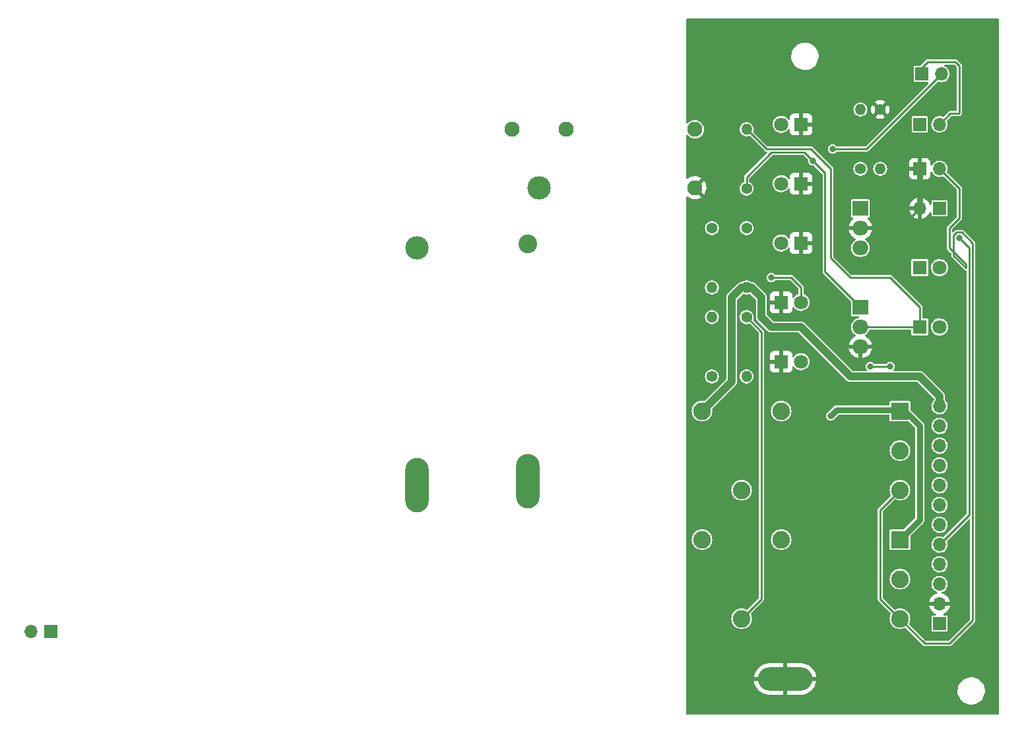
<source format=gbr>
%TF.GenerationSoftware,KiCad,Pcbnew,(6.0.5)*%
%TF.CreationDate,2023-02-13T18:16:20+09:00*%
%TF.ProjectId,charge shutdown PCB_v.2,63686172-6765-4207-9368-7574646f776e,rev?*%
%TF.SameCoordinates,Original*%
%TF.FileFunction,Copper,L2,Bot*%
%TF.FilePolarity,Positive*%
%FSLAX46Y46*%
G04 Gerber Fmt 4.6, Leading zero omitted, Abs format (unit mm)*
G04 Created by KiCad (PCBNEW (6.0.5)) date 2023-02-13 18:16:20*
%MOMM*%
%LPD*%
G01*
G04 APERTURE LIST*
%TA.AperFunction,ComponentPad*%
%ADD10R,1.800000X1.800000*%
%TD*%
%TA.AperFunction,ComponentPad*%
%ADD11C,1.800000*%
%TD*%
%TA.AperFunction,ComponentPad*%
%ADD12C,3.000000*%
%TD*%
%TA.AperFunction,ComponentPad*%
%ADD13O,3.000000X7.000000*%
%TD*%
%TA.AperFunction,ComponentPad*%
%ADD14C,2.400000*%
%TD*%
%TA.AperFunction,ComponentPad*%
%ADD15R,2.250000X2.250000*%
%TD*%
%TA.AperFunction,ComponentPad*%
%ADD16C,2.250000*%
%TD*%
%TA.AperFunction,ComponentPad*%
%ADD17R,1.700000X1.700000*%
%TD*%
%TA.AperFunction,ComponentPad*%
%ADD18O,1.700000X1.700000*%
%TD*%
%TA.AperFunction,ComponentPad*%
%ADD19C,1.950000*%
%TD*%
%TA.AperFunction,ComponentPad*%
%ADD20C,1.400000*%
%TD*%
%TA.AperFunction,ComponentPad*%
%ADD21O,1.400000X1.400000*%
%TD*%
%TA.AperFunction,ComponentPad*%
%ADD22R,2.000000X1.905000*%
%TD*%
%TA.AperFunction,ComponentPad*%
%ADD23O,2.000000X1.905000*%
%TD*%
%TA.AperFunction,ComponentPad*%
%ADD24O,7.000000X3.000000*%
%TD*%
%TA.AperFunction,ViaPad*%
%ADD25C,0.800000*%
%TD*%
%TA.AperFunction,Conductor*%
%ADD26C,0.250000*%
%TD*%
%TA.AperFunction,Conductor*%
%ADD27C,0.800000*%
%TD*%
%TA.AperFunction,Conductor*%
%ADD28C,1.000000*%
%TD*%
G04 APERTURE END LIST*
D10*
%TO.P,D1,1,K*%
%TO.N,GND_BOX*%
X170180000Y-34925000D03*
D11*
%TO.P,D1,2,A*%
%TO.N,Net-(D1-Pad2)*%
X167640000Y-34925000D03*
%TD*%
D10*
%TO.P,D6,1,K*%
%TO.N,GND_BOX*%
X167640000Y-57785000D03*
D11*
%TO.P,D6,2,A*%
%TO.N,Net-(D6-Pad2)*%
X170180000Y-57785000D03*
%TD*%
D12*
%TO.P,R9,1*%
%TO.N,Net-(J5-Pad2)*%
X120904000Y-50800000D03*
D13*
%TO.P,R9,2*%
%TO.N,unconnected-(R9-Pad2)*%
X120904000Y-81280000D03*
%TD*%
D14*
%TO.P,R8,1*%
%TO.N,Net-(J5-Pad1)*%
X135128000Y-50295500D03*
D13*
%TO.P,R8,2*%
%TO.N,unconnected-(R8-Pad2)*%
X135128000Y-80775500D03*
%TD*%
D15*
%TO.P,U1,1,V*%
%TO.N,CHARGE_POWER*%
X182880000Y-71755000D03*
D16*
%TO.P,U1,2,Out*%
%TO.N,Net-(U1-Pad2)*%
X167640000Y-71755000D03*
%TO.P,U1,4,12V*%
%TO.N,INTERLOCK_{2}*%
X157480000Y-71755000D03*
%TO.P,U1,6,N*%
%TO.N,Net-(R4-Pad1)*%
X162560000Y-81915000D03*
%TO.P,U1,8,L*%
%TO.N,Reset_Button*%
X182880000Y-81915000D03*
%TO.P,U1,9,D*%
%TO.N,Net-(D3-Pad2)*%
X182880000Y-76835000D03*
%TD*%
D10*
%TO.P,D3,1,K*%
%TO.N,Net-(D3-Pad1)*%
X185420000Y-53340000D03*
D11*
%TO.P,D3,2,A*%
%TO.N,Net-(D3-Pad2)*%
X187960000Y-53340000D03*
%TD*%
D17*
%TO.P,SMPS,1,Pin_1*%
%TO.N,CHARGE_POWER*%
X187960000Y-45720000D03*
D18*
%TO.P,SMPS,2,Pin_2*%
%TO.N,GND_BOX*%
X185420000Y-45720000D03*
%TD*%
D19*
%TO.P,RELAY_DISCHARGE1,1,COIL_1*%
%TO.N,AIR+_ACTIVE*%
X156555000Y-35560000D03*
%TO.P,RELAY_DISCHARGE1,2,NC*%
%TO.N,Net-(J5-Pad1)*%
X140055000Y-35560000D03*
%TO.P,RELAY_DISCHARGE1,3,NO*%
%TO.N,unconnected-(RELAY_DISCHARGE1-Pad3)*%
X133055000Y-35560000D03*
D12*
%TO.P,RELAY_DISCHARGE1,4,COM*%
%TO.N,unconnected-(RELAY_DISCHARGE1-Pad4)*%
X136555000Y-43060000D03*
D19*
%TO.P,RELAY_DISCHARGE1,5,COIL_2*%
%TO.N,GND_BOX*%
X156555000Y-43060000D03*
%TD*%
D15*
%TO.P,U2,1,V*%
%TO.N,CHARGE_POWER*%
X182880000Y-88265000D03*
D16*
%TO.P,U2,2,Out*%
%TO.N,AIR+_ACTIVE*%
X167640000Y-88265000D03*
%TO.P,U2,4,12V*%
%TO.N,Net-(U1-Pad2)*%
X157480000Y-88265000D03*
%TO.P,U2,6,N*%
%TO.N,Net-(R6-Pad1)*%
X162560000Y-98425000D03*
%TO.P,U2,8,L*%
%TO.N,Reset_Button*%
X182880000Y-98425000D03*
%TO.P,U2,9,D*%
%TO.N,Net-(D5-Pad2)*%
X182880000Y-93345000D03*
%TD*%
D20*
%TO.P,R5,1*%
%TO.N,CHARGER_SAFETY*%
X163195000Y-43180000D03*
D21*
%TO.P,R5,2*%
%TO.N,Net-(D5-Pad1)*%
X163195000Y-35560000D03*
%TD*%
D17*
%TO.P,RESET,1,Pin_1*%
%TO.N,GND_BOX*%
X185420000Y-40640000D03*
D18*
%TO.P,RESET,2,Pin_2*%
%TO.N,Reset_Button*%
X187960000Y-40640000D03*
%TD*%
D22*
%TO.P,Q1,1,G*%
%TO.N,IMD_FAULT*%
X177800000Y-45720000D03*
D23*
%TO.P,Q1,2,D*%
%TO.N,GND_BOX*%
X177800000Y-48260000D03*
%TO.P,Q1,3,S*%
%TO.N,Net-(D3-Pad1)*%
X177800000Y-50800000D03*
%TD*%
D17*
%TO.P,J2,1,Pin_1*%
%TO.N,CHARGE_POWER*%
X187960000Y-99060000D03*
D18*
%TO.P,J2,2,Pin_2*%
%TO.N,GND_BOX*%
X187960000Y-96520000D03*
%TO.P,J2,3,Pin_3*%
%TO.N,CHARGE_POWER*%
X187960000Y-93980000D03*
%TO.P,J2,4,Pin_4*%
%TO.N,CHARGER_SAFETY*%
X187960000Y-91440000D03*
%TO.P,J2,5,Pin_5*%
%TO.N,IMD_FAULT*%
X187960000Y-88900000D03*
%TO.P,J2,6,Pin_6*%
%TO.N,AIR+_ACTIVE*%
X187960000Y-86360000D03*
%TO.P,J2,7,Pin_7*%
X187960000Y-83820000D03*
%TO.P,J2,8,Pin_8*%
%TO.N,unconnected-(J2-Pad8)*%
X187960000Y-81280000D03*
%TO.P,J2,9,Pin_9*%
%TO.N,unconnected-(J2-Pad9)*%
X187960000Y-78740000D03*
%TO.P,J2,10,Pin_10*%
%TO.N,unconnected-(J2-Pad10)*%
X187960000Y-76200000D03*
%TO.P,J2,11,Pin_11*%
%TO.N,INTERLOCK_{1}*%
X187960000Y-73660000D03*
%TO.P,J2,12,Pin_12*%
%TO.N,INTERLOCK_{2}*%
X187960000Y-71120000D03*
%TD*%
D10*
%TO.P,D4,1,K*%
%TO.N,GND_BOX*%
X170180000Y-50165000D03*
D11*
%TO.P,D4,2,A*%
%TO.N,Net-(D4-Pad2)*%
X167640000Y-50165000D03*
%TD*%
D22*
%TO.P,Q2,1,G*%
%TO.N,CHARGER_SAFETY*%
X177800000Y-58420000D03*
D23*
%TO.P,Q2,2,D*%
%TO.N,Net-(D5-Pad1)*%
X177800000Y-60960000D03*
%TO.P,Q2,3,S*%
%TO.N,GND_BOX*%
X177800000Y-63500000D03*
%TD*%
D20*
%TO.P,R3,1*%
%TO.N,GND_BOX*%
X180340000Y-33020000D03*
D21*
%TO.P,R3,2*%
%TO.N,IMD_FAULT*%
X180340000Y-40640000D03*
%TD*%
D17*
%TO.P,J5,1,Pin_1*%
%TO.N,Net-(J5-Pad1)*%
X73914000Y-100076000D03*
D18*
%TO.P,J5,2,Pin_2*%
%TO.N,Net-(J5-Pad2)*%
X71374000Y-100076000D03*
%TD*%
D10*
%TO.P,D5,1,K*%
%TO.N,Net-(D5-Pad1)*%
X185420000Y-60960000D03*
D11*
%TO.P,D5,2,A*%
%TO.N,Net-(D5-Pad2)*%
X187960000Y-60960000D03*
%TD*%
D20*
%TO.P,R6,1*%
%TO.N,Net-(R6-Pad1)*%
X163195000Y-59690000D03*
D21*
%TO.P,R6,2*%
%TO.N,Net-(D6-Pad2)*%
X163195000Y-67310000D03*
%TD*%
D20*
%TO.P,R2,1*%
%TO.N,Net-(D2-Pad2)*%
X163195000Y-48260000D03*
D21*
%TO.P,R2,2*%
%TO.N,INTERLOCK_{2}*%
X163195000Y-55880000D03*
%TD*%
D24*
%TO.P,J7,1,Pin_1*%
%TO.N,GND_BOX*%
X168148000Y-106172000D03*
%TD*%
D10*
%TO.P,D7,1,K*%
%TO.N,GND_BOX*%
X167640000Y-65405000D03*
D11*
%TO.P,D7,2,A*%
%TO.N,Net-(D7-Pad2)*%
X170180000Y-65405000D03*
%TD*%
D17*
%TO.P,AC_RELAY,1,Pin_1*%
%TO.N,CHARGE_POWER*%
X185669000Y-28448000D03*
D18*
%TO.P,AC_RELAY,2,Pin_2*%
%TO.N,CHARGER_SAFETY*%
X188209000Y-28448000D03*
%TD*%
D10*
%TO.P,D2,1,K*%
%TO.N,GND_BOX*%
X170180000Y-42545000D03*
D11*
%TO.P,D2,2,A*%
%TO.N,Net-(D2-Pad2)*%
X167640000Y-42545000D03*
%TD*%
D17*
%TO.P,PUSH,1,Pin_1*%
%TO.N,INTERLOCK_{1}*%
X185415000Y-34925000D03*
D18*
%TO.P,PUSH,2,Pin_2*%
%TO.N,CHARGE_POWER*%
X187955000Y-34925000D03*
%TD*%
D20*
%TO.P,R1,1*%
%TO.N,Net-(D1-Pad2)*%
X158750000Y-48260000D03*
D21*
%TO.P,R1,2*%
%TO.N,CHARGE_POWER*%
X158750000Y-55880000D03*
%TD*%
D20*
%TO.P,R4,1*%
%TO.N,Net-(R4-Pad1)*%
X158750000Y-67310000D03*
D21*
%TO.P,R4,2*%
%TO.N,Net-(D4-Pad2)*%
X158750000Y-59690000D03*
%TD*%
D20*
%TO.P,R7,1*%
%TO.N,Net-(D7-Pad2)*%
X177800000Y-40640000D03*
D21*
%TO.P,R7,2*%
%TO.N,AIR+_ACTIVE*%
X177800000Y-33020000D03*
%TD*%
D25*
%TO.N,GND_BOX*%
X176657000Y-91567000D03*
%TO.N,Net-(D5-Pad2)*%
X181610000Y-66040000D03*
X179070000Y-66040000D03*
%TO.N,Net-(D6-Pad2)*%
X166370000Y-54610000D03*
%TO.N,CHARGE_POWER*%
X173990000Y-72390000D03*
%TO.N,IMD_FAULT*%
X190500000Y-49530000D03*
%TO.N,CHARGER_SAFETY*%
X174244000Y-38100000D03*
X171704000Y-39624000D03*
%TD*%
D26*
%TO.N,GND_BOX*%
X168148000Y-100076000D02*
X168148000Y-106680000D01*
X182880000Y-48260000D02*
X177800000Y-48260000D01*
X176657000Y-91567000D02*
X168148000Y-100076000D01*
X170180000Y-42545000D02*
X170180000Y-50165000D01*
D27*
X185420000Y-40640000D02*
X185420000Y-45720000D01*
D26*
X185420000Y-45720000D02*
X182880000Y-48260000D01*
%TO.N,Net-(D5-Pad1)*%
X173990000Y-52070000D02*
X176530000Y-54610000D01*
X181610000Y-54610000D02*
X185420000Y-58420000D01*
X185420000Y-58420000D02*
X185420000Y-60960000D01*
X177800000Y-60960000D02*
X185420000Y-60960000D01*
X165735000Y-38100000D02*
X171450000Y-38100000D01*
X163195000Y-35560000D02*
X165735000Y-38100000D01*
X171450000Y-38100000D02*
X173990000Y-40640000D01*
X173990000Y-40640000D02*
X173990000Y-52070000D01*
X176530000Y-54610000D02*
X181610000Y-54610000D01*
%TO.N,Net-(D5-Pad2)*%
X181610000Y-66040000D02*
X179070000Y-66040000D01*
%TO.N,Net-(D6-Pad2)*%
X168910000Y-54610000D02*
X166370000Y-54610000D01*
X170180000Y-57785000D02*
X170180000Y-55880000D01*
X170180000Y-55880000D02*
X168910000Y-54610000D01*
D27*
%TO.N,CHARGE_POWER*%
X185420000Y-85725000D02*
X182880000Y-88265000D01*
D26*
X186436000Y-26924000D02*
X189992000Y-26924000D01*
X189352000Y-33528000D02*
X187955000Y-34925000D01*
X190500000Y-33528000D02*
X189352000Y-33528000D01*
X185669000Y-27691000D02*
X186436000Y-26924000D01*
X185669000Y-28448000D02*
X185669000Y-27691000D01*
D27*
X185420000Y-73660000D02*
X185420000Y-85725000D01*
X174752000Y-71628000D02*
X182753000Y-71628000D01*
D26*
X189992000Y-26924000D02*
X190500000Y-27432000D01*
D27*
X183515000Y-71755000D02*
X185420000Y-73660000D01*
D26*
X190500000Y-27432000D02*
X190500000Y-33528000D01*
D27*
X173990000Y-72390000D02*
X174752000Y-71628000D01*
D26*
%TO.N,IMD_FAULT*%
X191770000Y-50800000D02*
X191770000Y-85090000D01*
X190500000Y-49530000D02*
X191770000Y-50800000D01*
X191770000Y-85090000D02*
X187960000Y-88900000D01*
%TO.N,CHARGER_SAFETY*%
X173265500Y-41185500D02*
X173265500Y-53885500D01*
X173265500Y-41185500D02*
X171704000Y-39624000D01*
X170629520Y-38549520D02*
X166370000Y-38549520D01*
X178557000Y-38100000D02*
X178308000Y-38100000D01*
X178308000Y-38100000D02*
X174244000Y-38100000D01*
X171704000Y-39624000D02*
X170629520Y-38549520D01*
X166370000Y-38549520D02*
X163195000Y-41724520D01*
X173265500Y-53885500D02*
X177800000Y-58420000D01*
X163195000Y-41724520D02*
X163195000Y-43180000D01*
X188209000Y-28448000D02*
X178557000Y-38100000D01*
D28*
%TO.N,INTERLOCK_{2}*%
X187960000Y-71120000D02*
X187960000Y-69850000D01*
X166370000Y-60960000D02*
X165100000Y-59690000D01*
X165100000Y-59690000D02*
X165100000Y-57150000D01*
X157480000Y-71755000D02*
X161290000Y-67945000D01*
X170180000Y-60960000D02*
X166370000Y-60960000D01*
X176530000Y-67310000D02*
X170180000Y-60960000D01*
X185420000Y-67310000D02*
X176530000Y-67310000D01*
D26*
X163830000Y-55880000D02*
X163195000Y-55880000D01*
X162560000Y-55880000D02*
X163195000Y-55880000D01*
D28*
X161290000Y-57150000D02*
X162560000Y-55880000D01*
X187960000Y-69850000D02*
X185420000Y-67310000D01*
X161290000Y-67945000D02*
X161290000Y-57150000D01*
X165100000Y-57150000D02*
X163830000Y-55880000D01*
D26*
%TO.N,Net-(R6-Pad1)*%
X165100000Y-95885000D02*
X162560000Y-98425000D01*
X165100000Y-61595000D02*
X165100000Y-95885000D01*
X163195000Y-59690000D02*
X165100000Y-61595000D01*
%TO.N,Reset_Button*%
X191320480Y-52890480D02*
X191320480Y-53340000D01*
X192219520Y-98610480D02*
X189230000Y-101600000D01*
X189230000Y-101600000D02*
X186055000Y-101600000D01*
X189775489Y-49229897D02*
X190199897Y-48805489D01*
X187960000Y-40640000D02*
X190500000Y-43180000D01*
X180340000Y-84455000D02*
X182880000Y-81915000D01*
X192219520Y-50224906D02*
X192219520Y-98610480D01*
X190500000Y-46990000D02*
X189230000Y-48260000D01*
X180340000Y-95885000D02*
X180340000Y-84455000D01*
X189230000Y-48260000D02*
X189230000Y-50800000D01*
X191320480Y-53340000D02*
X189775489Y-51795009D01*
X182880000Y-98425000D02*
X180340000Y-95885000D01*
X189230000Y-50800000D02*
X191320480Y-52890480D01*
X190800103Y-48805489D02*
X192219520Y-50224906D01*
X190199897Y-48805489D02*
X190800103Y-48805489D01*
X189775489Y-51795009D02*
X189775489Y-49229897D01*
X186055000Y-101600000D02*
X182880000Y-98425000D01*
X190500000Y-43180000D02*
X190500000Y-46990000D01*
%TD*%
%TA.AperFunction,Conductor*%
%TO.N,GND_BOX*%
G36*
X195522121Y-21356002D02*
G01*
X195568614Y-21409658D01*
X195580000Y-21462000D01*
X195580000Y-110618000D01*
X195559998Y-110686121D01*
X195506342Y-110732614D01*
X195454000Y-110744000D01*
X155574000Y-110744000D01*
X155505879Y-110723998D01*
X155459386Y-110670342D01*
X155448000Y-110618000D01*
X155448000Y-106444845D01*
X164157134Y-106444845D01*
X164194127Y-106654642D01*
X164196246Y-106663143D01*
X164280308Y-106921858D01*
X164283599Y-106930005D01*
X164402848Y-107174499D01*
X164407233Y-107182096D01*
X164559352Y-107407621D01*
X164564756Y-107414538D01*
X164746776Y-107616691D01*
X164753091Y-107622790D01*
X164961471Y-107797642D01*
X164968576Y-107802804D01*
X165199275Y-107946961D01*
X165207009Y-107951073D01*
X165455533Y-108061723D01*
X165463774Y-108064722D01*
X165725267Y-108139704D01*
X165733847Y-108141528D01*
X166003235Y-108179388D01*
X166011984Y-108180000D01*
X167875885Y-108180000D01*
X167891124Y-108175525D01*
X167892329Y-108174135D01*
X167894000Y-108166452D01*
X167894000Y-108161885D01*
X168402000Y-108161885D01*
X168406475Y-108177124D01*
X168407865Y-108178329D01*
X168415548Y-108180000D01*
X170215923Y-108180000D01*
X170220308Y-108179847D01*
X170423757Y-108165621D01*
X170432438Y-108164401D01*
X170698530Y-108107841D01*
X170706967Y-108105422D01*
X170962587Y-108012383D01*
X170970603Y-108008814D01*
X171210790Y-107881105D01*
X171218238Y-107876451D01*
X171438306Y-107716562D01*
X171445036Y-107710915D01*
X171508078Y-107650036D01*
X190268692Y-107650036D01*
X190268701Y-107650217D01*
X190268924Y-107654862D01*
X190268924Y-107654867D01*
X190275162Y-107784740D01*
X190281178Y-107909992D01*
X190331952Y-108165247D01*
X190419896Y-108410193D01*
X190543081Y-108639450D01*
X190545872Y-108643187D01*
X190545876Y-108643194D01*
X190620308Y-108742870D01*
X190698798Y-108847981D01*
X190702105Y-108851259D01*
X190702110Y-108851265D01*
X190803153Y-108951429D01*
X190883628Y-109031204D01*
X190887395Y-109033966D01*
X190887396Y-109033967D01*
X191003401Y-109119026D01*
X191093509Y-109185096D01*
X191097640Y-109187270D01*
X191097641Y-109187270D01*
X191319698Y-109304100D01*
X191319704Y-109304102D01*
X191323833Y-109306275D01*
X191328240Y-109307814D01*
X191328247Y-109307817D01*
X191565121Y-109390537D01*
X191569537Y-109392079D01*
X191825225Y-109440623D01*
X191948703Y-109445474D01*
X192080612Y-109450657D01*
X192080617Y-109450657D01*
X192085280Y-109450840D01*
X192186525Y-109439752D01*
X192339336Y-109423017D01*
X192339342Y-109423016D01*
X192343989Y-109422507D01*
X192369795Y-109415713D01*
X192591145Y-109357437D01*
X192591148Y-109357436D01*
X192595668Y-109356246D01*
X192610877Y-109349712D01*
X192830495Y-109255356D01*
X192830497Y-109255355D01*
X192834789Y-109253511D01*
X193056098Y-109116561D01*
X193062701Y-109110971D01*
X193251161Y-108951429D01*
X193251163Y-108951427D01*
X193254734Y-108948404D01*
X193426332Y-108752733D01*
X193429008Y-108748574D01*
X193564596Y-108537778D01*
X193567124Y-108533848D01*
X193674016Y-108296557D01*
X193744660Y-108046072D01*
X193762566Y-107905322D01*
X193777106Y-107791028D01*
X193777106Y-107791022D01*
X193777504Y-107787897D01*
X193779910Y-107696000D01*
X193760623Y-107436460D01*
X193754098Y-107407621D01*
X193704216Y-107187179D01*
X193703185Y-107182622D01*
X193687921Y-107143370D01*
X193610554Y-106944419D01*
X193610552Y-106944416D01*
X193608859Y-106940061D01*
X193603112Y-106930005D01*
X193522946Y-106789746D01*
X193479715Y-106714108D01*
X193453104Y-106680351D01*
X193321490Y-106513399D01*
X193318593Y-106509724D01*
X193129030Y-106331402D01*
X192915192Y-106183057D01*
X192911002Y-106180991D01*
X192910999Y-106180989D01*
X192685963Y-106070014D01*
X192685960Y-106070013D01*
X192681775Y-106067949D01*
X192635853Y-106053249D01*
X192625631Y-106049977D01*
X192433909Y-105988606D01*
X192429302Y-105987856D01*
X192429299Y-105987855D01*
X192181649Y-105947523D01*
X192181650Y-105947523D01*
X192177038Y-105946772D01*
X192050570Y-105945116D01*
X191921481Y-105943426D01*
X191921478Y-105943426D01*
X191916804Y-105943365D01*
X191658926Y-105978461D01*
X191654440Y-105979769D01*
X191654438Y-105979769D01*
X191624120Y-105988606D01*
X191409067Y-106051288D01*
X191172718Y-106160247D01*
X191168809Y-106162810D01*
X190958983Y-106300377D01*
X190958978Y-106300381D01*
X190955070Y-106302943D01*
X190923184Y-106331402D01*
X190796082Y-106444845D01*
X190760904Y-106476242D01*
X190594486Y-106676338D01*
X190459473Y-106898834D01*
X190457664Y-106903148D01*
X190457663Y-106903150D01*
X190440358Y-106944419D01*
X190358829Y-107138842D01*
X190294766Y-107391089D01*
X190290095Y-107437481D01*
X190272050Y-107616691D01*
X190268692Y-107650036D01*
X171508078Y-107650036D01*
X171640716Y-107521949D01*
X171646588Y-107515427D01*
X171814064Y-107301067D01*
X171818970Y-107293793D01*
X171954984Y-107058211D01*
X171958833Y-107050319D01*
X172060735Y-106798104D01*
X172063451Y-106789746D01*
X172129257Y-106525808D01*
X172130782Y-106517163D01*
X172138470Y-106444015D01*
X172135791Y-106429365D01*
X172123470Y-106426000D01*
X168420115Y-106426000D01*
X168404876Y-106430475D01*
X168403671Y-106431865D01*
X168402000Y-106439548D01*
X168402000Y-108161885D01*
X167894000Y-108161885D01*
X167894000Y-106444115D01*
X167889525Y-106428876D01*
X167888135Y-106427671D01*
X167880452Y-106426000D01*
X164171926Y-106426000D01*
X164159057Y-106429779D01*
X164157134Y-106444845D01*
X155448000Y-106444845D01*
X155448000Y-105899985D01*
X164157530Y-105899985D01*
X164160209Y-105914635D01*
X164172530Y-105918000D01*
X167875885Y-105918000D01*
X167891124Y-105913525D01*
X167892329Y-105912135D01*
X167894000Y-105904452D01*
X167894000Y-105899885D01*
X168402000Y-105899885D01*
X168406475Y-105915124D01*
X168407865Y-105916329D01*
X168415548Y-105918000D01*
X172124074Y-105918000D01*
X172136943Y-105914221D01*
X172138866Y-105899155D01*
X172101873Y-105689358D01*
X172099754Y-105680857D01*
X172015692Y-105422142D01*
X172012401Y-105413995D01*
X171893152Y-105169501D01*
X171888767Y-105161904D01*
X171736648Y-104936379D01*
X171731244Y-104929462D01*
X171549224Y-104727309D01*
X171542909Y-104721210D01*
X171334529Y-104546358D01*
X171327424Y-104541196D01*
X171096725Y-104397039D01*
X171088991Y-104392927D01*
X170840467Y-104282277D01*
X170832226Y-104279278D01*
X170570733Y-104204296D01*
X170562153Y-104202472D01*
X170292765Y-104164612D01*
X170284016Y-104164000D01*
X168420115Y-104164000D01*
X168404876Y-104168475D01*
X168403671Y-104169865D01*
X168402000Y-104177548D01*
X168402000Y-105899885D01*
X167894000Y-105899885D01*
X167894000Y-104182115D01*
X167889525Y-104166876D01*
X167888135Y-104165671D01*
X167880452Y-104164000D01*
X166080077Y-104164000D01*
X166075692Y-104164153D01*
X165872243Y-104178379D01*
X165863562Y-104179599D01*
X165597470Y-104236159D01*
X165589033Y-104238578D01*
X165333413Y-104331617D01*
X165325397Y-104335186D01*
X165085210Y-104462895D01*
X165077762Y-104467549D01*
X164857694Y-104627438D01*
X164850964Y-104633085D01*
X164655284Y-104822051D01*
X164649412Y-104828573D01*
X164481936Y-105042933D01*
X164477030Y-105050207D01*
X164341016Y-105285789D01*
X164337167Y-105293681D01*
X164235265Y-105545896D01*
X164232549Y-105554254D01*
X164166743Y-105818192D01*
X164165218Y-105826837D01*
X164157530Y-105899985D01*
X155448000Y-105899985D01*
X155448000Y-98425000D01*
X161229437Y-98425000D01*
X161249651Y-98656050D01*
X161309680Y-98880079D01*
X161312005Y-98885064D01*
X161405373Y-99085294D01*
X161405376Y-99085299D01*
X161407699Y-99090281D01*
X161540730Y-99280269D01*
X161704731Y-99444270D01*
X161894718Y-99577301D01*
X161899700Y-99579624D01*
X161899705Y-99579627D01*
X161995759Y-99624417D01*
X162104921Y-99675320D01*
X162328950Y-99735349D01*
X162560000Y-99755563D01*
X162791050Y-99735349D01*
X163015079Y-99675320D01*
X163124241Y-99624417D01*
X163220295Y-99579627D01*
X163220300Y-99579624D01*
X163225282Y-99577301D01*
X163415269Y-99444270D01*
X163579270Y-99280269D01*
X163712301Y-99090281D01*
X163714624Y-99085299D01*
X163714627Y-99085294D01*
X163807995Y-98885064D01*
X163810320Y-98880079D01*
X163870349Y-98656050D01*
X163890563Y-98425000D01*
X163870349Y-98193950D01*
X163810320Y-97969921D01*
X163741098Y-97821474D01*
X163730437Y-97751282D01*
X163759417Y-97686470D01*
X163766198Y-97679129D01*
X165316222Y-96129105D01*
X165324326Y-96121678D01*
X165344749Y-96104541D01*
X165353194Y-96097455D01*
X165372039Y-96064815D01*
X165377943Y-96055547D01*
X165393231Y-96033713D01*
X165399553Y-96024684D01*
X165402406Y-96014038D01*
X165403883Y-96010870D01*
X165405076Y-96007593D01*
X165410588Y-95998045D01*
X165417132Y-95960931D01*
X165419512Y-95950196D01*
X165426410Y-95924454D01*
X165429263Y-95913807D01*
X180010736Y-95913807D01*
X180013590Y-95924456D01*
X180020491Y-95950210D01*
X180022868Y-95960931D01*
X180029412Y-95998045D01*
X180034923Y-96007590D01*
X180036115Y-96010866D01*
X180037592Y-96014034D01*
X180040446Y-96024684D01*
X180046770Y-96033715D01*
X180062055Y-96055544D01*
X180067961Y-96064815D01*
X180080120Y-96085875D01*
X180086806Y-96097455D01*
X180095251Y-96104541D01*
X180115682Y-96121685D01*
X180123785Y-96129111D01*
X181673802Y-97679129D01*
X181707828Y-97741441D01*
X181702763Y-97812257D01*
X181698902Y-97821474D01*
X181629680Y-97969921D01*
X181569651Y-98193950D01*
X181549437Y-98425000D01*
X181569651Y-98656050D01*
X181629680Y-98880079D01*
X181632005Y-98885064D01*
X181725373Y-99085294D01*
X181725376Y-99085299D01*
X181727699Y-99090281D01*
X181860730Y-99280269D01*
X182024731Y-99444270D01*
X182214718Y-99577301D01*
X182219700Y-99579624D01*
X182219705Y-99579627D01*
X182315759Y-99624417D01*
X182424921Y-99675320D01*
X182648950Y-99735349D01*
X182880000Y-99755563D01*
X183111050Y-99735349D01*
X183335079Y-99675320D01*
X183444241Y-99624417D01*
X183483527Y-99606098D01*
X183553719Y-99595437D01*
X183618532Y-99624417D01*
X183625872Y-99631198D01*
X185810889Y-101816215D01*
X185818315Y-101824318D01*
X185842545Y-101853194D01*
X185852094Y-101858707D01*
X185875185Y-101872039D01*
X185884456Y-101877945D01*
X185915316Y-101899554D01*
X185925966Y-101902408D01*
X185929134Y-101903885D01*
X185932410Y-101905077D01*
X185941955Y-101910588D01*
X185975699Y-101916538D01*
X185979058Y-101917130D01*
X185989785Y-101919508D01*
X186026193Y-101929264D01*
X186037178Y-101928303D01*
X186037180Y-101928303D01*
X186063728Y-101925980D01*
X186074710Y-101925500D01*
X189210290Y-101925500D01*
X189221272Y-101925980D01*
X189247820Y-101928303D01*
X189247822Y-101928303D01*
X189258807Y-101929264D01*
X189295215Y-101919508D01*
X189305942Y-101917130D01*
X189309301Y-101916538D01*
X189343045Y-101910588D01*
X189352590Y-101905077D01*
X189355866Y-101903885D01*
X189359034Y-101902408D01*
X189369684Y-101899554D01*
X189400544Y-101877945D01*
X189409815Y-101872039D01*
X189432906Y-101858707D01*
X189442455Y-101853194D01*
X189466685Y-101824317D01*
X189474111Y-101816215D01*
X192435735Y-98854591D01*
X192443839Y-98847164D01*
X192464269Y-98830021D01*
X192472714Y-98822935D01*
X192478227Y-98813386D01*
X192491559Y-98790295D01*
X192497465Y-98781024D01*
X192512750Y-98759195D01*
X192519074Y-98750164D01*
X192521928Y-98739514D01*
X192523405Y-98736346D01*
X192524597Y-98733070D01*
X192530108Y-98723525D01*
X192536650Y-98686422D01*
X192539029Y-98675690D01*
X192542869Y-98661360D01*
X192548784Y-98639287D01*
X192545499Y-98601737D01*
X192545020Y-98590756D01*
X192545020Y-50244616D01*
X192545500Y-50233634D01*
X192547823Y-50207086D01*
X192547823Y-50207084D01*
X192548784Y-50196099D01*
X192539028Y-50159691D01*
X192536650Y-50148964D01*
X192534308Y-50135682D01*
X192530108Y-50111861D01*
X192524597Y-50102316D01*
X192523405Y-50099040D01*
X192521928Y-50095872D01*
X192519074Y-50085222D01*
X192497465Y-50054362D01*
X192491559Y-50045091D01*
X192478227Y-50022000D01*
X192472714Y-50012451D01*
X192443837Y-49988221D01*
X192435735Y-49980795D01*
X191044214Y-48589274D01*
X191036787Y-48581170D01*
X191019644Y-48560740D01*
X191019645Y-48560740D01*
X191012558Y-48552295D01*
X191003009Y-48546782D01*
X190979918Y-48533450D01*
X190970647Y-48527544D01*
X190956900Y-48517918D01*
X190939787Y-48505935D01*
X190929137Y-48503081D01*
X190925969Y-48501604D01*
X190922693Y-48500412D01*
X190913148Y-48494901D01*
X190879404Y-48488951D01*
X190876045Y-48488359D01*
X190865318Y-48485981D01*
X190828910Y-48476225D01*
X190817925Y-48477186D01*
X190817923Y-48477186D01*
X190791375Y-48479509D01*
X190780393Y-48479989D01*
X190219607Y-48479989D01*
X190208625Y-48479509D01*
X190182077Y-48477186D01*
X190182075Y-48477186D01*
X190171090Y-48476225D01*
X190134682Y-48485981D01*
X190123955Y-48488359D01*
X190120596Y-48488951D01*
X190086852Y-48494901D01*
X190077307Y-48500412D01*
X190074031Y-48501604D01*
X190070863Y-48503081D01*
X190060213Y-48505935D01*
X190043100Y-48517918D01*
X190029353Y-48527544D01*
X190020082Y-48533450D01*
X189996991Y-48546782D01*
X189987442Y-48552295D01*
X189980356Y-48560740D01*
X189963212Y-48581171D01*
X189955786Y-48589274D01*
X189770595Y-48774465D01*
X189708283Y-48808491D01*
X189637468Y-48803426D01*
X189580632Y-48760879D01*
X189555821Y-48694359D01*
X189555500Y-48685370D01*
X189555500Y-48447016D01*
X189575502Y-48378895D01*
X189592405Y-48357921D01*
X190716222Y-47234105D01*
X190724326Y-47226678D01*
X190744750Y-47209540D01*
X190753194Y-47202455D01*
X190758704Y-47192912D01*
X190758707Y-47192908D01*
X190772036Y-47169821D01*
X190777941Y-47160551D01*
X190793232Y-47138713D01*
X190799554Y-47129684D01*
X190802407Y-47119036D01*
X190803886Y-47115865D01*
X190805078Y-47112589D01*
X190810588Y-47103045D01*
X190817134Y-47065924D01*
X190819508Y-47055217D01*
X190829263Y-47018807D01*
X190825979Y-46981269D01*
X190825500Y-46970288D01*
X190825500Y-43199698D01*
X190825980Y-43188716D01*
X190828302Y-43162180D01*
X190828302Y-43162178D01*
X190829263Y-43151193D01*
X190819512Y-43114803D01*
X190817132Y-43104069D01*
X190812502Y-43077812D01*
X190810588Y-43066955D01*
X190805076Y-43057407D01*
X190803883Y-43054130D01*
X190802406Y-43050962D01*
X190799553Y-43040316D01*
X190777942Y-43009452D01*
X190772038Y-43000184D01*
X190767165Y-42991744D01*
X190753194Y-42967545D01*
X190724331Y-42943326D01*
X190716227Y-42935900D01*
X188960715Y-41180389D01*
X188926690Y-41118077D01*
X188930252Y-41051522D01*
X188980701Y-40899865D01*
X188989351Y-40873863D01*
X189015171Y-40669474D01*
X189015583Y-40640000D01*
X188995480Y-40434970D01*
X188935935Y-40237749D01*
X188839218Y-40055849D01*
X188739344Y-39933392D01*
X188712906Y-39900975D01*
X188712903Y-39900972D01*
X188709011Y-39896200D01*
X188691786Y-39881950D01*
X188555025Y-39768811D01*
X188555021Y-39768809D01*
X188550275Y-39764882D01*
X188369055Y-39666897D01*
X188172254Y-39605977D01*
X188166129Y-39605333D01*
X188166128Y-39605333D01*
X187973498Y-39585087D01*
X187973496Y-39585087D01*
X187967369Y-39584443D01*
X187880529Y-39592346D01*
X187768342Y-39602555D01*
X187768339Y-39602556D01*
X187762203Y-39603114D01*
X187564572Y-39661280D01*
X187382002Y-39756726D01*
X187377201Y-39760586D01*
X187377198Y-39760588D01*
X187262058Y-39853163D01*
X187221447Y-39885815D01*
X187089024Y-40043630D01*
X187086054Y-40049033D01*
X187086053Y-40049034D01*
X187014414Y-40179345D01*
X186964068Y-40229404D01*
X186894651Y-40244297D01*
X186828202Y-40219296D01*
X186785818Y-40162339D01*
X186777999Y-40118644D01*
X186777999Y-39745331D01*
X186777629Y-39738510D01*
X186772105Y-39687648D01*
X186768479Y-39672396D01*
X186723324Y-39551946D01*
X186714786Y-39536351D01*
X186638285Y-39434276D01*
X186625724Y-39421715D01*
X186523649Y-39345214D01*
X186508054Y-39336676D01*
X186387606Y-39291522D01*
X186372351Y-39287895D01*
X186321486Y-39282369D01*
X186314672Y-39282000D01*
X185692115Y-39282000D01*
X185676876Y-39286475D01*
X185675671Y-39287865D01*
X185674000Y-39295548D01*
X185674000Y-41979884D01*
X185678475Y-41995123D01*
X185679865Y-41996328D01*
X185687548Y-41997999D01*
X186314669Y-41997999D01*
X186321490Y-41997629D01*
X186372352Y-41992105D01*
X186387604Y-41988479D01*
X186508054Y-41943324D01*
X186523649Y-41934786D01*
X186625724Y-41858285D01*
X186638285Y-41845724D01*
X186714786Y-41743649D01*
X186723324Y-41728054D01*
X186768478Y-41607606D01*
X186772105Y-41592351D01*
X186777631Y-41541486D01*
X186778000Y-41534672D01*
X186778000Y-41159192D01*
X186798002Y-41091071D01*
X186851658Y-41044578D01*
X186921932Y-41034474D01*
X186986512Y-41063968D01*
X187016067Y-41101598D01*
X187072712Y-41211818D01*
X187200677Y-41373270D01*
X187205370Y-41377264D01*
X187205371Y-41377265D01*
X187334827Y-41487440D01*
X187357564Y-41506791D01*
X187362942Y-41509797D01*
X187362944Y-41509798D01*
X187394432Y-41527396D01*
X187537398Y-41607297D01*
X187612352Y-41631651D01*
X187727471Y-41669056D01*
X187727475Y-41669057D01*
X187733329Y-41670959D01*
X187937894Y-41695351D01*
X187944029Y-41694879D01*
X187944031Y-41694879D01*
X188000039Y-41690569D01*
X188143300Y-41679546D01*
X188149230Y-41677890D01*
X188149232Y-41677890D01*
X188335797Y-41625800D01*
X188335796Y-41625800D01*
X188341725Y-41624145D01*
X188347221Y-41621369D01*
X188354722Y-41617580D01*
X188424544Y-41604721D01*
X188490235Y-41631651D01*
X188500626Y-41640952D01*
X190137595Y-43277922D01*
X190171621Y-43340234D01*
X190174500Y-43367017D01*
X190174500Y-46802983D01*
X190154498Y-46871104D01*
X190137595Y-46892078D01*
X189013784Y-48015890D01*
X189005681Y-48023316D01*
X188976806Y-48047545D01*
X188971293Y-48057094D01*
X188957961Y-48080185D01*
X188952055Y-48089456D01*
X188930446Y-48120316D01*
X188927592Y-48130966D01*
X188926115Y-48134134D01*
X188924923Y-48137410D01*
X188919412Y-48146955D01*
X188913462Y-48180699D01*
X188912870Y-48184058D01*
X188910492Y-48194785D01*
X188900736Y-48231193D01*
X188901697Y-48242178D01*
X188901697Y-48242180D01*
X188904020Y-48268728D01*
X188904500Y-48279710D01*
X188904500Y-50780290D01*
X188904020Y-50791272D01*
X188900736Y-50828807D01*
X188903590Y-50839456D01*
X188910491Y-50865210D01*
X188912870Y-50875942D01*
X188919412Y-50913045D01*
X188924923Y-50922590D01*
X188926115Y-50925866D01*
X188927592Y-50929034D01*
X188930446Y-50939684D01*
X188944836Y-50960235D01*
X188952055Y-50970544D01*
X188957961Y-50979815D01*
X188962120Y-50987018D01*
X188976806Y-51012455D01*
X189005682Y-51036685D01*
X189013785Y-51044111D01*
X189413084Y-51443410D01*
X189447110Y-51505722D01*
X189449989Y-51532505D01*
X189449989Y-51775299D01*
X189449509Y-51786281D01*
X189446225Y-51823816D01*
X189449079Y-51834465D01*
X189455980Y-51860219D01*
X189458359Y-51870951D01*
X189464901Y-51908054D01*
X189470412Y-51917599D01*
X189471604Y-51920875D01*
X189473081Y-51924043D01*
X189475935Y-51934693D01*
X189482259Y-51943724D01*
X189497544Y-51965553D01*
X189503450Y-51974824D01*
X189516782Y-51997915D01*
X189522295Y-52007464D01*
X189530740Y-52014550D01*
X189551171Y-52031694D01*
X189559274Y-52039120D01*
X191051168Y-53531015D01*
X191058594Y-53539118D01*
X191061774Y-53542907D01*
X191067286Y-53552455D01*
X191075733Y-53559543D01*
X191096149Y-53576674D01*
X191104253Y-53584100D01*
X191110451Y-53590298D01*
X191117634Y-53595328D01*
X191126350Y-53602016D01*
X191155219Y-53626240D01*
X191165579Y-53630011D01*
X191168597Y-53631753D01*
X191171763Y-53633229D01*
X191180796Y-53639554D01*
X191191448Y-53642408D01*
X191217186Y-53649304D01*
X191227675Y-53652611D01*
X191252724Y-53661729D01*
X191252727Y-53661730D01*
X191263086Y-53665500D01*
X191274111Y-53665500D01*
X191277554Y-53666107D01*
X191281029Y-53666411D01*
X191291673Y-53669263D01*
X191302649Y-53668303D01*
X191302651Y-53668303D01*
X191307521Y-53667877D01*
X191377126Y-53681868D01*
X191428117Y-53731268D01*
X191444500Y-53793398D01*
X191444500Y-84902984D01*
X191424498Y-84971105D01*
X191407595Y-84992079D01*
X188501491Y-87898183D01*
X188439179Y-87932209D01*
X188369400Y-87925783D01*
X188369055Y-87926897D01*
X188363786Y-87925266D01*
X188172254Y-87865977D01*
X188166129Y-87865333D01*
X188166128Y-87865333D01*
X187973498Y-87845087D01*
X187973496Y-87845087D01*
X187967369Y-87844443D01*
X187880529Y-87852346D01*
X187768342Y-87862555D01*
X187768339Y-87862556D01*
X187762203Y-87863114D01*
X187564572Y-87921280D01*
X187559107Y-87924137D01*
X187555959Y-87925783D01*
X187382002Y-88016726D01*
X187377201Y-88020586D01*
X187377198Y-88020588D01*
X187226254Y-88141950D01*
X187221447Y-88145815D01*
X187089024Y-88303630D01*
X187086056Y-88309028D01*
X187086053Y-88309033D01*
X187022287Y-88425024D01*
X186989776Y-88484162D01*
X186927484Y-88680532D01*
X186926798Y-88686649D01*
X186926797Y-88686653D01*
X186923048Y-88720079D01*
X186904520Y-88885262D01*
X186921759Y-89090553D01*
X186978544Y-89288586D01*
X186981359Y-89294063D01*
X186981360Y-89294066D01*
X187064614Y-89456061D01*
X187072712Y-89471818D01*
X187200677Y-89633270D01*
X187357564Y-89766791D01*
X187537398Y-89867297D01*
X187632238Y-89898113D01*
X187727471Y-89929056D01*
X187727475Y-89929057D01*
X187733329Y-89930959D01*
X187937894Y-89955351D01*
X187944029Y-89954879D01*
X187944031Y-89954879D01*
X188000039Y-89950569D01*
X188143300Y-89939546D01*
X188149230Y-89937890D01*
X188149232Y-89937890D01*
X188335797Y-89885800D01*
X188335796Y-89885800D01*
X188341725Y-89884145D01*
X188347214Y-89881372D01*
X188347220Y-89881370D01*
X188520116Y-89794033D01*
X188525610Y-89791258D01*
X188687951Y-89664424D01*
X188759712Y-89581288D01*
X188818540Y-89513134D01*
X188818540Y-89513133D01*
X188822564Y-89508472D01*
X188843387Y-89471818D01*
X188921276Y-89334707D01*
X188924323Y-89329344D01*
X188989351Y-89133863D01*
X189015171Y-88929474D01*
X189015583Y-88900000D01*
X188995480Y-88694970D01*
X188935935Y-88497749D01*
X188934312Y-88494696D01*
X188926944Y-88425024D01*
X188961808Y-88358518D01*
X191678925Y-85641401D01*
X191741237Y-85607375D01*
X191812052Y-85612440D01*
X191868888Y-85654987D01*
X191893699Y-85721507D01*
X191894020Y-85730496D01*
X191894020Y-98423464D01*
X191874018Y-98491585D01*
X191857115Y-98512559D01*
X189132079Y-101237595D01*
X189069767Y-101271621D01*
X189042984Y-101274500D01*
X186242016Y-101274500D01*
X186173895Y-101254498D01*
X186152921Y-101237595D01*
X184086198Y-99170872D01*
X184052172Y-99108560D01*
X184057237Y-99037745D01*
X184061098Y-99028527D01*
X184127995Y-98885064D01*
X184130320Y-98880079D01*
X184190349Y-98656050D01*
X184210563Y-98425000D01*
X184190349Y-98193950D01*
X184130320Y-97969921D01*
X184035132Y-97765790D01*
X184034627Y-97764706D01*
X184034624Y-97764701D01*
X184032301Y-97759719D01*
X184029144Y-97755210D01*
X183902429Y-97574242D01*
X183902427Y-97574239D01*
X183899270Y-97569731D01*
X183735269Y-97405730D01*
X183545282Y-97272699D01*
X183540300Y-97270376D01*
X183540295Y-97270373D01*
X183426227Y-97217183D01*
X183335079Y-97174680D01*
X183111050Y-97114651D01*
X182880000Y-97094437D01*
X182648950Y-97114651D01*
X182424921Y-97174680D01*
X182333773Y-97217183D01*
X182276474Y-97243902D01*
X182206282Y-97254563D01*
X182141470Y-97225583D01*
X182134129Y-97218802D01*
X181703293Y-96787966D01*
X186628257Y-96787966D01*
X186658565Y-96922446D01*
X186661645Y-96932275D01*
X186741770Y-97129603D01*
X186746413Y-97138794D01*
X186857694Y-97320388D01*
X186863777Y-97328699D01*
X187003213Y-97489667D01*
X187010580Y-97496883D01*
X187174434Y-97632916D01*
X187182881Y-97638831D01*
X187366756Y-97746279D01*
X187376043Y-97750729D01*
X187415484Y-97765790D01*
X187471987Y-97808778D01*
X187496280Y-97875489D01*
X187480650Y-97944743D01*
X187430059Y-97994554D01*
X187370535Y-98009500D01*
X187090252Y-98009500D01*
X187084184Y-98010707D01*
X187043939Y-98018712D01*
X187043938Y-98018712D01*
X187031769Y-98021133D01*
X186965448Y-98065448D01*
X186921133Y-98131769D01*
X186909500Y-98190252D01*
X186909500Y-99929748D01*
X186921133Y-99988231D01*
X186965448Y-100054552D01*
X187031769Y-100098867D01*
X187043938Y-100101288D01*
X187043939Y-100101288D01*
X187084184Y-100109293D01*
X187090252Y-100110500D01*
X188829748Y-100110500D01*
X188835816Y-100109293D01*
X188876061Y-100101288D01*
X188876062Y-100101288D01*
X188888231Y-100098867D01*
X188954552Y-100054552D01*
X188998867Y-99988231D01*
X189010500Y-99929748D01*
X189010500Y-98190252D01*
X188998867Y-98131769D01*
X188954552Y-98065448D01*
X188888231Y-98021133D01*
X188876062Y-98018712D01*
X188876061Y-98018712D01*
X188835816Y-98010707D01*
X188829748Y-98009500D01*
X188550107Y-98009500D01*
X188481986Y-97989498D01*
X188435493Y-97935842D01*
X188425389Y-97865568D01*
X188454883Y-97800988D01*
X188494675Y-97770349D01*
X188653090Y-97692742D01*
X188661945Y-97687464D01*
X188835328Y-97563792D01*
X188843200Y-97557139D01*
X188994052Y-97406812D01*
X189000730Y-97398965D01*
X189125003Y-97226020D01*
X189130313Y-97217183D01*
X189224670Y-97026267D01*
X189228469Y-97016672D01*
X189290377Y-96812910D01*
X189292555Y-96802837D01*
X189293986Y-96791962D01*
X189291775Y-96777778D01*
X189278617Y-96774000D01*
X186643225Y-96774000D01*
X186629694Y-96777973D01*
X186628257Y-96787966D01*
X181703293Y-96787966D01*
X181169509Y-96254183D01*
X186624389Y-96254183D01*
X186625912Y-96262607D01*
X186638292Y-96266000D01*
X189278344Y-96266000D01*
X189291875Y-96262027D01*
X189293180Y-96252947D01*
X189251214Y-96085875D01*
X189247894Y-96076124D01*
X189162972Y-95880814D01*
X189158105Y-95871739D01*
X189042426Y-95692926D01*
X189036136Y-95684757D01*
X188892806Y-95527240D01*
X188885273Y-95520215D01*
X188718139Y-95388222D01*
X188709552Y-95382517D01*
X188523117Y-95279599D01*
X188513705Y-95275369D01*
X188322031Y-95207493D01*
X188264495Y-95165899D01*
X188238579Y-95099801D01*
X188252513Y-95030185D01*
X188301872Y-94979154D01*
X188330206Y-94967362D01*
X188335790Y-94965803D01*
X188335799Y-94965800D01*
X188341725Y-94964145D01*
X188347214Y-94961372D01*
X188347220Y-94961370D01*
X188520116Y-94874033D01*
X188525610Y-94871258D01*
X188687951Y-94744424D01*
X188764425Y-94655828D01*
X188818540Y-94593134D01*
X188818540Y-94593133D01*
X188822564Y-94588472D01*
X188843387Y-94551818D01*
X188921276Y-94414707D01*
X188924323Y-94409344D01*
X188989351Y-94213863D01*
X189015171Y-94009474D01*
X189015583Y-93980000D01*
X188995480Y-93774970D01*
X188935935Y-93577749D01*
X188839218Y-93395849D01*
X188765859Y-93305902D01*
X188712906Y-93240975D01*
X188712903Y-93240972D01*
X188709011Y-93236200D01*
X188567857Y-93119427D01*
X188555025Y-93108811D01*
X188555021Y-93108809D01*
X188550275Y-93104882D01*
X188369055Y-93006897D01*
X188172254Y-92945977D01*
X188166129Y-92945333D01*
X188166128Y-92945333D01*
X187973498Y-92925087D01*
X187973496Y-92925087D01*
X187967369Y-92924443D01*
X187880529Y-92932346D01*
X187768342Y-92942555D01*
X187768339Y-92942556D01*
X187762203Y-92943114D01*
X187564572Y-93001280D01*
X187382002Y-93096726D01*
X187377201Y-93100586D01*
X187377198Y-93100588D01*
X187226254Y-93221950D01*
X187221447Y-93225815D01*
X187089024Y-93383630D01*
X187086056Y-93389028D01*
X187086053Y-93389033D01*
X187079315Y-93401290D01*
X186989776Y-93564162D01*
X186927484Y-93760532D01*
X186926798Y-93766649D01*
X186926797Y-93766653D01*
X186923048Y-93800079D01*
X186904520Y-93965262D01*
X186921759Y-94170553D01*
X186978544Y-94368586D01*
X186981359Y-94374063D01*
X186981360Y-94374066D01*
X187069897Y-94546341D01*
X187072712Y-94551818D01*
X187200677Y-94713270D01*
X187357564Y-94846791D01*
X187537398Y-94947297D01*
X187602437Y-94968429D01*
X187661042Y-95008502D01*
X187688680Y-95073898D01*
X187676574Y-95143855D01*
X187628568Y-95196162D01*
X187602646Y-95208027D01*
X187436868Y-95262212D01*
X187427359Y-95266209D01*
X187238463Y-95364542D01*
X187229738Y-95370036D01*
X187059433Y-95497905D01*
X187051726Y-95504748D01*
X186904590Y-95658717D01*
X186898104Y-95666727D01*
X186778098Y-95842649D01*
X186773000Y-95851623D01*
X186683338Y-96044783D01*
X186679775Y-96054470D01*
X186624389Y-96254183D01*
X181169509Y-96254183D01*
X180702405Y-95787079D01*
X180668380Y-95724767D01*
X180665500Y-95697984D01*
X180665500Y-93345000D01*
X181549437Y-93345000D01*
X181569651Y-93576050D01*
X181629680Y-93800079D01*
X181632005Y-93805064D01*
X181725373Y-94005294D01*
X181725376Y-94005299D01*
X181727699Y-94010281D01*
X181730855Y-94014788D01*
X181730856Y-94014790D01*
X181839923Y-94170553D01*
X181860730Y-94200269D01*
X182024731Y-94364270D01*
X182029239Y-94367427D01*
X182029242Y-94367429D01*
X182038721Y-94374066D01*
X182214718Y-94497301D01*
X182219700Y-94499624D01*
X182219705Y-94499627D01*
X182319885Y-94546341D01*
X182424921Y-94595320D01*
X182648950Y-94655349D01*
X182880000Y-94675563D01*
X183111050Y-94655349D01*
X183335079Y-94595320D01*
X183440115Y-94546341D01*
X183540295Y-94499627D01*
X183540300Y-94499624D01*
X183545282Y-94497301D01*
X183721279Y-94374066D01*
X183730758Y-94367429D01*
X183730761Y-94367427D01*
X183735269Y-94364270D01*
X183899270Y-94200269D01*
X183920078Y-94170553D01*
X184029144Y-94014790D01*
X184029145Y-94014788D01*
X184032301Y-94010281D01*
X184034624Y-94005299D01*
X184034627Y-94005294D01*
X184127995Y-93805064D01*
X184130320Y-93800079D01*
X184190349Y-93576050D01*
X184210563Y-93345000D01*
X184190349Y-93113950D01*
X184130320Y-92889921D01*
X184084552Y-92791771D01*
X184034627Y-92684706D01*
X184034624Y-92684701D01*
X184032301Y-92679719D01*
X184029144Y-92675210D01*
X183902429Y-92494242D01*
X183902427Y-92494239D01*
X183899270Y-92489731D01*
X183735269Y-92325730D01*
X183708222Y-92306791D01*
X183567438Y-92208213D01*
X183545282Y-92192699D01*
X183540300Y-92190376D01*
X183540295Y-92190373D01*
X183433384Y-92140520D01*
X183335079Y-92094680D01*
X183111050Y-92034651D01*
X182880000Y-92014437D01*
X182648950Y-92034651D01*
X182424921Y-92094680D01*
X182326771Y-92140448D01*
X182219706Y-92190373D01*
X182219701Y-92190376D01*
X182214719Y-92192699D01*
X182210212Y-92195855D01*
X182210210Y-92195856D01*
X182029242Y-92322571D01*
X182029239Y-92322573D01*
X182024731Y-92325730D01*
X181860730Y-92489731D01*
X181857573Y-92494239D01*
X181857571Y-92494242D01*
X181730856Y-92675210D01*
X181727699Y-92679719D01*
X181725376Y-92684701D01*
X181725373Y-92684706D01*
X181675448Y-92791771D01*
X181629680Y-92889921D01*
X181569651Y-93113950D01*
X181549437Y-93345000D01*
X180665500Y-93345000D01*
X180665500Y-91425262D01*
X186904520Y-91425262D01*
X186921759Y-91630553D01*
X186978544Y-91828586D01*
X186981359Y-91834063D01*
X186981360Y-91834066D01*
X187002247Y-91874707D01*
X187072712Y-92011818D01*
X187200677Y-92173270D01*
X187205370Y-92177264D01*
X187205371Y-92177265D01*
X187227216Y-92195856D01*
X187357564Y-92306791D01*
X187537398Y-92407297D01*
X187632238Y-92438113D01*
X187727471Y-92469056D01*
X187727475Y-92469057D01*
X187733329Y-92470959D01*
X187937894Y-92495351D01*
X187944029Y-92494879D01*
X187944031Y-92494879D01*
X188000039Y-92490569D01*
X188143300Y-92479546D01*
X188149230Y-92477890D01*
X188149232Y-92477890D01*
X188335797Y-92425800D01*
X188335796Y-92425800D01*
X188341725Y-92424145D01*
X188347214Y-92421372D01*
X188347220Y-92421370D01*
X188520116Y-92334033D01*
X188525610Y-92331258D01*
X188687951Y-92204424D01*
X188700080Y-92190373D01*
X188818540Y-92053134D01*
X188818540Y-92053133D01*
X188822564Y-92048472D01*
X188830416Y-92034651D01*
X188921276Y-91874707D01*
X188924323Y-91869344D01*
X188989351Y-91673863D01*
X189015171Y-91469474D01*
X189015583Y-91440000D01*
X188995480Y-91234970D01*
X188935935Y-91037749D01*
X188839218Y-90855849D01*
X188765859Y-90765902D01*
X188712906Y-90700975D01*
X188712903Y-90700972D01*
X188709011Y-90696200D01*
X188691786Y-90681950D01*
X188555025Y-90568811D01*
X188555021Y-90568809D01*
X188550275Y-90564882D01*
X188369055Y-90466897D01*
X188172254Y-90405977D01*
X188166129Y-90405333D01*
X188166128Y-90405333D01*
X187973498Y-90385087D01*
X187973496Y-90385087D01*
X187967369Y-90384443D01*
X187880529Y-90392346D01*
X187768342Y-90402555D01*
X187768339Y-90402556D01*
X187762203Y-90403114D01*
X187564572Y-90461280D01*
X187382002Y-90556726D01*
X187377201Y-90560586D01*
X187377198Y-90560588D01*
X187366971Y-90568811D01*
X187221447Y-90685815D01*
X187089024Y-90843630D01*
X187086056Y-90849028D01*
X187086053Y-90849033D01*
X187079315Y-90861290D01*
X186989776Y-91024162D01*
X186927484Y-91220532D01*
X186926798Y-91226649D01*
X186926797Y-91226653D01*
X186905207Y-91419137D01*
X186904520Y-91425262D01*
X180665500Y-91425262D01*
X180665500Y-84642016D01*
X180685502Y-84573895D01*
X180702405Y-84552921D01*
X182134129Y-83121198D01*
X182196441Y-83087172D01*
X182267257Y-83092237D01*
X182276469Y-83096096D01*
X182424921Y-83165320D01*
X182648950Y-83225349D01*
X182880000Y-83245563D01*
X183111050Y-83225349D01*
X183335079Y-83165320D01*
X183433384Y-83119480D01*
X183540295Y-83069627D01*
X183540300Y-83069624D01*
X183545282Y-83067301D01*
X183651708Y-82992780D01*
X183730758Y-82937429D01*
X183730761Y-82937427D01*
X183735269Y-82934270D01*
X183899270Y-82770269D01*
X183902899Y-82765087D01*
X184029144Y-82584790D01*
X184029145Y-82584788D01*
X184032301Y-82580281D01*
X184034624Y-82575299D01*
X184034627Y-82575294D01*
X184127995Y-82375064D01*
X184130320Y-82370079D01*
X184190349Y-82146050D01*
X184210563Y-81915000D01*
X184190349Y-81683950D01*
X184130320Y-81459921D01*
X184061799Y-81312978D01*
X184034627Y-81254706D01*
X184034624Y-81254701D01*
X184032301Y-81249719D01*
X183914235Y-81081103D01*
X183902429Y-81064242D01*
X183902427Y-81064239D01*
X183899270Y-81059731D01*
X183735269Y-80895730D01*
X183690186Y-80864162D01*
X183651708Y-80837220D01*
X183545282Y-80762699D01*
X183540300Y-80760376D01*
X183540295Y-80760373D01*
X183433384Y-80710520D01*
X183335079Y-80664680D01*
X183111050Y-80604651D01*
X182880000Y-80584437D01*
X182648950Y-80604651D01*
X182424921Y-80664680D01*
X182358079Y-80695849D01*
X182219706Y-80760373D01*
X182219701Y-80760376D01*
X182214719Y-80762699D01*
X182210212Y-80765855D01*
X182210210Y-80765856D01*
X182029242Y-80892571D01*
X182029239Y-80892573D01*
X182024731Y-80895730D01*
X181860730Y-81059731D01*
X181857573Y-81064239D01*
X181857571Y-81064242D01*
X181845765Y-81081103D01*
X181727699Y-81249719D01*
X181725376Y-81254701D01*
X181725373Y-81254706D01*
X181698201Y-81312978D01*
X181629680Y-81459921D01*
X181569651Y-81683950D01*
X181549437Y-81915000D01*
X181569651Y-82146050D01*
X181629680Y-82370079D01*
X181632005Y-82375064D01*
X181698902Y-82518526D01*
X181709563Y-82588718D01*
X181680583Y-82653530D01*
X181673802Y-82660871D01*
X180123784Y-84210890D01*
X180115681Y-84218316D01*
X180086806Y-84242545D01*
X180081293Y-84252094D01*
X180067961Y-84275185D01*
X180062055Y-84284456D01*
X180040446Y-84315316D01*
X180037592Y-84325966D01*
X180036115Y-84329134D01*
X180034923Y-84332410D01*
X180029412Y-84341955D01*
X180023462Y-84375699D01*
X180022870Y-84379058D01*
X180020492Y-84389785D01*
X180010736Y-84426193D01*
X180011697Y-84437178D01*
X180011697Y-84437180D01*
X180014020Y-84463728D01*
X180014500Y-84474710D01*
X180014500Y-95865290D01*
X180014020Y-95876269D01*
X180010736Y-95913807D01*
X165429263Y-95913807D01*
X165425979Y-95876269D01*
X165425500Y-95865288D01*
X165425500Y-88265000D01*
X166309437Y-88265000D01*
X166329651Y-88496050D01*
X166389680Y-88720079D01*
X166392005Y-88725064D01*
X166485373Y-88925294D01*
X166485376Y-88925299D01*
X166487699Y-88930281D01*
X166490855Y-88934788D01*
X166490856Y-88934790D01*
X166599923Y-89090553D01*
X166620730Y-89120269D01*
X166784731Y-89284270D01*
X166789239Y-89287427D01*
X166789242Y-89287429D01*
X166798721Y-89294066D01*
X166974718Y-89417301D01*
X166979700Y-89419624D01*
X166979705Y-89419627D01*
X167057839Y-89456061D01*
X167184921Y-89515320D01*
X167408950Y-89575349D01*
X167640000Y-89595563D01*
X167871050Y-89575349D01*
X168095079Y-89515320D01*
X168222161Y-89456061D01*
X168300295Y-89419627D01*
X168300300Y-89419624D01*
X168305282Y-89417301D01*
X168481279Y-89294066D01*
X168490758Y-89287429D01*
X168490761Y-89287427D01*
X168495269Y-89284270D01*
X168659270Y-89120269D01*
X168680078Y-89090553D01*
X168789144Y-88934790D01*
X168789145Y-88934788D01*
X168792301Y-88930281D01*
X168794624Y-88925299D01*
X168794627Y-88925294D01*
X168887995Y-88725064D01*
X168890320Y-88720079D01*
X168950349Y-88496050D01*
X168970563Y-88265000D01*
X168950349Y-88033950D01*
X168890320Y-87809921D01*
X168844552Y-87711771D01*
X168794627Y-87604706D01*
X168794624Y-87604701D01*
X168792301Y-87599719D01*
X168789144Y-87595210D01*
X168662429Y-87414242D01*
X168662427Y-87414239D01*
X168659270Y-87409731D01*
X168495269Y-87245730D01*
X168468222Y-87226791D01*
X168327438Y-87128213D01*
X168305282Y-87112699D01*
X168300300Y-87110376D01*
X168300295Y-87110373D01*
X168173939Y-87051453D01*
X168095079Y-87014680D01*
X167871050Y-86954651D01*
X167640000Y-86934437D01*
X167408950Y-86954651D01*
X167184921Y-87014680D01*
X167106061Y-87051453D01*
X166979706Y-87110373D01*
X166979701Y-87110376D01*
X166974719Y-87112699D01*
X166970212Y-87115855D01*
X166970210Y-87115856D01*
X166789242Y-87242571D01*
X166789239Y-87242573D01*
X166784731Y-87245730D01*
X166620730Y-87409731D01*
X166617573Y-87414239D01*
X166617571Y-87414242D01*
X166490856Y-87595210D01*
X166487699Y-87599719D01*
X166485376Y-87604701D01*
X166485373Y-87604706D01*
X166435448Y-87711771D01*
X166389680Y-87809921D01*
X166329651Y-88033950D01*
X166309437Y-88265000D01*
X165425500Y-88265000D01*
X165425500Y-76835000D01*
X181549437Y-76835000D01*
X181569651Y-77066050D01*
X181629680Y-77290079D01*
X181632005Y-77295064D01*
X181725373Y-77495294D01*
X181725376Y-77495299D01*
X181727699Y-77500281D01*
X181730855Y-77504788D01*
X181730856Y-77504790D01*
X181857102Y-77685087D01*
X181860730Y-77690269D01*
X182024731Y-77854270D01*
X182029239Y-77857427D01*
X182029242Y-77857429D01*
X182108292Y-77912780D01*
X182214718Y-77987301D01*
X182219700Y-77989624D01*
X182219705Y-77989627D01*
X182326616Y-78039480D01*
X182424921Y-78085320D01*
X182648950Y-78145349D01*
X182880000Y-78165563D01*
X183111050Y-78145349D01*
X183335079Y-78085320D01*
X183433384Y-78039480D01*
X183540295Y-77989627D01*
X183540300Y-77989624D01*
X183545282Y-77987301D01*
X183651708Y-77912780D01*
X183730758Y-77857429D01*
X183730761Y-77857427D01*
X183735269Y-77854270D01*
X183899270Y-77690269D01*
X183902899Y-77685087D01*
X184029144Y-77504790D01*
X184029145Y-77504788D01*
X184032301Y-77500281D01*
X184034624Y-77495299D01*
X184034627Y-77495294D01*
X184127995Y-77295064D01*
X184130320Y-77290079D01*
X184190349Y-77066050D01*
X184210563Y-76835000D01*
X184190349Y-76603950D01*
X184130320Y-76379921D01*
X184061799Y-76232978D01*
X184034627Y-76174706D01*
X184034624Y-76174701D01*
X184032301Y-76169719D01*
X183914235Y-76001103D01*
X183902429Y-75984242D01*
X183902427Y-75984239D01*
X183899270Y-75979731D01*
X183735269Y-75815730D01*
X183690186Y-75784162D01*
X183651708Y-75757220D01*
X183545282Y-75682699D01*
X183540300Y-75680376D01*
X183540295Y-75680373D01*
X183433384Y-75630520D01*
X183335079Y-75584680D01*
X183111050Y-75524651D01*
X182880000Y-75504437D01*
X182648950Y-75524651D01*
X182424921Y-75584680D01*
X182358079Y-75615849D01*
X182219706Y-75680373D01*
X182219701Y-75680376D01*
X182214719Y-75682699D01*
X182210212Y-75685855D01*
X182210210Y-75685856D01*
X182029242Y-75812571D01*
X182029239Y-75812573D01*
X182024731Y-75815730D01*
X181860730Y-75979731D01*
X181857573Y-75984239D01*
X181857571Y-75984242D01*
X181845765Y-76001103D01*
X181727699Y-76169719D01*
X181725376Y-76174701D01*
X181725373Y-76174706D01*
X181698201Y-76232978D01*
X181629680Y-76379921D01*
X181569651Y-76603950D01*
X181549437Y-76835000D01*
X165425500Y-76835000D01*
X165425500Y-71755000D01*
X166309437Y-71755000D01*
X166329651Y-71986050D01*
X166389680Y-72210079D01*
X166407597Y-72248502D01*
X166485373Y-72415294D01*
X166485376Y-72415299D01*
X166487699Y-72420281D01*
X166490855Y-72424788D01*
X166490856Y-72424790D01*
X166617102Y-72605087D01*
X166620730Y-72610269D01*
X166784731Y-72774270D01*
X166789239Y-72777427D01*
X166789242Y-72777429D01*
X166838238Y-72811736D01*
X166974718Y-72907301D01*
X166979700Y-72909624D01*
X166979705Y-72909627D01*
X167057839Y-72946061D01*
X167184921Y-73005320D01*
X167408950Y-73065349D01*
X167640000Y-73085563D01*
X167871050Y-73065349D01*
X168095079Y-73005320D01*
X168222161Y-72946061D01*
X168300295Y-72909627D01*
X168300300Y-72909624D01*
X168305282Y-72907301D01*
X168441762Y-72811736D01*
X168490758Y-72777429D01*
X168490761Y-72777427D01*
X168495269Y-72774270D01*
X168659270Y-72610269D01*
X168662899Y-72605087D01*
X168789144Y-72424790D01*
X168789145Y-72424788D01*
X168792301Y-72420281D01*
X168794624Y-72415299D01*
X168794627Y-72415294D01*
X168806422Y-72390000D01*
X173384318Y-72390000D01*
X173404956Y-72546762D01*
X173465464Y-72692841D01*
X173561718Y-72818282D01*
X173687159Y-72914536D01*
X173833238Y-72975044D01*
X173990000Y-72995682D01*
X173998188Y-72994604D01*
X174138574Y-72976122D01*
X174146762Y-72975044D01*
X174292841Y-72914536D01*
X174312113Y-72899748D01*
X174418282Y-72818282D01*
X174437430Y-72793328D01*
X174448297Y-72780938D01*
X174963830Y-72265405D01*
X175026142Y-72231379D01*
X175052925Y-72228500D01*
X181428500Y-72228500D01*
X181496621Y-72248502D01*
X181543114Y-72302158D01*
X181554500Y-72354500D01*
X181554500Y-72899748D01*
X181566133Y-72958231D01*
X181610448Y-73024552D01*
X181676769Y-73068867D01*
X181688938Y-73071288D01*
X181688939Y-73071288D01*
X181729184Y-73079293D01*
X181735252Y-73080500D01*
X183939075Y-73080500D01*
X184007196Y-73100502D01*
X184028170Y-73117405D01*
X184782595Y-73871830D01*
X184816621Y-73934142D01*
X184819500Y-73960925D01*
X184819500Y-85424074D01*
X184799498Y-85492195D01*
X184782595Y-85513169D01*
X183393170Y-86902595D01*
X183330858Y-86936620D01*
X183304075Y-86939500D01*
X181735252Y-86939500D01*
X181729184Y-86940707D01*
X181688939Y-86948712D01*
X181688938Y-86948712D01*
X181676769Y-86951133D01*
X181610448Y-86995448D01*
X181566133Y-87061769D01*
X181554500Y-87120252D01*
X181554500Y-89409748D01*
X181566133Y-89468231D01*
X181610448Y-89534552D01*
X181676769Y-89578867D01*
X181688938Y-89581288D01*
X181688939Y-89581288D01*
X181729184Y-89589293D01*
X181735252Y-89590500D01*
X184024748Y-89590500D01*
X184030816Y-89589293D01*
X184071061Y-89581288D01*
X184071062Y-89581288D01*
X184083231Y-89578867D01*
X184149552Y-89534552D01*
X184193867Y-89468231D01*
X184205500Y-89409748D01*
X184205500Y-87840925D01*
X184225502Y-87772804D01*
X184242405Y-87751830D01*
X185021102Y-86973134D01*
X185648974Y-86345262D01*
X186904520Y-86345262D01*
X186921759Y-86550553D01*
X186978544Y-86748586D01*
X186981359Y-86754063D01*
X186981360Y-86754066D01*
X187002247Y-86794707D01*
X187072712Y-86931818D01*
X187200677Y-87093270D01*
X187205370Y-87097264D01*
X187205371Y-87097265D01*
X187239651Y-87126439D01*
X187357564Y-87226791D01*
X187537398Y-87327297D01*
X187632238Y-87358113D01*
X187727471Y-87389056D01*
X187727475Y-87389057D01*
X187733329Y-87390959D01*
X187937894Y-87415351D01*
X187944029Y-87414879D01*
X187944031Y-87414879D01*
X188000039Y-87410569D01*
X188143300Y-87399546D01*
X188149230Y-87397890D01*
X188149232Y-87397890D01*
X188335797Y-87345800D01*
X188335796Y-87345800D01*
X188341725Y-87344145D01*
X188347214Y-87341372D01*
X188347220Y-87341370D01*
X188520116Y-87254033D01*
X188525610Y-87251258D01*
X188687951Y-87124424D01*
X188700080Y-87110373D01*
X188818540Y-86973134D01*
X188818540Y-86973133D01*
X188822564Y-86968472D01*
X188830416Y-86954651D01*
X188921276Y-86794707D01*
X188924323Y-86789344D01*
X188989351Y-86593863D01*
X189015171Y-86389474D01*
X189015583Y-86360000D01*
X188995480Y-86154970D01*
X188935935Y-85957749D01*
X188839218Y-85775849D01*
X188729565Y-85641401D01*
X188712906Y-85620975D01*
X188712903Y-85620972D01*
X188709011Y-85616200D01*
X188702173Y-85610543D01*
X188555025Y-85488811D01*
X188555021Y-85488809D01*
X188550275Y-85484882D01*
X188369055Y-85386897D01*
X188172254Y-85325977D01*
X188166129Y-85325333D01*
X188166128Y-85325333D01*
X187973498Y-85305087D01*
X187973496Y-85305087D01*
X187967369Y-85304443D01*
X187880529Y-85312346D01*
X187768342Y-85322555D01*
X187768339Y-85322556D01*
X187762203Y-85323114D01*
X187564572Y-85381280D01*
X187382002Y-85476726D01*
X187377201Y-85480586D01*
X187377198Y-85480588D01*
X187226254Y-85601950D01*
X187221447Y-85605815D01*
X187089024Y-85763630D01*
X187086056Y-85769028D01*
X187086053Y-85769033D01*
X186992743Y-85938765D01*
X186989776Y-85944162D01*
X186927484Y-86140532D01*
X186926798Y-86146649D01*
X186926797Y-86146653D01*
X186923907Y-86172423D01*
X186904520Y-86345262D01*
X185648974Y-86345262D01*
X185810946Y-86183290D01*
X185823337Y-86172423D01*
X185841729Y-86158310D01*
X185848282Y-86153282D01*
X185858066Y-86140532D01*
X185939509Y-86034392D01*
X185944536Y-86027841D01*
X186005044Y-85881762D01*
X186020500Y-85764361D01*
X186025682Y-85725000D01*
X186021578Y-85693827D01*
X186020500Y-85677381D01*
X186020500Y-83805262D01*
X186904520Y-83805262D01*
X186921759Y-84010553D01*
X186978544Y-84208586D01*
X186981359Y-84214063D01*
X186981360Y-84214066D01*
X187047086Y-84341955D01*
X187072712Y-84391818D01*
X187200677Y-84553270D01*
X187357564Y-84686791D01*
X187537398Y-84787297D01*
X187632238Y-84818113D01*
X187727471Y-84849056D01*
X187727475Y-84849057D01*
X187733329Y-84850959D01*
X187937894Y-84875351D01*
X187944029Y-84874879D01*
X187944031Y-84874879D01*
X188000039Y-84870569D01*
X188143300Y-84859546D01*
X188149230Y-84857890D01*
X188149232Y-84857890D01*
X188335797Y-84805800D01*
X188335796Y-84805800D01*
X188341725Y-84804145D01*
X188347214Y-84801372D01*
X188347220Y-84801370D01*
X188520116Y-84714033D01*
X188525610Y-84711258D01*
X188687951Y-84584424D01*
X188697040Y-84573895D01*
X188818540Y-84433134D01*
X188818540Y-84433133D01*
X188822564Y-84428472D01*
X188843387Y-84391818D01*
X188865547Y-84352809D01*
X188924323Y-84249344D01*
X188989351Y-84053863D01*
X189015171Y-83849474D01*
X189015583Y-83820000D01*
X188995480Y-83614970D01*
X188935935Y-83417749D01*
X188839218Y-83235849D01*
X188745711Y-83121198D01*
X188712906Y-83080975D01*
X188712903Y-83080972D01*
X188709011Y-83076200D01*
X188684966Y-83056308D01*
X188555025Y-82948811D01*
X188555021Y-82948809D01*
X188550275Y-82944882D01*
X188369055Y-82846897D01*
X188172254Y-82785977D01*
X188166129Y-82785333D01*
X188166128Y-82785333D01*
X187973498Y-82765087D01*
X187973496Y-82765087D01*
X187967369Y-82764443D01*
X187880529Y-82772346D01*
X187768342Y-82782555D01*
X187768339Y-82782556D01*
X187762203Y-82783114D01*
X187564572Y-82841280D01*
X187382002Y-82936726D01*
X187377201Y-82940586D01*
X187377198Y-82940588D01*
X187366971Y-82948811D01*
X187221447Y-83065815D01*
X187089024Y-83223630D01*
X187086056Y-83229028D01*
X187086053Y-83229033D01*
X187076966Y-83245563D01*
X186989776Y-83404162D01*
X186927484Y-83600532D01*
X186926798Y-83606649D01*
X186926797Y-83606653D01*
X186905207Y-83799137D01*
X186904520Y-83805262D01*
X186020500Y-83805262D01*
X186020500Y-81265262D01*
X186904520Y-81265262D01*
X186905036Y-81271406D01*
X186920448Y-81454936D01*
X186921759Y-81470553D01*
X186978544Y-81668586D01*
X186981359Y-81674063D01*
X186981360Y-81674066D01*
X187002247Y-81714707D01*
X187072712Y-81851818D01*
X187200677Y-82013270D01*
X187357564Y-82146791D01*
X187537398Y-82247297D01*
X187632238Y-82278113D01*
X187727471Y-82309056D01*
X187727475Y-82309057D01*
X187733329Y-82310959D01*
X187937894Y-82335351D01*
X187944029Y-82334879D01*
X187944031Y-82334879D01*
X188000039Y-82330569D01*
X188143300Y-82319546D01*
X188149230Y-82317890D01*
X188149232Y-82317890D01*
X188335797Y-82265800D01*
X188335796Y-82265800D01*
X188341725Y-82264145D01*
X188347214Y-82261372D01*
X188347220Y-82261370D01*
X188520116Y-82174033D01*
X188525610Y-82171258D01*
X188551079Y-82151360D01*
X188683101Y-82048213D01*
X188687951Y-82044424D01*
X188822564Y-81888472D01*
X188843387Y-81851818D01*
X188921276Y-81714707D01*
X188924323Y-81709344D01*
X188989351Y-81513863D01*
X189015171Y-81309474D01*
X189015583Y-81280000D01*
X188995480Y-81074970D01*
X188935935Y-80877749D01*
X188839218Y-80695849D01*
X188748352Y-80584437D01*
X188712906Y-80540975D01*
X188712903Y-80540972D01*
X188709011Y-80536200D01*
X188691786Y-80521950D01*
X188555025Y-80408811D01*
X188555021Y-80408809D01*
X188550275Y-80404882D01*
X188369055Y-80306897D01*
X188172254Y-80245977D01*
X188166129Y-80245333D01*
X188166128Y-80245333D01*
X187973498Y-80225087D01*
X187973496Y-80225087D01*
X187967369Y-80224443D01*
X187880529Y-80232346D01*
X187768342Y-80242555D01*
X187768339Y-80242556D01*
X187762203Y-80243114D01*
X187564572Y-80301280D01*
X187382002Y-80396726D01*
X187377201Y-80400586D01*
X187377198Y-80400588D01*
X187366971Y-80408811D01*
X187221447Y-80525815D01*
X187089024Y-80683630D01*
X187086056Y-80689028D01*
X187086053Y-80689033D01*
X187043820Y-80765856D01*
X186989776Y-80864162D01*
X186927484Y-81060532D01*
X186926798Y-81066649D01*
X186926797Y-81066653D01*
X186906769Y-81245210D01*
X186904520Y-81265262D01*
X186020500Y-81265262D01*
X186020500Y-78725262D01*
X186904520Y-78725262D01*
X186921759Y-78930553D01*
X186978544Y-79128586D01*
X186981359Y-79134063D01*
X186981360Y-79134066D01*
X187002247Y-79174707D01*
X187072712Y-79311818D01*
X187200677Y-79473270D01*
X187357564Y-79606791D01*
X187537398Y-79707297D01*
X187632238Y-79738113D01*
X187727471Y-79769056D01*
X187727475Y-79769057D01*
X187733329Y-79770959D01*
X187937894Y-79795351D01*
X187944029Y-79794879D01*
X187944031Y-79794879D01*
X188000039Y-79790569D01*
X188143300Y-79779546D01*
X188149230Y-79777890D01*
X188149232Y-79777890D01*
X188335797Y-79725800D01*
X188335796Y-79725800D01*
X188341725Y-79724145D01*
X188347214Y-79721372D01*
X188347220Y-79721370D01*
X188520116Y-79634033D01*
X188525610Y-79631258D01*
X188687951Y-79504424D01*
X188822564Y-79348472D01*
X188843387Y-79311818D01*
X188921276Y-79174707D01*
X188924323Y-79169344D01*
X188989351Y-78973863D01*
X189015171Y-78769474D01*
X189015583Y-78740000D01*
X188995480Y-78534970D01*
X188935935Y-78337749D01*
X188839218Y-78155849D01*
X188765859Y-78065902D01*
X188712906Y-78000975D01*
X188712903Y-78000972D01*
X188709011Y-77996200D01*
X188691786Y-77981950D01*
X188555025Y-77868811D01*
X188555021Y-77868809D01*
X188550275Y-77864882D01*
X188369055Y-77766897D01*
X188172254Y-77705977D01*
X188166129Y-77705333D01*
X188166128Y-77705333D01*
X187973498Y-77685087D01*
X187973496Y-77685087D01*
X187967369Y-77684443D01*
X187880529Y-77692346D01*
X187768342Y-77702555D01*
X187768339Y-77702556D01*
X187762203Y-77703114D01*
X187564572Y-77761280D01*
X187382002Y-77856726D01*
X187377201Y-77860586D01*
X187377198Y-77860588D01*
X187366971Y-77868811D01*
X187221447Y-77985815D01*
X187089024Y-78143630D01*
X187086056Y-78149028D01*
X187086053Y-78149033D01*
X187076966Y-78165563D01*
X186989776Y-78324162D01*
X186927484Y-78520532D01*
X186926798Y-78526649D01*
X186926797Y-78526653D01*
X186905207Y-78719137D01*
X186904520Y-78725262D01*
X186020500Y-78725262D01*
X186020500Y-76185262D01*
X186904520Y-76185262D01*
X186905036Y-76191406D01*
X186920448Y-76374936D01*
X186921759Y-76390553D01*
X186978544Y-76588586D01*
X186981359Y-76594063D01*
X186981360Y-76594066D01*
X187002247Y-76634707D01*
X187072712Y-76771818D01*
X187200677Y-76933270D01*
X187357564Y-77066791D01*
X187537398Y-77167297D01*
X187632238Y-77198113D01*
X187727471Y-77229056D01*
X187727475Y-77229057D01*
X187733329Y-77230959D01*
X187937894Y-77255351D01*
X187944029Y-77254879D01*
X187944031Y-77254879D01*
X188000039Y-77250569D01*
X188143300Y-77239546D01*
X188149230Y-77237890D01*
X188149232Y-77237890D01*
X188335797Y-77185800D01*
X188335796Y-77185800D01*
X188341725Y-77184145D01*
X188347214Y-77181372D01*
X188347220Y-77181370D01*
X188520116Y-77094033D01*
X188525610Y-77091258D01*
X188551079Y-77071360D01*
X188683101Y-76968213D01*
X188687951Y-76964424D01*
X188822564Y-76808472D01*
X188843387Y-76771818D01*
X188921276Y-76634707D01*
X188924323Y-76629344D01*
X188989351Y-76433863D01*
X189015171Y-76229474D01*
X189015583Y-76200000D01*
X188995480Y-75994970D01*
X188935935Y-75797749D01*
X188839218Y-75615849D01*
X188748352Y-75504437D01*
X188712906Y-75460975D01*
X188712903Y-75460972D01*
X188709011Y-75456200D01*
X188691786Y-75441950D01*
X188555025Y-75328811D01*
X188555021Y-75328809D01*
X188550275Y-75324882D01*
X188369055Y-75226897D01*
X188172254Y-75165977D01*
X188166129Y-75165333D01*
X188166128Y-75165333D01*
X187973498Y-75145087D01*
X187973496Y-75145087D01*
X187967369Y-75144443D01*
X187880529Y-75152346D01*
X187768342Y-75162555D01*
X187768339Y-75162556D01*
X187762203Y-75163114D01*
X187564572Y-75221280D01*
X187382002Y-75316726D01*
X187377201Y-75320586D01*
X187377198Y-75320588D01*
X187366971Y-75328811D01*
X187221447Y-75445815D01*
X187089024Y-75603630D01*
X187086056Y-75609028D01*
X187086053Y-75609033D01*
X187043820Y-75685856D01*
X186989776Y-75784162D01*
X186927484Y-75980532D01*
X186926798Y-75986649D01*
X186926797Y-75986653D01*
X186906769Y-76165210D01*
X186904520Y-76185262D01*
X186020500Y-76185262D01*
X186020500Y-73707619D01*
X186021578Y-73691173D01*
X186024604Y-73668188D01*
X186025682Y-73660000D01*
X186023742Y-73645262D01*
X186904520Y-73645262D01*
X186921759Y-73850553D01*
X186923458Y-73856478D01*
X186953408Y-73960925D01*
X186978544Y-74048586D01*
X186981359Y-74054063D01*
X186981360Y-74054066D01*
X187002247Y-74094707D01*
X187072712Y-74231818D01*
X187200677Y-74393270D01*
X187357564Y-74526791D01*
X187537398Y-74627297D01*
X187632238Y-74658113D01*
X187727471Y-74689056D01*
X187727475Y-74689057D01*
X187733329Y-74690959D01*
X187937894Y-74715351D01*
X187944029Y-74714879D01*
X187944031Y-74714879D01*
X188000039Y-74710569D01*
X188143300Y-74699546D01*
X188149230Y-74697890D01*
X188149232Y-74697890D01*
X188335797Y-74645800D01*
X188335796Y-74645800D01*
X188341725Y-74644145D01*
X188347214Y-74641372D01*
X188347220Y-74641370D01*
X188520116Y-74554033D01*
X188525610Y-74551258D01*
X188687951Y-74424424D01*
X188822564Y-74268472D01*
X188843387Y-74231818D01*
X188921276Y-74094707D01*
X188924323Y-74089344D01*
X188989351Y-73893863D01*
X189015171Y-73689474D01*
X189015583Y-73660000D01*
X188995480Y-73454970D01*
X188935935Y-73257749D01*
X188839218Y-73075849D01*
X188733365Y-72946061D01*
X188712906Y-72920975D01*
X188712903Y-72920972D01*
X188709011Y-72916200D01*
X188689124Y-72899748D01*
X188555025Y-72788811D01*
X188555021Y-72788809D01*
X188550275Y-72784882D01*
X188369055Y-72686897D01*
X188172254Y-72625977D01*
X188166129Y-72625333D01*
X188166128Y-72625333D01*
X187973498Y-72605087D01*
X187973496Y-72605087D01*
X187967369Y-72604443D01*
X187880529Y-72612346D01*
X187768342Y-72622555D01*
X187768339Y-72622556D01*
X187762203Y-72623114D01*
X187564572Y-72681280D01*
X187382002Y-72776726D01*
X187377201Y-72780586D01*
X187377198Y-72780588D01*
X187324069Y-72823305D01*
X187221447Y-72905815D01*
X187089024Y-73063630D01*
X187086056Y-73069028D01*
X187086053Y-73069033D01*
X186996617Y-73231718D01*
X186989776Y-73244162D01*
X186927484Y-73440532D01*
X186926798Y-73446649D01*
X186926797Y-73446653D01*
X186921306Y-73495609D01*
X186904520Y-73645262D01*
X186023742Y-73645262D01*
X186005044Y-73503238D01*
X185944536Y-73357159D01*
X185848282Y-73231718D01*
X185823328Y-73212570D01*
X185810938Y-73201703D01*
X184242405Y-71633170D01*
X184208379Y-71570858D01*
X184205500Y-71544075D01*
X184205500Y-70610252D01*
X184193867Y-70551769D01*
X184149552Y-70485448D01*
X184083231Y-70441133D01*
X184071062Y-70438712D01*
X184071061Y-70438712D01*
X184030816Y-70430707D01*
X184024748Y-70429500D01*
X181735252Y-70429500D01*
X181729184Y-70430707D01*
X181688939Y-70438712D01*
X181688938Y-70438712D01*
X181676769Y-70441133D01*
X181610448Y-70485448D01*
X181566133Y-70551769D01*
X181554500Y-70610252D01*
X181554500Y-70901500D01*
X181534498Y-70969621D01*
X181480842Y-71016114D01*
X181428500Y-71027500D01*
X174799619Y-71027500D01*
X174783173Y-71026422D01*
X174760188Y-71023396D01*
X174752000Y-71022318D01*
X174595238Y-71042956D01*
X174449159Y-71103464D01*
X174323718Y-71199718D01*
X174318695Y-71206264D01*
X174304571Y-71224671D01*
X174293703Y-71237062D01*
X173599062Y-71931703D01*
X173586672Y-71942570D01*
X173561718Y-71961718D01*
X173556695Y-71968264D01*
X173538973Y-71991360D01*
X173465464Y-72087159D01*
X173404956Y-72233238D01*
X173384318Y-72390000D01*
X168806422Y-72390000D01*
X168872403Y-72248502D01*
X168890320Y-72210079D01*
X168950349Y-71986050D01*
X168970563Y-71755000D01*
X168950349Y-71523950D01*
X168890320Y-71299921D01*
X168821799Y-71152978D01*
X168794627Y-71094706D01*
X168794624Y-71094701D01*
X168792301Y-71089719D01*
X168759557Y-71042956D01*
X168662429Y-70904242D01*
X168662427Y-70904239D01*
X168659270Y-70899731D01*
X168495269Y-70735730D01*
X168450186Y-70704162D01*
X168411708Y-70677220D01*
X168305282Y-70602699D01*
X168300300Y-70600376D01*
X168300295Y-70600373D01*
X168173939Y-70541453D01*
X168095079Y-70504680D01*
X167871050Y-70444651D01*
X167640000Y-70424437D01*
X167408950Y-70444651D01*
X167184921Y-70504680D01*
X167118079Y-70535849D01*
X166979706Y-70600373D01*
X166979701Y-70600376D01*
X166974719Y-70602699D01*
X166970212Y-70605855D01*
X166970210Y-70605856D01*
X166789242Y-70732571D01*
X166789239Y-70732573D01*
X166784731Y-70735730D01*
X166620730Y-70899731D01*
X166617573Y-70904239D01*
X166617571Y-70904242D01*
X166520443Y-71042956D01*
X166487699Y-71089719D01*
X166485376Y-71094701D01*
X166485373Y-71094706D01*
X166458201Y-71152978D01*
X166389680Y-71299921D01*
X166329651Y-71523950D01*
X166309437Y-71755000D01*
X165425500Y-71755000D01*
X165425500Y-66349669D01*
X166232001Y-66349669D01*
X166232371Y-66356490D01*
X166237895Y-66407352D01*
X166241521Y-66422604D01*
X166286676Y-66543054D01*
X166295214Y-66558649D01*
X166371715Y-66660724D01*
X166384276Y-66673285D01*
X166486351Y-66749786D01*
X166501946Y-66758324D01*
X166622394Y-66803478D01*
X166637649Y-66807105D01*
X166688514Y-66812631D01*
X166695328Y-66813000D01*
X167367885Y-66813000D01*
X167383124Y-66808525D01*
X167384329Y-66807135D01*
X167386000Y-66799452D01*
X167386000Y-66794884D01*
X167894000Y-66794884D01*
X167898475Y-66810123D01*
X167899865Y-66811328D01*
X167907548Y-66812999D01*
X168584669Y-66812999D01*
X168591490Y-66812629D01*
X168642352Y-66807105D01*
X168657604Y-66803479D01*
X168778054Y-66758324D01*
X168793649Y-66749786D01*
X168895724Y-66673285D01*
X168908285Y-66660724D01*
X168984786Y-66558649D01*
X168993324Y-66543054D01*
X169038478Y-66422606D01*
X169042105Y-66407351D01*
X169047631Y-66356486D01*
X169048000Y-66349672D01*
X169048000Y-66106794D01*
X169068002Y-66038673D01*
X169121658Y-65992180D01*
X169191932Y-65982076D01*
X169256512Y-66011570D01*
X169276897Y-66034074D01*
X169339588Y-66122780D01*
X169484466Y-66263913D01*
X169652637Y-66376282D01*
X169657940Y-66378560D01*
X169657943Y-66378562D01*
X169760459Y-66422606D01*
X169838470Y-66456122D01*
X170035740Y-66500760D01*
X170041509Y-66500987D01*
X170041512Y-66500987D01*
X170117683Y-66503979D01*
X170237842Y-66508700D01*
X170324132Y-66496189D01*
X170432286Y-66480508D01*
X170432291Y-66480507D01*
X170438007Y-66479678D01*
X170443479Y-66477820D01*
X170443481Y-66477820D01*
X170624067Y-66416519D01*
X170624069Y-66416518D01*
X170629531Y-66414664D01*
X170806001Y-66315837D01*
X170868433Y-66263913D01*
X170878625Y-66255436D01*
X170961505Y-66186505D01*
X171090837Y-66031001D01*
X171189664Y-65854531D01*
X171231731Y-65730608D01*
X171252820Y-65668481D01*
X171252820Y-65668479D01*
X171254678Y-65663007D01*
X171255507Y-65657291D01*
X171255508Y-65657286D01*
X171283167Y-65466516D01*
X171283700Y-65462842D01*
X171285215Y-65405000D01*
X171266708Y-65203591D01*
X171211807Y-65008926D01*
X171122351Y-64827527D01*
X171104079Y-64803057D01*
X171004788Y-64670091D01*
X171004787Y-64670090D01*
X171001335Y-64665467D01*
X170997099Y-64661551D01*
X170857053Y-64532094D01*
X170857051Y-64532092D01*
X170852812Y-64528174D01*
X170825374Y-64510862D01*
X170686637Y-64423325D01*
X170681757Y-64420246D01*
X170493898Y-64345298D01*
X170295526Y-64305839D01*
X170289752Y-64305763D01*
X170289748Y-64305763D01*
X170187257Y-64304422D01*
X170093286Y-64303192D01*
X170087589Y-64304171D01*
X170087588Y-64304171D01*
X169899646Y-64336465D01*
X169899645Y-64336465D01*
X169893949Y-64337444D01*
X169704193Y-64407449D01*
X169699232Y-64410401D01*
X169699231Y-64410401D01*
X169600984Y-64468852D01*
X169530371Y-64510862D01*
X169378305Y-64644220D01*
X169274081Y-64776429D01*
X169272949Y-64777865D01*
X169215068Y-64818978D01*
X169144148Y-64822272D01*
X169082705Y-64786701D01*
X169050248Y-64723558D01*
X169047999Y-64699859D01*
X169047999Y-64460331D01*
X169047629Y-64453510D01*
X169042105Y-64402648D01*
X169038479Y-64387396D01*
X168993324Y-64266946D01*
X168984786Y-64251351D01*
X168908285Y-64149276D01*
X168895724Y-64136715D01*
X168793649Y-64060214D01*
X168778054Y-64051676D01*
X168657606Y-64006522D01*
X168642351Y-64002895D01*
X168591486Y-63997369D01*
X168584672Y-63997000D01*
X167912115Y-63997000D01*
X167896876Y-64001475D01*
X167895671Y-64002865D01*
X167894000Y-64010548D01*
X167894000Y-66794884D01*
X167386000Y-66794884D01*
X167386000Y-65677115D01*
X167381525Y-65661876D01*
X167380135Y-65660671D01*
X167372452Y-65659000D01*
X166250116Y-65659000D01*
X166234877Y-65663475D01*
X166233672Y-65664865D01*
X166232001Y-65672548D01*
X166232001Y-66349669D01*
X165425500Y-66349669D01*
X165425500Y-65132885D01*
X166232000Y-65132885D01*
X166236475Y-65148124D01*
X166237865Y-65149329D01*
X166245548Y-65151000D01*
X167367885Y-65151000D01*
X167383124Y-65146525D01*
X167384329Y-65145135D01*
X167386000Y-65137452D01*
X167386000Y-64015116D01*
X167381525Y-63999877D01*
X167380135Y-63998672D01*
X167372452Y-63997001D01*
X166695331Y-63997001D01*
X166688510Y-63997371D01*
X166637648Y-64002895D01*
X166622396Y-64006521D01*
X166501946Y-64051676D01*
X166486351Y-64060214D01*
X166384276Y-64136715D01*
X166371715Y-64149276D01*
X166295214Y-64251351D01*
X166286676Y-64266946D01*
X166241522Y-64387394D01*
X166237895Y-64402649D01*
X166232369Y-64453514D01*
X166232000Y-64460328D01*
X166232000Y-65132885D01*
X165425500Y-65132885D01*
X165425500Y-61614710D01*
X165425980Y-61603728D01*
X165428303Y-61577180D01*
X165428303Y-61577178D01*
X165429264Y-61566193D01*
X165419508Y-61529785D01*
X165417130Y-61519058D01*
X165415068Y-61507364D01*
X165410588Y-61481955D01*
X165405077Y-61472410D01*
X165403885Y-61469134D01*
X165402408Y-61465966D01*
X165399554Y-61455316D01*
X165377945Y-61424456D01*
X165372039Y-61415185D01*
X165358707Y-61392094D01*
X165353194Y-61382545D01*
X165324317Y-61358315D01*
X165316215Y-61350889D01*
X164077128Y-60111802D01*
X164043102Y-60049490D01*
X164046390Y-59983771D01*
X164065239Y-59925761D01*
X164080674Y-59878256D01*
X164082519Y-59860707D01*
X164099770Y-59696565D01*
X164100460Y-59690000D01*
X164095905Y-59646658D01*
X164081364Y-59508307D01*
X164081364Y-59508305D01*
X164080674Y-59501744D01*
X164022179Y-59321716D01*
X163927533Y-59157784D01*
X163910011Y-59138324D01*
X163805286Y-59022015D01*
X163805284Y-59022014D01*
X163800871Y-59017112D01*
X163647730Y-58905849D01*
X163474803Y-58828856D01*
X163376788Y-58808022D01*
X163296103Y-58790872D01*
X163296099Y-58790872D01*
X163289646Y-58789500D01*
X163100354Y-58789500D01*
X163093901Y-58790872D01*
X163093897Y-58790872D01*
X163013212Y-58808022D01*
X162915197Y-58828856D01*
X162742270Y-58905849D01*
X162589129Y-59017112D01*
X162584716Y-59022014D01*
X162584714Y-59022015D01*
X162479989Y-59138324D01*
X162462467Y-59157784D01*
X162367821Y-59321716D01*
X162309326Y-59501744D01*
X162308636Y-59508305D01*
X162308636Y-59508307D01*
X162294095Y-59646658D01*
X162289540Y-59690000D01*
X162290230Y-59696565D01*
X162307482Y-59860707D01*
X162309326Y-59878256D01*
X162367821Y-60058284D01*
X162371124Y-60064006D01*
X162371125Y-60064007D01*
X162420996Y-60150386D01*
X162462467Y-60222216D01*
X162466885Y-60227123D01*
X162466886Y-60227124D01*
X162583302Y-60356416D01*
X162589129Y-60362888D01*
X162594468Y-60366767D01*
X162732308Y-60466913D01*
X162742270Y-60474151D01*
X162915197Y-60551144D01*
X163001509Y-60569490D01*
X163093897Y-60589128D01*
X163093901Y-60589128D01*
X163100354Y-60590500D01*
X163289646Y-60590500D01*
X163296099Y-60589128D01*
X163296103Y-60589128D01*
X163388491Y-60569490D01*
X163474803Y-60551144D01*
X163480835Y-60548458D01*
X163487115Y-60546418D01*
X163487625Y-60547988D01*
X163549788Y-60539650D01*
X163614087Y-60569753D01*
X163619771Y-60575097D01*
X164737595Y-61692921D01*
X164771621Y-61755233D01*
X164774500Y-61782016D01*
X164774500Y-95697983D01*
X164754498Y-95766104D01*
X164737595Y-95787078D01*
X163305872Y-97218802D01*
X163243560Y-97252827D01*
X163172745Y-97247763D01*
X163163527Y-97243902D01*
X163106227Y-97217183D01*
X163015079Y-97174680D01*
X162791050Y-97114651D01*
X162560000Y-97094437D01*
X162328950Y-97114651D01*
X162104921Y-97174680D01*
X162013773Y-97217183D01*
X161899706Y-97270373D01*
X161899701Y-97270376D01*
X161894719Y-97272699D01*
X161890212Y-97275855D01*
X161890210Y-97275856D01*
X161709242Y-97402571D01*
X161709239Y-97402573D01*
X161704731Y-97405730D01*
X161540730Y-97569731D01*
X161537573Y-97574239D01*
X161537571Y-97574242D01*
X161410856Y-97755210D01*
X161407699Y-97759719D01*
X161405376Y-97764701D01*
X161405373Y-97764706D01*
X161404868Y-97765790D01*
X161309680Y-97969921D01*
X161249651Y-98193950D01*
X161229437Y-98425000D01*
X155448000Y-98425000D01*
X155448000Y-88265000D01*
X156149437Y-88265000D01*
X156169651Y-88496050D01*
X156229680Y-88720079D01*
X156232005Y-88725064D01*
X156325373Y-88925294D01*
X156325376Y-88925299D01*
X156327699Y-88930281D01*
X156330855Y-88934788D01*
X156330856Y-88934790D01*
X156439923Y-89090553D01*
X156460730Y-89120269D01*
X156624731Y-89284270D01*
X156629239Y-89287427D01*
X156629242Y-89287429D01*
X156638721Y-89294066D01*
X156814718Y-89417301D01*
X156819700Y-89419624D01*
X156819705Y-89419627D01*
X156897839Y-89456061D01*
X157024921Y-89515320D01*
X157248950Y-89575349D01*
X157480000Y-89595563D01*
X157711050Y-89575349D01*
X157935079Y-89515320D01*
X158062161Y-89456061D01*
X158140295Y-89419627D01*
X158140300Y-89419624D01*
X158145282Y-89417301D01*
X158321279Y-89294066D01*
X158330758Y-89287429D01*
X158330761Y-89287427D01*
X158335269Y-89284270D01*
X158499270Y-89120269D01*
X158520078Y-89090553D01*
X158629144Y-88934790D01*
X158629145Y-88934788D01*
X158632301Y-88930281D01*
X158634624Y-88925299D01*
X158634627Y-88925294D01*
X158727995Y-88725064D01*
X158730320Y-88720079D01*
X158790349Y-88496050D01*
X158810563Y-88265000D01*
X158790349Y-88033950D01*
X158730320Y-87809921D01*
X158684552Y-87711771D01*
X158634627Y-87604706D01*
X158634624Y-87604701D01*
X158632301Y-87599719D01*
X158629144Y-87595210D01*
X158502429Y-87414242D01*
X158502427Y-87414239D01*
X158499270Y-87409731D01*
X158335269Y-87245730D01*
X158308222Y-87226791D01*
X158167438Y-87128213D01*
X158145282Y-87112699D01*
X158140300Y-87110376D01*
X158140295Y-87110373D01*
X158013939Y-87051453D01*
X157935079Y-87014680D01*
X157711050Y-86954651D01*
X157480000Y-86934437D01*
X157248950Y-86954651D01*
X157024921Y-87014680D01*
X156946061Y-87051453D01*
X156819706Y-87110373D01*
X156819701Y-87110376D01*
X156814719Y-87112699D01*
X156810212Y-87115855D01*
X156810210Y-87115856D01*
X156629242Y-87242571D01*
X156629239Y-87242573D01*
X156624731Y-87245730D01*
X156460730Y-87409731D01*
X156457573Y-87414239D01*
X156457571Y-87414242D01*
X156330856Y-87595210D01*
X156327699Y-87599719D01*
X156325376Y-87604701D01*
X156325373Y-87604706D01*
X156275448Y-87711771D01*
X156229680Y-87809921D01*
X156169651Y-88033950D01*
X156149437Y-88265000D01*
X155448000Y-88265000D01*
X155448000Y-81915000D01*
X161229437Y-81915000D01*
X161249651Y-82146050D01*
X161309680Y-82370079D01*
X161312005Y-82375064D01*
X161405373Y-82575294D01*
X161405376Y-82575299D01*
X161407699Y-82580281D01*
X161410855Y-82584788D01*
X161410856Y-82584790D01*
X161537102Y-82765087D01*
X161540730Y-82770269D01*
X161704731Y-82934270D01*
X161709239Y-82937427D01*
X161709242Y-82937429D01*
X161788292Y-82992780D01*
X161894718Y-83067301D01*
X161899700Y-83069624D01*
X161899705Y-83069627D01*
X162006616Y-83119480D01*
X162104921Y-83165320D01*
X162328950Y-83225349D01*
X162560000Y-83245563D01*
X162791050Y-83225349D01*
X163015079Y-83165320D01*
X163113384Y-83119480D01*
X163220295Y-83069627D01*
X163220300Y-83069624D01*
X163225282Y-83067301D01*
X163331708Y-82992780D01*
X163410758Y-82937429D01*
X163410761Y-82937427D01*
X163415269Y-82934270D01*
X163579270Y-82770269D01*
X163582899Y-82765087D01*
X163709144Y-82584790D01*
X163709145Y-82584788D01*
X163712301Y-82580281D01*
X163714624Y-82575299D01*
X163714627Y-82575294D01*
X163807995Y-82375064D01*
X163810320Y-82370079D01*
X163870349Y-82146050D01*
X163890563Y-81915000D01*
X163870349Y-81683950D01*
X163810320Y-81459921D01*
X163741799Y-81312978D01*
X163714627Y-81254706D01*
X163714624Y-81254701D01*
X163712301Y-81249719D01*
X163594235Y-81081103D01*
X163582429Y-81064242D01*
X163582427Y-81064239D01*
X163579270Y-81059731D01*
X163415269Y-80895730D01*
X163370186Y-80864162D01*
X163331708Y-80837220D01*
X163225282Y-80762699D01*
X163220300Y-80760376D01*
X163220295Y-80760373D01*
X163113384Y-80710520D01*
X163015079Y-80664680D01*
X162791050Y-80604651D01*
X162560000Y-80584437D01*
X162328950Y-80604651D01*
X162104921Y-80664680D01*
X162038079Y-80695849D01*
X161899706Y-80760373D01*
X161899701Y-80760376D01*
X161894719Y-80762699D01*
X161890212Y-80765855D01*
X161890210Y-80765856D01*
X161709242Y-80892571D01*
X161709239Y-80892573D01*
X161704731Y-80895730D01*
X161540730Y-81059731D01*
X161537573Y-81064239D01*
X161537571Y-81064242D01*
X161525765Y-81081103D01*
X161407699Y-81249719D01*
X161405376Y-81254701D01*
X161405373Y-81254706D01*
X161378201Y-81312978D01*
X161309680Y-81459921D01*
X161249651Y-81683950D01*
X161229437Y-81915000D01*
X155448000Y-81915000D01*
X155448000Y-71755000D01*
X156149437Y-71755000D01*
X156169651Y-71986050D01*
X156229680Y-72210079D01*
X156247597Y-72248502D01*
X156325373Y-72415294D01*
X156325376Y-72415299D01*
X156327699Y-72420281D01*
X156330855Y-72424788D01*
X156330856Y-72424790D01*
X156457102Y-72605087D01*
X156460730Y-72610269D01*
X156624731Y-72774270D01*
X156629239Y-72777427D01*
X156629242Y-72777429D01*
X156678238Y-72811736D01*
X156814718Y-72907301D01*
X156819700Y-72909624D01*
X156819705Y-72909627D01*
X156897839Y-72946061D01*
X157024921Y-73005320D01*
X157248950Y-73065349D01*
X157480000Y-73085563D01*
X157711050Y-73065349D01*
X157935079Y-73005320D01*
X158062161Y-72946061D01*
X158140295Y-72909627D01*
X158140300Y-72909624D01*
X158145282Y-72907301D01*
X158281762Y-72811736D01*
X158330758Y-72777429D01*
X158330761Y-72777427D01*
X158335269Y-72774270D01*
X158499270Y-72610269D01*
X158502899Y-72605087D01*
X158629144Y-72424790D01*
X158629145Y-72424788D01*
X158632301Y-72420281D01*
X158634624Y-72415299D01*
X158634627Y-72415294D01*
X158712403Y-72248502D01*
X158730320Y-72210079D01*
X158790349Y-71986050D01*
X158810563Y-71755000D01*
X158790349Y-71523950D01*
X158788924Y-71518634D01*
X158788038Y-71513607D01*
X158795905Y-71443048D01*
X158823028Y-71402628D01*
X161765075Y-68460582D01*
X161771341Y-68454728D01*
X161808669Y-68422165D01*
X161814396Y-68417169D01*
X161850690Y-68365527D01*
X161854616Y-68360242D01*
X161888895Y-68316524D01*
X161888897Y-68316520D01*
X161893584Y-68310543D01*
X161896710Y-68303620D01*
X161898495Y-68300672D01*
X161905887Y-68287712D01*
X161907520Y-68284666D01*
X161911887Y-68278453D01*
X161934820Y-68219633D01*
X161937376Y-68213554D01*
X161939374Y-68209128D01*
X161963355Y-68156016D01*
X161964740Y-68148545D01*
X161965764Y-68145277D01*
X161969877Y-68130836D01*
X161970717Y-68127563D01*
X161973476Y-68120487D01*
X161981716Y-68057894D01*
X161982748Y-68051377D01*
X161992868Y-67996775D01*
X161994252Y-67989308D01*
X161990709Y-67927856D01*
X161990500Y-67920604D01*
X161990500Y-67310000D01*
X162289540Y-67310000D01*
X162309326Y-67498256D01*
X162367821Y-67678284D01*
X162462467Y-67842216D01*
X162589129Y-67982888D01*
X162594468Y-67986767D01*
X162687859Y-68054619D01*
X162742270Y-68094151D01*
X162915197Y-68171144D01*
X163013212Y-68191978D01*
X163093897Y-68209128D01*
X163093901Y-68209128D01*
X163100354Y-68210500D01*
X163289646Y-68210500D01*
X163296099Y-68209128D01*
X163296103Y-68209128D01*
X163376788Y-68191978D01*
X163474803Y-68171144D01*
X163647730Y-68094151D01*
X163702142Y-68054619D01*
X163795532Y-67986767D01*
X163800871Y-67982888D01*
X163927533Y-67842216D01*
X164022179Y-67678284D01*
X164080674Y-67498256D01*
X164100460Y-67310000D01*
X164080674Y-67121744D01*
X164022179Y-66941716D01*
X163927533Y-66777784D01*
X163910011Y-66758324D01*
X163805286Y-66642015D01*
X163805284Y-66642014D01*
X163800871Y-66637112D01*
X163759607Y-66607132D01*
X163653072Y-66529730D01*
X163653071Y-66529729D01*
X163647730Y-66525849D01*
X163474803Y-66448856D01*
X163376788Y-66428022D01*
X163296103Y-66410872D01*
X163296099Y-66410872D01*
X163289646Y-66409500D01*
X163100354Y-66409500D01*
X163093901Y-66410872D01*
X163093897Y-66410872D01*
X163013212Y-66428022D01*
X162915197Y-66448856D01*
X162742270Y-66525849D01*
X162736929Y-66529729D01*
X162736928Y-66529730D01*
X162630393Y-66607132D01*
X162589129Y-66637112D01*
X162584716Y-66642014D01*
X162584714Y-66642015D01*
X162479989Y-66758324D01*
X162462467Y-66777784D01*
X162367821Y-66941716D01*
X162309326Y-67121744D01*
X162289540Y-67310000D01*
X161990500Y-67310000D01*
X161990500Y-57492346D01*
X162010502Y-57424225D01*
X162027405Y-57403251D01*
X162697805Y-56732851D01*
X162760117Y-56698825D01*
X162830932Y-56703890D01*
X162838134Y-56706833D01*
X162915197Y-56741144D01*
X163011285Y-56761568D01*
X163093897Y-56779128D01*
X163093901Y-56779128D01*
X163100354Y-56780500D01*
X163289646Y-56780500D01*
X163296099Y-56779128D01*
X163296103Y-56779128D01*
X163378715Y-56761568D01*
X163474803Y-56741144D01*
X163551853Y-56706839D01*
X163622218Y-56697405D01*
X163686515Y-56727511D01*
X163692195Y-56732851D01*
X164362595Y-57403251D01*
X164396621Y-57465563D01*
X164399500Y-57492346D01*
X164399500Y-59661359D01*
X164399208Y-59669929D01*
X164396004Y-59716932D01*
X164395322Y-59726930D01*
X164396627Y-59734406D01*
X164396627Y-59734409D01*
X164406178Y-59789132D01*
X164407141Y-59795658D01*
X164407863Y-59801621D01*
X164414724Y-59858320D01*
X164417409Y-59865427D01*
X164418218Y-59868720D01*
X164422177Y-59883191D01*
X164423166Y-59886467D01*
X164424473Y-59893954D01*
X164427528Y-59900913D01*
X164427528Y-59900914D01*
X164449847Y-59951760D01*
X164452339Y-59957866D01*
X164465407Y-59992448D01*
X164474655Y-60016923D01*
X164478954Y-60023178D01*
X164480535Y-60026203D01*
X164487825Y-60039299D01*
X164489566Y-60042243D01*
X164492621Y-60049202D01*
X164497246Y-60055230D01*
X164497247Y-60055231D01*
X164531042Y-60099273D01*
X164534919Y-60104609D01*
X164566381Y-60150386D01*
X164566386Y-60150392D01*
X164570688Y-60156651D01*
X164576362Y-60161706D01*
X164616657Y-60197608D01*
X164621933Y-60202589D01*
X165854411Y-61435067D01*
X165860264Y-61441332D01*
X165897831Y-61484396D01*
X165904042Y-61488761D01*
X165904045Y-61488764D01*
X165949493Y-61520705D01*
X165954788Y-61524638D01*
X166004457Y-61563583D01*
X166011384Y-61566711D01*
X166014315Y-61568486D01*
X166027318Y-61575903D01*
X166030332Y-61577519D01*
X166036547Y-61581887D01*
X166043623Y-61584646D01*
X166043627Y-61584648D01*
X166095364Y-61604819D01*
X166101445Y-61607375D01*
X166158984Y-61633355D01*
X166166450Y-61634739D01*
X166169699Y-61635757D01*
X166184164Y-61639877D01*
X166187437Y-61640717D01*
X166194513Y-61643476D01*
X166239183Y-61649356D01*
X166257106Y-61651716D01*
X166263623Y-61652748D01*
X166302880Y-61660024D01*
X166325692Y-61664252D01*
X166333272Y-61663815D01*
X166333273Y-61663815D01*
X166387144Y-61660709D01*
X166394396Y-61660500D01*
X169837654Y-61660500D01*
X169905775Y-61680502D01*
X169926749Y-61697405D01*
X176014418Y-67785075D01*
X176020271Y-67791340D01*
X176057831Y-67834396D01*
X176109490Y-67870702D01*
X176114774Y-67874627D01*
X176164457Y-67913583D01*
X176171384Y-67916711D01*
X176174315Y-67918486D01*
X176187318Y-67925903D01*
X176190332Y-67927519D01*
X176196547Y-67931887D01*
X176203623Y-67934646D01*
X176203627Y-67934648D01*
X176255364Y-67954819D01*
X176261445Y-67957375D01*
X176318984Y-67983355D01*
X176326450Y-67984739D01*
X176329699Y-67985757D01*
X176344164Y-67989877D01*
X176347437Y-67990717D01*
X176354513Y-67993476D01*
X176399183Y-67999356D01*
X176417106Y-68001716D01*
X176423623Y-68002748D01*
X176465035Y-68010423D01*
X176485692Y-68014252D01*
X176493272Y-68013815D01*
X176493273Y-68013815D01*
X176547144Y-68010709D01*
X176554396Y-68010500D01*
X185077654Y-68010500D01*
X185145775Y-68030502D01*
X185166749Y-68047405D01*
X187222595Y-70103251D01*
X187256621Y-70165563D01*
X187259500Y-70192346D01*
X187259500Y-70276428D01*
X187239498Y-70344549D01*
X187223559Y-70364117D01*
X187221447Y-70365815D01*
X187089024Y-70523630D01*
X187086056Y-70529028D01*
X187086053Y-70529033D01*
X187044739Y-70604184D01*
X186989776Y-70704162D01*
X186927484Y-70900532D01*
X186926798Y-70906649D01*
X186926797Y-70906653D01*
X186911509Y-71042956D01*
X186904520Y-71105262D01*
X186905036Y-71111406D01*
X186920448Y-71294936D01*
X186921759Y-71310553D01*
X186978544Y-71508586D01*
X186981359Y-71514063D01*
X186981360Y-71514066D01*
X187042571Y-71633170D01*
X187072712Y-71691818D01*
X187200677Y-71853270D01*
X187205370Y-71857264D01*
X187205371Y-71857265D01*
X187305606Y-71942571D01*
X187357564Y-71986791D01*
X187537398Y-72087297D01*
X187632238Y-72118113D01*
X187727471Y-72149056D01*
X187727475Y-72149057D01*
X187733329Y-72150959D01*
X187937894Y-72175351D01*
X187944029Y-72174879D01*
X187944031Y-72174879D01*
X188000039Y-72170569D01*
X188143300Y-72159546D01*
X188149230Y-72157890D01*
X188149232Y-72157890D01*
X188335797Y-72105800D01*
X188335796Y-72105800D01*
X188341725Y-72104145D01*
X188347214Y-72101372D01*
X188347220Y-72101370D01*
X188520116Y-72014033D01*
X188525610Y-72011258D01*
X188551079Y-71991360D01*
X188683101Y-71888213D01*
X188687951Y-71884424D01*
X188822564Y-71728472D01*
X188843387Y-71691818D01*
X188921276Y-71554707D01*
X188924323Y-71549344D01*
X188989351Y-71353863D01*
X189015171Y-71149474D01*
X189015583Y-71120000D01*
X188995480Y-70914970D01*
X188935935Y-70717749D01*
X188839218Y-70535849D01*
X188748352Y-70424437D01*
X188712906Y-70380975D01*
X188712903Y-70380972D01*
X188709011Y-70376200D01*
X188704263Y-70372272D01*
X188699922Y-70367901D01*
X188701259Y-70366573D01*
X188666444Y-70315020D01*
X188660500Y-70276777D01*
X188660500Y-69878637D01*
X188660792Y-69870066D01*
X188664161Y-69820646D01*
X188664678Y-69813070D01*
X188663373Y-69805594D01*
X188663373Y-69805590D01*
X188653822Y-69750868D01*
X188652859Y-69744342D01*
X188646189Y-69689226D01*
X188645276Y-69681680D01*
X188642591Y-69674573D01*
X188641782Y-69671280D01*
X188637823Y-69656809D01*
X188636834Y-69653533D01*
X188635527Y-69646046D01*
X188632472Y-69639086D01*
X188610154Y-69588242D01*
X188607662Y-69582137D01*
X188603501Y-69571126D01*
X188585345Y-69523077D01*
X188581047Y-69516824D01*
X188579463Y-69513793D01*
X188572183Y-69500716D01*
X188570433Y-69497757D01*
X188567378Y-69490797D01*
X188562753Y-69484770D01*
X188562751Y-69484766D01*
X188528938Y-69440700D01*
X188525073Y-69435381D01*
X188489312Y-69383349D01*
X188443351Y-69342399D01*
X188438076Y-69337419D01*
X185935582Y-66834925D01*
X185929728Y-66828659D01*
X185897165Y-66791331D01*
X185892169Y-66785604D01*
X185840527Y-66749310D01*
X185835242Y-66745384D01*
X185791524Y-66711105D01*
X185791520Y-66711103D01*
X185785543Y-66706416D01*
X185778620Y-66703290D01*
X185775672Y-66701505D01*
X185762712Y-66694113D01*
X185759666Y-66692480D01*
X185753453Y-66688113D01*
X185694633Y-66665180D01*
X185688554Y-66662624D01*
X185642909Y-66642015D01*
X185631016Y-66636645D01*
X185623545Y-66635260D01*
X185620277Y-66634236D01*
X185605836Y-66630123D01*
X185602563Y-66629283D01*
X185595487Y-66626524D01*
X185550817Y-66620644D01*
X185532894Y-66618284D01*
X185526377Y-66617252D01*
X185471775Y-66607132D01*
X185464308Y-66605748D01*
X185456728Y-66606185D01*
X185456727Y-66606185D01*
X185402856Y-66609291D01*
X185395604Y-66609500D01*
X182185425Y-66609500D01*
X182117304Y-66589498D01*
X182070811Y-66535842D01*
X182060707Y-66465568D01*
X182085462Y-66406796D01*
X182129294Y-66349672D01*
X182134536Y-66342841D01*
X182195044Y-66196762D01*
X182215682Y-66040000D01*
X182195044Y-65883238D01*
X182134536Y-65737159D01*
X182038282Y-65611718D01*
X181912841Y-65515464D01*
X181766762Y-65454956D01*
X181610000Y-65434318D01*
X181453238Y-65454956D01*
X181307159Y-65515464D01*
X181181718Y-65611718D01*
X181176695Y-65618264D01*
X181140677Y-65665204D01*
X181083339Y-65707071D01*
X181040714Y-65714500D01*
X179639286Y-65714500D01*
X179571165Y-65694498D01*
X179539323Y-65665204D01*
X179503305Y-65618264D01*
X179498282Y-65611718D01*
X179372841Y-65515464D01*
X179226762Y-65454956D01*
X179070000Y-65434318D01*
X178913238Y-65454956D01*
X178767159Y-65515464D01*
X178641718Y-65611718D01*
X178545464Y-65737159D01*
X178484956Y-65883238D01*
X178464318Y-66040000D01*
X178484956Y-66196762D01*
X178545464Y-66342841D01*
X178550706Y-66349672D01*
X178594538Y-66406796D01*
X178620138Y-66473017D01*
X178605873Y-66542566D01*
X178556272Y-66593361D01*
X178494575Y-66609500D01*
X176872346Y-66609500D01*
X176804225Y-66589498D01*
X176783251Y-66572595D01*
X173982850Y-63772194D01*
X176316573Y-63772194D01*
X176326110Y-63834515D01*
X176328499Y-63844543D01*
X176399898Y-64062988D01*
X176403895Y-64072497D01*
X176510011Y-64276344D01*
X176515505Y-64285069D01*
X176653493Y-64468852D01*
X176660336Y-64476559D01*
X176826491Y-64635339D01*
X176834501Y-64641826D01*
X177024347Y-64771330D01*
X177033321Y-64776429D01*
X177241769Y-64873187D01*
X177251456Y-64876750D01*
X177472908Y-64938165D01*
X177483030Y-64940096D01*
X177527987Y-64944901D01*
X177542608Y-64942253D01*
X177545853Y-64930412D01*
X178054000Y-64930412D01*
X178058325Y-64945141D01*
X178070111Y-64947202D01*
X178081704Y-64946249D01*
X178091866Y-64944567D01*
X178314771Y-64888578D01*
X178324519Y-64885259D01*
X178535289Y-64793615D01*
X178544364Y-64788749D01*
X178737327Y-64663915D01*
X178745498Y-64657622D01*
X178915480Y-64502950D01*
X178922506Y-64495417D01*
X179064945Y-64315056D01*
X179070650Y-64306469D01*
X179181714Y-64105278D01*
X179185944Y-64095866D01*
X179262659Y-63879232D01*
X179265293Y-63869261D01*
X179282647Y-63771837D01*
X179281187Y-63758540D01*
X179266630Y-63754000D01*
X178072115Y-63754000D01*
X178056876Y-63758475D01*
X178055671Y-63759865D01*
X178054000Y-63767548D01*
X178054000Y-64930412D01*
X177545853Y-64930412D01*
X177546000Y-64929876D01*
X177546000Y-63772115D01*
X177541525Y-63756876D01*
X177540135Y-63755671D01*
X177532452Y-63754000D01*
X176331904Y-63754000D01*
X176318560Y-63757918D01*
X176316573Y-63772194D01*
X173982850Y-63772194D01*
X170695582Y-60484925D01*
X170689728Y-60478659D01*
X170657165Y-60441331D01*
X170652169Y-60435604D01*
X170600527Y-60399310D01*
X170595242Y-60395384D01*
X170551524Y-60361105D01*
X170551520Y-60361103D01*
X170545543Y-60356416D01*
X170538620Y-60353290D01*
X170535672Y-60351505D01*
X170522712Y-60344113D01*
X170519666Y-60342480D01*
X170513453Y-60338113D01*
X170454633Y-60315180D01*
X170448554Y-60312624D01*
X170391016Y-60286645D01*
X170383545Y-60285260D01*
X170380277Y-60284236D01*
X170365836Y-60280123D01*
X170362563Y-60279283D01*
X170355487Y-60276524D01*
X170310817Y-60270644D01*
X170292894Y-60268284D01*
X170286377Y-60267252D01*
X170231775Y-60257132D01*
X170224308Y-60255748D01*
X170216728Y-60256185D01*
X170216727Y-60256185D01*
X170162856Y-60259291D01*
X170155604Y-60259500D01*
X166712347Y-60259500D01*
X166644226Y-60239498D01*
X166623252Y-60222595D01*
X165837405Y-59436748D01*
X165803379Y-59374436D01*
X165800500Y-59347653D01*
X165800500Y-58729669D01*
X166232001Y-58729669D01*
X166232371Y-58736490D01*
X166237895Y-58787352D01*
X166241521Y-58802604D01*
X166286676Y-58923054D01*
X166295214Y-58938649D01*
X166371715Y-59040724D01*
X166384276Y-59053285D01*
X166486351Y-59129786D01*
X166501946Y-59138324D01*
X166622394Y-59183478D01*
X166637649Y-59187105D01*
X166688514Y-59192631D01*
X166695328Y-59193000D01*
X167367885Y-59193000D01*
X167383124Y-59188525D01*
X167384329Y-59187135D01*
X167386000Y-59179452D01*
X167386000Y-58057115D01*
X167381525Y-58041876D01*
X167380135Y-58040671D01*
X167372452Y-58039000D01*
X166250116Y-58039000D01*
X166234877Y-58043475D01*
X166233672Y-58044865D01*
X166232001Y-58052548D01*
X166232001Y-58729669D01*
X165800500Y-58729669D01*
X165800500Y-57512885D01*
X166232000Y-57512885D01*
X166236475Y-57528124D01*
X166237865Y-57529329D01*
X166245548Y-57531000D01*
X167367885Y-57531000D01*
X167383124Y-57526525D01*
X167384329Y-57525135D01*
X167386000Y-57517452D01*
X167386000Y-56395116D01*
X167381525Y-56379877D01*
X167380135Y-56378672D01*
X167372452Y-56377001D01*
X166695331Y-56377001D01*
X166688510Y-56377371D01*
X166637648Y-56382895D01*
X166622396Y-56386521D01*
X166501946Y-56431676D01*
X166486351Y-56440214D01*
X166384276Y-56516715D01*
X166371715Y-56529276D01*
X166295214Y-56631351D01*
X166286676Y-56646946D01*
X166241522Y-56767394D01*
X166237895Y-56782649D01*
X166232369Y-56833514D01*
X166232000Y-56840328D01*
X166232000Y-57512885D01*
X165800500Y-57512885D01*
X165800500Y-57178641D01*
X165800792Y-57170071D01*
X165804162Y-57120646D01*
X165804162Y-57120642D01*
X165804678Y-57113070D01*
X165802087Y-57098225D01*
X165793822Y-57050868D01*
X165792859Y-57044342D01*
X165786189Y-56989226D01*
X165785276Y-56981680D01*
X165782591Y-56974573D01*
X165781782Y-56971280D01*
X165777823Y-56956809D01*
X165776834Y-56953533D01*
X165775527Y-56946046D01*
X165769387Y-56932059D01*
X165750154Y-56888242D01*
X165747662Y-56882137D01*
X165743501Y-56871126D01*
X165725345Y-56823077D01*
X165721047Y-56816824D01*
X165719463Y-56813793D01*
X165712183Y-56800716D01*
X165710433Y-56797757D01*
X165707378Y-56790797D01*
X165702753Y-56784770D01*
X165702751Y-56784766D01*
X165668938Y-56740700D01*
X165665073Y-56735381D01*
X165629312Y-56683349D01*
X165583351Y-56642399D01*
X165578076Y-56637419D01*
X164295265Y-55354608D01*
X164195543Y-55276416D01*
X164041016Y-55206645D01*
X163874308Y-55175748D01*
X163866727Y-55176185D01*
X163866726Y-55176185D01*
X163811190Y-55179387D01*
X163742031Y-55163339D01*
X163729877Y-55155532D01*
X163653072Y-55099730D01*
X163653071Y-55099729D01*
X163647730Y-55095849D01*
X163474803Y-55018856D01*
X163376788Y-54998022D01*
X163296103Y-54980872D01*
X163296099Y-54980872D01*
X163289646Y-54979500D01*
X163100354Y-54979500D01*
X163093901Y-54980872D01*
X163093897Y-54980872D01*
X163013212Y-54998022D01*
X162915197Y-55018856D01*
X162742270Y-55095849D01*
X162695941Y-55129509D01*
X162660464Y-55155284D01*
X162593596Y-55179142D01*
X162577835Y-55179055D01*
X162530647Y-55175838D01*
X162530643Y-55175838D01*
X162523070Y-55175322D01*
X162515593Y-55176627D01*
X162515592Y-55176627D01*
X162403894Y-55196122D01*
X162356046Y-55204473D01*
X162349097Y-55207523D01*
X162349095Y-55207524D01*
X162330511Y-55215682D01*
X162200797Y-55272622D01*
X162097321Y-55352022D01*
X160814925Y-56634418D01*
X160808660Y-56640271D01*
X160765604Y-56677831D01*
X160729317Y-56729463D01*
X160725384Y-56734758D01*
X160691105Y-56778476D01*
X160691103Y-56778480D01*
X160686416Y-56784457D01*
X160683290Y-56791380D01*
X160681505Y-56794328D01*
X160674113Y-56807288D01*
X160672480Y-56810334D01*
X160668113Y-56816547D01*
X160665354Y-56823624D01*
X160645180Y-56875366D01*
X160642625Y-56881445D01*
X160616645Y-56938984D01*
X160615260Y-56946455D01*
X160614236Y-56949723D01*
X160610123Y-56964164D01*
X160609283Y-56967437D01*
X160606524Y-56974513D01*
X160605533Y-56982043D01*
X160598284Y-57037106D01*
X160597252Y-57043623D01*
X160585748Y-57105692D01*
X160586185Y-57113272D01*
X160586185Y-57113273D01*
X160589291Y-57167144D01*
X160589500Y-57174396D01*
X160589500Y-67602654D01*
X160569498Y-67670775D01*
X160552595Y-67691749D01*
X157832372Y-70411971D01*
X157770060Y-70445997D01*
X157721399Y-70446962D01*
X157716357Y-70446073D01*
X157711050Y-70444651D01*
X157480000Y-70424437D01*
X157248950Y-70444651D01*
X157024921Y-70504680D01*
X156958079Y-70535849D01*
X156819706Y-70600373D01*
X156819701Y-70600376D01*
X156814719Y-70602699D01*
X156810212Y-70605855D01*
X156810210Y-70605856D01*
X156629242Y-70732571D01*
X156629239Y-70732573D01*
X156624731Y-70735730D01*
X156460730Y-70899731D01*
X156457573Y-70904239D01*
X156457571Y-70904242D01*
X156360443Y-71042956D01*
X156327699Y-71089719D01*
X156325376Y-71094701D01*
X156325373Y-71094706D01*
X156298201Y-71152978D01*
X156229680Y-71299921D01*
X156169651Y-71523950D01*
X156149437Y-71755000D01*
X155448000Y-71755000D01*
X155448000Y-67310000D01*
X157844540Y-67310000D01*
X157864326Y-67498256D01*
X157922821Y-67678284D01*
X158017467Y-67842216D01*
X158144129Y-67982888D01*
X158149468Y-67986767D01*
X158242859Y-68054619D01*
X158297270Y-68094151D01*
X158470197Y-68171144D01*
X158568212Y-68191978D01*
X158648897Y-68209128D01*
X158648901Y-68209128D01*
X158655354Y-68210500D01*
X158844646Y-68210500D01*
X158851099Y-68209128D01*
X158851103Y-68209128D01*
X158931788Y-68191978D01*
X159029803Y-68171144D01*
X159202730Y-68094151D01*
X159257142Y-68054619D01*
X159350532Y-67986767D01*
X159355871Y-67982888D01*
X159482533Y-67842216D01*
X159577179Y-67678284D01*
X159635674Y-67498256D01*
X159655460Y-67310000D01*
X159635674Y-67121744D01*
X159577179Y-66941716D01*
X159482533Y-66777784D01*
X159465011Y-66758324D01*
X159360286Y-66642015D01*
X159360284Y-66642014D01*
X159355871Y-66637112D01*
X159314607Y-66607132D01*
X159208072Y-66529730D01*
X159208071Y-66529729D01*
X159202730Y-66525849D01*
X159029803Y-66448856D01*
X158931788Y-66428022D01*
X158851103Y-66410872D01*
X158851099Y-66410872D01*
X158844646Y-66409500D01*
X158655354Y-66409500D01*
X158648901Y-66410872D01*
X158648897Y-66410872D01*
X158568212Y-66428022D01*
X158470197Y-66448856D01*
X158297270Y-66525849D01*
X158291929Y-66529729D01*
X158291928Y-66529730D01*
X158185393Y-66607132D01*
X158144129Y-66637112D01*
X158139716Y-66642014D01*
X158139714Y-66642015D01*
X158034989Y-66758324D01*
X158017467Y-66777784D01*
X157922821Y-66941716D01*
X157864326Y-67121744D01*
X157844540Y-67310000D01*
X155448000Y-67310000D01*
X155448000Y-59690000D01*
X157844540Y-59690000D01*
X157845230Y-59696565D01*
X157862482Y-59860707D01*
X157864326Y-59878256D01*
X157922821Y-60058284D01*
X157926124Y-60064006D01*
X157926125Y-60064007D01*
X157975996Y-60150386D01*
X158017467Y-60222216D01*
X158021885Y-60227123D01*
X158021886Y-60227124D01*
X158138302Y-60356416D01*
X158144129Y-60362888D01*
X158149468Y-60366767D01*
X158287308Y-60466913D01*
X158297270Y-60474151D01*
X158470197Y-60551144D01*
X158556509Y-60569490D01*
X158648897Y-60589128D01*
X158648901Y-60589128D01*
X158655354Y-60590500D01*
X158844646Y-60590500D01*
X158851099Y-60589128D01*
X158851103Y-60589128D01*
X158943491Y-60569490D01*
X159029803Y-60551144D01*
X159202730Y-60474151D01*
X159212693Y-60466913D01*
X159350532Y-60366767D01*
X159355871Y-60362888D01*
X159361699Y-60356416D01*
X159478114Y-60227124D01*
X159478115Y-60227123D01*
X159482533Y-60222216D01*
X159524004Y-60150386D01*
X159573875Y-60064007D01*
X159573876Y-60064006D01*
X159577179Y-60058284D01*
X159635674Y-59878256D01*
X159637519Y-59860707D01*
X159654770Y-59696565D01*
X159655460Y-59690000D01*
X159650905Y-59646658D01*
X159636364Y-59508307D01*
X159636364Y-59508305D01*
X159635674Y-59501744D01*
X159577179Y-59321716D01*
X159482533Y-59157784D01*
X159465011Y-59138324D01*
X159360286Y-59022015D01*
X159360284Y-59022014D01*
X159355871Y-59017112D01*
X159202730Y-58905849D01*
X159029803Y-58828856D01*
X158931788Y-58808022D01*
X158851103Y-58790872D01*
X158851099Y-58790872D01*
X158844646Y-58789500D01*
X158655354Y-58789500D01*
X158648901Y-58790872D01*
X158648897Y-58790872D01*
X158568212Y-58808022D01*
X158470197Y-58828856D01*
X158297270Y-58905849D01*
X158144129Y-59017112D01*
X158139716Y-59022014D01*
X158139714Y-59022015D01*
X158034989Y-59138324D01*
X158017467Y-59157784D01*
X157922821Y-59321716D01*
X157864326Y-59501744D01*
X157863636Y-59508305D01*
X157863636Y-59508307D01*
X157849095Y-59646658D01*
X157844540Y-59690000D01*
X155448000Y-59690000D01*
X155448000Y-55880000D01*
X157844540Y-55880000D01*
X157845230Y-55886565D01*
X157858711Y-56014827D01*
X157864326Y-56068256D01*
X157922821Y-56248284D01*
X158017467Y-56412216D01*
X158021885Y-56417123D01*
X158021886Y-56417124D01*
X158122869Y-56529276D01*
X158144129Y-56552888D01*
X158149468Y-56556767D01*
X158269784Y-56644181D01*
X158297270Y-56664151D01*
X158470197Y-56741144D01*
X158566285Y-56761568D01*
X158648897Y-56779128D01*
X158648901Y-56779128D01*
X158655354Y-56780500D01*
X158844646Y-56780500D01*
X158851099Y-56779128D01*
X158851103Y-56779128D01*
X158933715Y-56761568D01*
X159029803Y-56741144D01*
X159202730Y-56664151D01*
X159230217Y-56644181D01*
X159350532Y-56556767D01*
X159355871Y-56552888D01*
X159377132Y-56529276D01*
X159478114Y-56417124D01*
X159478115Y-56417123D01*
X159482533Y-56412216D01*
X159577179Y-56248284D01*
X159635674Y-56068256D01*
X159641290Y-56014827D01*
X159654770Y-55886565D01*
X159655460Y-55880000D01*
X159642255Y-55754362D01*
X159636364Y-55698307D01*
X159636364Y-55698305D01*
X159635674Y-55691744D01*
X159577179Y-55511716D01*
X159482533Y-55347784D01*
X159412108Y-55269569D01*
X159360286Y-55212015D01*
X159360284Y-55212014D01*
X159355871Y-55207112D01*
X159317711Y-55179387D01*
X159208072Y-55099730D01*
X159208071Y-55099729D01*
X159202730Y-55095849D01*
X159029803Y-55018856D01*
X158931788Y-54998022D01*
X158851103Y-54980872D01*
X158851099Y-54980872D01*
X158844646Y-54979500D01*
X158655354Y-54979500D01*
X158648901Y-54980872D01*
X158648897Y-54980872D01*
X158568212Y-54998022D01*
X158470197Y-55018856D01*
X158297270Y-55095849D01*
X158291929Y-55099729D01*
X158291928Y-55099730D01*
X158182289Y-55179387D01*
X158144129Y-55207112D01*
X158139716Y-55212014D01*
X158139714Y-55212015D01*
X158087892Y-55269569D01*
X158017467Y-55347784D01*
X157922821Y-55511716D01*
X157864326Y-55691744D01*
X157863636Y-55698305D01*
X157863636Y-55698307D01*
X157857745Y-55754362D01*
X157844540Y-55880000D01*
X155448000Y-55880000D01*
X155448000Y-54610000D01*
X165764318Y-54610000D01*
X165784956Y-54766762D01*
X165845464Y-54912841D01*
X165941718Y-55038282D01*
X166067159Y-55134536D01*
X166213238Y-55195044D01*
X166370000Y-55215682D01*
X166378188Y-55214604D01*
X166414884Y-55209773D01*
X166526762Y-55195044D01*
X166672841Y-55134536D01*
X166798282Y-55038282D01*
X166839323Y-54984796D01*
X166896661Y-54942929D01*
X166939286Y-54935500D01*
X168722984Y-54935500D01*
X168791105Y-54955502D01*
X168812079Y-54972405D01*
X169817595Y-55977922D01*
X169851621Y-56040234D01*
X169854500Y-56067017D01*
X169854500Y-56644181D01*
X169834498Y-56712302D01*
X169780842Y-56758795D01*
X169772110Y-56762393D01*
X169709612Y-56785449D01*
X169709604Y-56785453D01*
X169704193Y-56787449D01*
X169699232Y-56790401D01*
X169699231Y-56790401D01*
X169626765Y-56833514D01*
X169530371Y-56890862D01*
X169378305Y-57024220D01*
X169272949Y-57157865D01*
X169215068Y-57198978D01*
X169144148Y-57202272D01*
X169082705Y-57166701D01*
X169050248Y-57103558D01*
X169047999Y-57079859D01*
X169047999Y-56840331D01*
X169047629Y-56833510D01*
X169042105Y-56782648D01*
X169038479Y-56767396D01*
X168993324Y-56646946D01*
X168984786Y-56631351D01*
X168908285Y-56529276D01*
X168895724Y-56516715D01*
X168793649Y-56440214D01*
X168778054Y-56431676D01*
X168657606Y-56386522D01*
X168642351Y-56382895D01*
X168591486Y-56377369D01*
X168584672Y-56377000D01*
X167912115Y-56377000D01*
X167896876Y-56381475D01*
X167895671Y-56382865D01*
X167894000Y-56390548D01*
X167894000Y-59174884D01*
X167898475Y-59190123D01*
X167899865Y-59191328D01*
X167907548Y-59192999D01*
X168584669Y-59192999D01*
X168591490Y-59192629D01*
X168642352Y-59187105D01*
X168657604Y-59183479D01*
X168778054Y-59138324D01*
X168793649Y-59129786D01*
X168895724Y-59053285D01*
X168908285Y-59040724D01*
X168984786Y-58938649D01*
X168993324Y-58923054D01*
X169038478Y-58802606D01*
X169042105Y-58787351D01*
X169047631Y-58736486D01*
X169048000Y-58729672D01*
X169048000Y-58486794D01*
X169068002Y-58418673D01*
X169121658Y-58372180D01*
X169191932Y-58362076D01*
X169256512Y-58391570D01*
X169276897Y-58414074D01*
X169291131Y-58434214D01*
X169339588Y-58502780D01*
X169484466Y-58643913D01*
X169652637Y-58756282D01*
X169657940Y-58758560D01*
X169657943Y-58758562D01*
X169760459Y-58802606D01*
X169838470Y-58836122D01*
X170035740Y-58880760D01*
X170041509Y-58880987D01*
X170041512Y-58880987D01*
X170117683Y-58883979D01*
X170237842Y-58888700D01*
X170324132Y-58876189D01*
X170432286Y-58860508D01*
X170432291Y-58860507D01*
X170438007Y-58859678D01*
X170443479Y-58857820D01*
X170443481Y-58857820D01*
X170624067Y-58796519D01*
X170624069Y-58796518D01*
X170629531Y-58794664D01*
X170806001Y-58695837D01*
X170868433Y-58643913D01*
X170957073Y-58570191D01*
X170961505Y-58566505D01*
X171090837Y-58411001D01*
X171189664Y-58234531D01*
X171209571Y-58175889D01*
X171252820Y-58048481D01*
X171252820Y-58048479D01*
X171254678Y-58043007D01*
X171255507Y-58037291D01*
X171255508Y-58037286D01*
X171283167Y-57846516D01*
X171283700Y-57842842D01*
X171285215Y-57785000D01*
X171266708Y-57583591D01*
X171211807Y-57388926D01*
X171122351Y-57207527D01*
X171104079Y-57183057D01*
X171004788Y-57050091D01*
X171004787Y-57050090D01*
X171001335Y-57045467D01*
X170992290Y-57037106D01*
X170857053Y-56912094D01*
X170857051Y-56912092D01*
X170852812Y-56908174D01*
X170821222Y-56888242D01*
X170686637Y-56803325D01*
X170681757Y-56800246D01*
X170676398Y-56798108D01*
X170676394Y-56798106D01*
X170584810Y-56761568D01*
X170528950Y-56717747D01*
X170505500Y-56644538D01*
X170505500Y-55899713D01*
X170505979Y-55888732D01*
X170508303Y-55862170D01*
X170508303Y-55862168D01*
X170509263Y-55851193D01*
X170499508Y-55814783D01*
X170497133Y-55804072D01*
X170492501Y-55777806D01*
X170490588Y-55766955D01*
X170485078Y-55757411D01*
X170483886Y-55754135D01*
X170482407Y-55750964D01*
X170479554Y-55740316D01*
X170457940Y-55709448D01*
X170452036Y-55700179D01*
X170438707Y-55677092D01*
X170438704Y-55677088D01*
X170433194Y-55667545D01*
X170404324Y-55643320D01*
X170396221Y-55635894D01*
X169154110Y-54393784D01*
X169146683Y-54385680D01*
X169122455Y-54356806D01*
X169112906Y-54351293D01*
X169089815Y-54337961D01*
X169080544Y-54332055D01*
X169058715Y-54316770D01*
X169049684Y-54310446D01*
X169039034Y-54307592D01*
X169035866Y-54306115D01*
X169032590Y-54304923D01*
X169023045Y-54299412D01*
X168989301Y-54293462D01*
X168985942Y-54292870D01*
X168975215Y-54290492D01*
X168938807Y-54280736D01*
X168927822Y-54281697D01*
X168927820Y-54281697D01*
X168901272Y-54284020D01*
X168890290Y-54284500D01*
X166939286Y-54284500D01*
X166871165Y-54264498D01*
X166839323Y-54235204D01*
X166803305Y-54188264D01*
X166798282Y-54181718D01*
X166672841Y-54085464D01*
X166526762Y-54024956D01*
X166370000Y-54004318D01*
X166213238Y-54024956D01*
X166067159Y-54085464D01*
X165941718Y-54181718D01*
X165845464Y-54307159D01*
X165784956Y-54453238D01*
X165764318Y-54610000D01*
X155448000Y-54610000D01*
X155448000Y-50136069D01*
X166535164Y-50136069D01*
X166548392Y-50337894D01*
X166598178Y-50533928D01*
X166682856Y-50717607D01*
X166799588Y-50882780D01*
X166944466Y-51023913D01*
X166949270Y-51027123D01*
X166968865Y-51040216D01*
X167112637Y-51136282D01*
X167117940Y-51138560D01*
X167117943Y-51138562D01*
X167220459Y-51182606D01*
X167298470Y-51216122D01*
X167495740Y-51260760D01*
X167501509Y-51260987D01*
X167501512Y-51260987D01*
X167577683Y-51263979D01*
X167697842Y-51268700D01*
X167784132Y-51256189D01*
X167892286Y-51240508D01*
X167892291Y-51240507D01*
X167898007Y-51239678D01*
X167903479Y-51237820D01*
X167903481Y-51237820D01*
X168084067Y-51176519D01*
X168084069Y-51176518D01*
X168089531Y-51174664D01*
X168213721Y-51105115D01*
X168260964Y-51078658D01*
X168260965Y-51078657D01*
X168266001Y-51075837D01*
X168328433Y-51023913D01*
X168392601Y-50970544D01*
X168421505Y-50946505D01*
X168549127Y-50793057D01*
X168608065Y-50753474D01*
X168679047Y-50752038D01*
X168739537Y-50789205D01*
X168770330Y-50853176D01*
X168772001Y-50873627D01*
X168772001Y-51109669D01*
X168772371Y-51116490D01*
X168777895Y-51167352D01*
X168781521Y-51182604D01*
X168826676Y-51303054D01*
X168835214Y-51318649D01*
X168911715Y-51420724D01*
X168924276Y-51433285D01*
X169026351Y-51509786D01*
X169041946Y-51518324D01*
X169162394Y-51563478D01*
X169177649Y-51567105D01*
X169228514Y-51572631D01*
X169235328Y-51573000D01*
X169907885Y-51573000D01*
X169923124Y-51568525D01*
X169924329Y-51567135D01*
X169926000Y-51559452D01*
X169926000Y-51554884D01*
X170434000Y-51554884D01*
X170438475Y-51570123D01*
X170439865Y-51571328D01*
X170447548Y-51572999D01*
X171124669Y-51572999D01*
X171131490Y-51572629D01*
X171182352Y-51567105D01*
X171197604Y-51563479D01*
X171318054Y-51518324D01*
X171333649Y-51509786D01*
X171435724Y-51433285D01*
X171448285Y-51420724D01*
X171524786Y-51318649D01*
X171533324Y-51303054D01*
X171578478Y-51182606D01*
X171582105Y-51167351D01*
X171587631Y-51116486D01*
X171588000Y-51109672D01*
X171588000Y-50437115D01*
X171583525Y-50421876D01*
X171582135Y-50420671D01*
X171574452Y-50419000D01*
X170452115Y-50419000D01*
X170436876Y-50423475D01*
X170435671Y-50424865D01*
X170434000Y-50432548D01*
X170434000Y-51554884D01*
X169926000Y-51554884D01*
X169926000Y-49892885D01*
X170434000Y-49892885D01*
X170438475Y-49908124D01*
X170439865Y-49909329D01*
X170447548Y-49911000D01*
X171569884Y-49911000D01*
X171585123Y-49906525D01*
X171586328Y-49905135D01*
X171587999Y-49897452D01*
X171587999Y-49220331D01*
X171587629Y-49213510D01*
X171582105Y-49162648D01*
X171578479Y-49147396D01*
X171533324Y-49026946D01*
X171524786Y-49011351D01*
X171448285Y-48909276D01*
X171435724Y-48896715D01*
X171333649Y-48820214D01*
X171318054Y-48811676D01*
X171197606Y-48766522D01*
X171182351Y-48762895D01*
X171131486Y-48757369D01*
X171124672Y-48757000D01*
X170452115Y-48757000D01*
X170436876Y-48761475D01*
X170435671Y-48762865D01*
X170434000Y-48770548D01*
X170434000Y-49892885D01*
X169926000Y-49892885D01*
X169926000Y-48775116D01*
X169921525Y-48759877D01*
X169920135Y-48758672D01*
X169912452Y-48757001D01*
X169235331Y-48757001D01*
X169228510Y-48757371D01*
X169177648Y-48762895D01*
X169162396Y-48766521D01*
X169041946Y-48811676D01*
X169026351Y-48820214D01*
X168924276Y-48896715D01*
X168911715Y-48909276D01*
X168835214Y-49011351D01*
X168826676Y-49026946D01*
X168781522Y-49147394D01*
X168777895Y-49162649D01*
X168772369Y-49213514D01*
X168772000Y-49220328D01*
X168772000Y-49462175D01*
X168751998Y-49530296D01*
X168698342Y-49576789D01*
X168628068Y-49586893D01*
X168563488Y-49557399D01*
X168545042Y-49537564D01*
X168464788Y-49430091D01*
X168464787Y-49430090D01*
X168461335Y-49425467D01*
X168457099Y-49421551D01*
X168317053Y-49292094D01*
X168317051Y-49292092D01*
X168312812Y-49288174D01*
X168285374Y-49270862D01*
X168146637Y-49183325D01*
X168141757Y-49180246D01*
X167953898Y-49105298D01*
X167755526Y-49065839D01*
X167749752Y-49065763D01*
X167749748Y-49065763D01*
X167647257Y-49064422D01*
X167553286Y-49063192D01*
X167547589Y-49064171D01*
X167547588Y-49064171D01*
X167359646Y-49096465D01*
X167359645Y-49096465D01*
X167353949Y-49097444D01*
X167164193Y-49167449D01*
X167159232Y-49170401D01*
X167159231Y-49170401D01*
X167060984Y-49228852D01*
X166990371Y-49270862D01*
X166838305Y-49404220D01*
X166713089Y-49563057D01*
X166618914Y-49742053D01*
X166558937Y-49935213D01*
X166535164Y-50136069D01*
X155448000Y-50136069D01*
X155448000Y-48260000D01*
X157844540Y-48260000D01*
X157864326Y-48448256D01*
X157922821Y-48628284D01*
X157926124Y-48634006D01*
X157926125Y-48634007D01*
X157960969Y-48694359D01*
X158017467Y-48792216D01*
X158021885Y-48797123D01*
X158021886Y-48797124D01*
X158122869Y-48909276D01*
X158144129Y-48932888D01*
X158149468Y-48936767D01*
X158286525Y-49036344D01*
X158297270Y-49044151D01*
X158470197Y-49121144D01*
X158568212Y-49141978D01*
X158648897Y-49159128D01*
X158648901Y-49159128D01*
X158655354Y-49160500D01*
X158844646Y-49160500D01*
X158851099Y-49159128D01*
X158851103Y-49159128D01*
X158931788Y-49141978D01*
X159029803Y-49121144D01*
X159202730Y-49044151D01*
X159213476Y-49036344D01*
X159350532Y-48936767D01*
X159355871Y-48932888D01*
X159377132Y-48909276D01*
X159478114Y-48797124D01*
X159478115Y-48797123D01*
X159482533Y-48792216D01*
X159539031Y-48694359D01*
X159573875Y-48634007D01*
X159573876Y-48634006D01*
X159577179Y-48628284D01*
X159635674Y-48448256D01*
X159655460Y-48260000D01*
X162289540Y-48260000D01*
X162309326Y-48448256D01*
X162367821Y-48628284D01*
X162371124Y-48634006D01*
X162371125Y-48634007D01*
X162405969Y-48694359D01*
X162462467Y-48792216D01*
X162466885Y-48797123D01*
X162466886Y-48797124D01*
X162567869Y-48909276D01*
X162589129Y-48932888D01*
X162594468Y-48936767D01*
X162731525Y-49036344D01*
X162742270Y-49044151D01*
X162915197Y-49121144D01*
X163013212Y-49141978D01*
X163093897Y-49159128D01*
X163093901Y-49159128D01*
X163100354Y-49160500D01*
X163289646Y-49160500D01*
X163296099Y-49159128D01*
X163296103Y-49159128D01*
X163376788Y-49141978D01*
X163474803Y-49121144D01*
X163647730Y-49044151D01*
X163658476Y-49036344D01*
X163795532Y-48936767D01*
X163800871Y-48932888D01*
X163822132Y-48909276D01*
X163923114Y-48797124D01*
X163923115Y-48797123D01*
X163927533Y-48792216D01*
X163984031Y-48694359D01*
X164018875Y-48634007D01*
X164018876Y-48634006D01*
X164022179Y-48628284D01*
X164080674Y-48448256D01*
X164100460Y-48260000D01*
X164088579Y-48146955D01*
X164081364Y-48078307D01*
X164081364Y-48078305D01*
X164080674Y-48071744D01*
X164022179Y-47891716D01*
X163927533Y-47727784D01*
X163870222Y-47664134D01*
X163805286Y-47592015D01*
X163805284Y-47592014D01*
X163800871Y-47587112D01*
X163795532Y-47583233D01*
X163653072Y-47479730D01*
X163653071Y-47479729D01*
X163647730Y-47475849D01*
X163474803Y-47398856D01*
X163376788Y-47378022D01*
X163296103Y-47360872D01*
X163296099Y-47360872D01*
X163289646Y-47359500D01*
X163100354Y-47359500D01*
X163093901Y-47360872D01*
X163093897Y-47360872D01*
X163013212Y-47378022D01*
X162915197Y-47398856D01*
X162742270Y-47475849D01*
X162736929Y-47479729D01*
X162736928Y-47479730D01*
X162594468Y-47583233D01*
X162589129Y-47587112D01*
X162584716Y-47592014D01*
X162584714Y-47592015D01*
X162519778Y-47664134D01*
X162462467Y-47727784D01*
X162367821Y-47891716D01*
X162309326Y-48071744D01*
X162308636Y-48078305D01*
X162308636Y-48078307D01*
X162301421Y-48146955D01*
X162289540Y-48260000D01*
X159655460Y-48260000D01*
X159643579Y-48146955D01*
X159636364Y-48078307D01*
X159636364Y-48078305D01*
X159635674Y-48071744D01*
X159577179Y-47891716D01*
X159482533Y-47727784D01*
X159425222Y-47664134D01*
X159360286Y-47592015D01*
X159360284Y-47592014D01*
X159355871Y-47587112D01*
X159350532Y-47583233D01*
X159208072Y-47479730D01*
X159208071Y-47479729D01*
X159202730Y-47475849D01*
X159029803Y-47398856D01*
X158931788Y-47378022D01*
X158851103Y-47360872D01*
X158851099Y-47360872D01*
X158844646Y-47359500D01*
X158655354Y-47359500D01*
X158648901Y-47360872D01*
X158648897Y-47360872D01*
X158568212Y-47378022D01*
X158470197Y-47398856D01*
X158297270Y-47475849D01*
X158291929Y-47479729D01*
X158291928Y-47479730D01*
X158149468Y-47583233D01*
X158144129Y-47587112D01*
X158139716Y-47592014D01*
X158139714Y-47592015D01*
X158074778Y-47664134D01*
X158017467Y-47727784D01*
X157922821Y-47891716D01*
X157864326Y-48071744D01*
X157863636Y-48078305D01*
X157863636Y-48078307D01*
X157856421Y-48146955D01*
X157844540Y-48260000D01*
X155448000Y-48260000D01*
X155448000Y-44336903D01*
X155468002Y-44268782D01*
X155521658Y-44222289D01*
X155591932Y-44212185D01*
X155654484Y-44239958D01*
X155697494Y-44275665D01*
X155705928Y-44281570D01*
X155907563Y-44399397D01*
X155916846Y-44403844D01*
X156135007Y-44487152D01*
X156144905Y-44490028D01*
X156373744Y-44536585D01*
X156383972Y-44537804D01*
X156617340Y-44546362D01*
X156627626Y-44545895D01*
X156859262Y-44516222D01*
X156869340Y-44514080D01*
X157093014Y-44446974D01*
X157102612Y-44443212D01*
X157312324Y-44340476D01*
X157321169Y-44335203D01*
X157393869Y-44283347D01*
X157402270Y-44272646D01*
X157395283Y-44259493D01*
X156284885Y-43149095D01*
X156250859Y-43086783D01*
X156252694Y-43061132D01*
X156919408Y-43061132D01*
X156919539Y-43062965D01*
X156923790Y-43069580D01*
X157755045Y-43900835D01*
X157767055Y-43907394D01*
X157778794Y-43898426D01*
X157827518Y-43830619D01*
X157832829Y-43821780D01*
X157936291Y-43612442D01*
X157940089Y-43602849D01*
X158007974Y-43379413D01*
X158010151Y-43369343D01*
X158035078Y-43180000D01*
X162289540Y-43180000D01*
X162290230Y-43186565D01*
X162303711Y-43314827D01*
X162309326Y-43368256D01*
X162367821Y-43548284D01*
X162371124Y-43554006D01*
X162371125Y-43554007D01*
X162409040Y-43619678D01*
X162462467Y-43712216D01*
X162589129Y-43852888D01*
X162594468Y-43856767D01*
X162726921Y-43952999D01*
X162742270Y-43964151D01*
X162915197Y-44041144D01*
X163013212Y-44061978D01*
X163093897Y-44079128D01*
X163093901Y-44079128D01*
X163100354Y-44080500D01*
X163289646Y-44080500D01*
X163296099Y-44079128D01*
X163296103Y-44079128D01*
X163376788Y-44061978D01*
X163474803Y-44041144D01*
X163647730Y-43964151D01*
X163663080Y-43952999D01*
X163795532Y-43856767D01*
X163800871Y-43852888D01*
X163927533Y-43712216D01*
X163980960Y-43619678D01*
X164018875Y-43554007D01*
X164018876Y-43554006D01*
X164022179Y-43548284D01*
X164080674Y-43368256D01*
X164086290Y-43314827D01*
X164099770Y-43186565D01*
X164100460Y-43180000D01*
X164088579Y-43066955D01*
X164081364Y-42998307D01*
X164081364Y-42998305D01*
X164080674Y-42991744D01*
X164022179Y-42811716D01*
X164014838Y-42799000D01*
X163930836Y-42653505D01*
X163927533Y-42647784D01*
X163871410Y-42585453D01*
X163808936Y-42516069D01*
X166535164Y-42516069D01*
X166548392Y-42717894D01*
X166598178Y-42913928D01*
X166682856Y-43097607D01*
X166799588Y-43262780D01*
X166944466Y-43403913D01*
X167112637Y-43516282D01*
X167117940Y-43518560D01*
X167117943Y-43518562D01*
X167220459Y-43562606D01*
X167298470Y-43596122D01*
X167495740Y-43640760D01*
X167501509Y-43640987D01*
X167501512Y-43640987D01*
X167577683Y-43643979D01*
X167697842Y-43648700D01*
X167784132Y-43636189D01*
X167892286Y-43620508D01*
X167892291Y-43620507D01*
X167898007Y-43619678D01*
X167903479Y-43617820D01*
X167903481Y-43617820D01*
X168084067Y-43556519D01*
X168084069Y-43556518D01*
X168089531Y-43554664D01*
X168266001Y-43455837D01*
X168328433Y-43403913D01*
X168417073Y-43330191D01*
X168421505Y-43326505D01*
X168549127Y-43173057D01*
X168608065Y-43133474D01*
X168679047Y-43132038D01*
X168739537Y-43169205D01*
X168770330Y-43233176D01*
X168772001Y-43253627D01*
X168772001Y-43489669D01*
X168772371Y-43496490D01*
X168777895Y-43547352D01*
X168781521Y-43562604D01*
X168826676Y-43683054D01*
X168835214Y-43698649D01*
X168911715Y-43800724D01*
X168924276Y-43813285D01*
X169026351Y-43889786D01*
X169041946Y-43898324D01*
X169162394Y-43943478D01*
X169177649Y-43947105D01*
X169228514Y-43952631D01*
X169235328Y-43953000D01*
X169907885Y-43953000D01*
X169923124Y-43948525D01*
X169924329Y-43947135D01*
X169926000Y-43939452D01*
X169926000Y-43934884D01*
X170434000Y-43934884D01*
X170438475Y-43950123D01*
X170439865Y-43951328D01*
X170447548Y-43952999D01*
X171124669Y-43952999D01*
X171131490Y-43952629D01*
X171182352Y-43947105D01*
X171197604Y-43943479D01*
X171318054Y-43898324D01*
X171333649Y-43889786D01*
X171435724Y-43813285D01*
X171448285Y-43800724D01*
X171524786Y-43698649D01*
X171533324Y-43683054D01*
X171578478Y-43562606D01*
X171582105Y-43547351D01*
X171587631Y-43496486D01*
X171588000Y-43489672D01*
X171588000Y-42817115D01*
X171583525Y-42801876D01*
X171582135Y-42800671D01*
X171574452Y-42799000D01*
X170452115Y-42799000D01*
X170436876Y-42803475D01*
X170435671Y-42804865D01*
X170434000Y-42812548D01*
X170434000Y-43934884D01*
X169926000Y-43934884D01*
X169926000Y-42272885D01*
X170434000Y-42272885D01*
X170438475Y-42288124D01*
X170439865Y-42289329D01*
X170447548Y-42291000D01*
X171569884Y-42291000D01*
X171585123Y-42286525D01*
X171586328Y-42285135D01*
X171587999Y-42277452D01*
X171587999Y-41600331D01*
X171587629Y-41593510D01*
X171582105Y-41542648D01*
X171578479Y-41527396D01*
X171533324Y-41406946D01*
X171524786Y-41391351D01*
X171448285Y-41289276D01*
X171435724Y-41276715D01*
X171333649Y-41200214D01*
X171318054Y-41191676D01*
X171197606Y-41146522D01*
X171182351Y-41142895D01*
X171131486Y-41137369D01*
X171124672Y-41137000D01*
X170452115Y-41137000D01*
X170436876Y-41141475D01*
X170435671Y-41142865D01*
X170434000Y-41150548D01*
X170434000Y-42272885D01*
X169926000Y-42272885D01*
X169926000Y-41155116D01*
X169921525Y-41139877D01*
X169920135Y-41138672D01*
X169912452Y-41137001D01*
X169235331Y-41137001D01*
X169228510Y-41137371D01*
X169177648Y-41142895D01*
X169162396Y-41146521D01*
X169041946Y-41191676D01*
X169026351Y-41200214D01*
X168924276Y-41276715D01*
X168911715Y-41289276D01*
X168835214Y-41391351D01*
X168826676Y-41406946D01*
X168781522Y-41527394D01*
X168777895Y-41542649D01*
X168772369Y-41593514D01*
X168772000Y-41600328D01*
X168772000Y-41842175D01*
X168751998Y-41910296D01*
X168698342Y-41956789D01*
X168628068Y-41966893D01*
X168563488Y-41937399D01*
X168545042Y-41917564D01*
X168464788Y-41810091D01*
X168464787Y-41810090D01*
X168461335Y-41805467D01*
X168457099Y-41801551D01*
X168317053Y-41672094D01*
X168317051Y-41672092D01*
X168312812Y-41668174D01*
X168307929Y-41665093D01*
X168146637Y-41563325D01*
X168141757Y-41560246D01*
X167953898Y-41485298D01*
X167755526Y-41445839D01*
X167749752Y-41445763D01*
X167749748Y-41445763D01*
X167647257Y-41444422D01*
X167553286Y-41443192D01*
X167547589Y-41444171D01*
X167547588Y-41444171D01*
X167359646Y-41476465D01*
X167359645Y-41476465D01*
X167353949Y-41477444D01*
X167164193Y-41547449D01*
X167159232Y-41550401D01*
X167159231Y-41550401D01*
X167032497Y-41625800D01*
X166990371Y-41650862D01*
X166838305Y-41784220D01*
X166713089Y-41943057D01*
X166618914Y-42122053D01*
X166558937Y-42315213D01*
X166535164Y-42516069D01*
X163808936Y-42516069D01*
X163805286Y-42512015D01*
X163805284Y-42512014D01*
X163800871Y-42507112D01*
X163647730Y-42395849D01*
X163641702Y-42393165D01*
X163641700Y-42393164D01*
X163623643Y-42385125D01*
X163595250Y-42372483D01*
X163541156Y-42326504D01*
X163520500Y-42257377D01*
X163520500Y-41911536D01*
X163540502Y-41843415D01*
X163557405Y-41822441D01*
X166467921Y-38911925D01*
X166530233Y-38877899D01*
X166557016Y-38875020D01*
X170442503Y-38875020D01*
X170510624Y-38895022D01*
X170531599Y-38911925D01*
X171071292Y-39451619D01*
X171105317Y-39513931D01*
X171107118Y-39557158D01*
X171098318Y-39624000D01*
X171118956Y-39780762D01*
X171179464Y-39926841D01*
X171275718Y-40052282D01*
X171401159Y-40148536D01*
X171547238Y-40209044D01*
X171704000Y-40229682D01*
X171770843Y-40220882D01*
X171840990Y-40231821D01*
X171876383Y-40256709D01*
X172903095Y-41283422D01*
X172937121Y-41345734D01*
X172940000Y-41372517D01*
X172940000Y-53865790D01*
X172939520Y-53876772D01*
X172938135Y-53892607D01*
X172936236Y-53914307D01*
X172939090Y-53924956D01*
X172945991Y-53950710D01*
X172948370Y-53961442D01*
X172954912Y-53998545D01*
X172960423Y-54008090D01*
X172961615Y-54011366D01*
X172963092Y-54014534D01*
X172965946Y-54025184D01*
X172972270Y-54034215D01*
X172987555Y-54056044D01*
X172993461Y-54065315D01*
X173003270Y-54082304D01*
X173012306Y-54097955D01*
X173020751Y-54105041D01*
X173041182Y-54122185D01*
X173049285Y-54129611D01*
X176562595Y-57642922D01*
X176596621Y-57705234D01*
X176599500Y-57732017D01*
X176599500Y-59392248D01*
X176600707Y-59398316D01*
X176608352Y-59436748D01*
X176611133Y-59450731D01*
X176655448Y-59517052D01*
X176721769Y-59561367D01*
X176733938Y-59563788D01*
X176733939Y-59563788D01*
X176774184Y-59571793D01*
X176780252Y-59573000D01*
X177513653Y-59573000D01*
X177581774Y-59593002D01*
X177628267Y-59646658D01*
X177638371Y-59716932D01*
X177608877Y-59781512D01*
X177549151Y-59819896D01*
X177543371Y-59821276D01*
X177541482Y-59821450D01*
X177535920Y-59823019D01*
X177535918Y-59823019D01*
X177477488Y-59839498D01*
X177337531Y-59878970D01*
X177147478Y-59972694D01*
X177142852Y-59976148D01*
X177142851Y-59976149D01*
X177034305Y-60057204D01*
X176977687Y-60099483D01*
X176891517Y-60192701D01*
X176859697Y-60227124D01*
X176833844Y-60255091D01*
X176720768Y-60434306D01*
X176642244Y-60631127D01*
X176641118Y-60636787D01*
X176641117Y-60636791D01*
X176602030Y-60833295D01*
X176600903Y-60838962D01*
X176598130Y-61050851D01*
X176634016Y-61259697D01*
X176707360Y-61458506D01*
X176727768Y-61492809D01*
X176811385Y-61633355D01*
X176815707Y-61640620D01*
X176955427Y-61799940D01*
X176959962Y-61803515D01*
X176959963Y-61803516D01*
X177045360Y-61870837D01*
X177121841Y-61931130D01*
X177149962Y-61945925D01*
X177200933Y-61995344D01*
X177217095Y-62064477D01*
X177193315Y-62131373D01*
X177141534Y-62172982D01*
X177064711Y-62206385D01*
X177055636Y-62211251D01*
X176862673Y-62336085D01*
X176854502Y-62342378D01*
X176684520Y-62497050D01*
X176677494Y-62504583D01*
X176535055Y-62684944D01*
X176529350Y-62693531D01*
X176418286Y-62894722D01*
X176414056Y-62904134D01*
X176337341Y-63120768D01*
X176334707Y-63130739D01*
X176317353Y-63228163D01*
X176318813Y-63241460D01*
X176333370Y-63246000D01*
X179268096Y-63246000D01*
X179281440Y-63242082D01*
X179283427Y-63227806D01*
X179273890Y-63165485D01*
X179271501Y-63155457D01*
X179200102Y-62937012D01*
X179196105Y-62927503D01*
X179089989Y-62723656D01*
X179084495Y-62714931D01*
X178946507Y-62531148D01*
X178939664Y-62523441D01*
X178773509Y-62364661D01*
X178765499Y-62358174D01*
X178575653Y-62228670D01*
X178566683Y-62223574D01*
X178457776Y-62173021D01*
X178404410Y-62126197D01*
X178384829Y-62057953D01*
X178405253Y-61989958D01*
X178444993Y-61951300D01*
X178447343Y-61949860D01*
X178452522Y-61947306D01*
X178470928Y-61933562D01*
X178617689Y-61823970D01*
X178617690Y-61823969D01*
X178622313Y-61820517D01*
X178740262Y-61692921D01*
X178762237Y-61669149D01*
X178762239Y-61669146D01*
X178766156Y-61664909D01*
X178879232Y-61485694D01*
X178927460Y-61364810D01*
X178971281Y-61308950D01*
X179044490Y-61285500D01*
X184193500Y-61285500D01*
X184261621Y-61305502D01*
X184308114Y-61359158D01*
X184319500Y-61411500D01*
X184319500Y-61879748D01*
X184331133Y-61938231D01*
X184375448Y-62004552D01*
X184441769Y-62048867D01*
X184453938Y-62051288D01*
X184453939Y-62051288D01*
X184487447Y-62057953D01*
X184500252Y-62060500D01*
X186339748Y-62060500D01*
X186352553Y-62057953D01*
X186386061Y-62051288D01*
X186386062Y-62051288D01*
X186398231Y-62048867D01*
X186464552Y-62004552D01*
X186508867Y-61938231D01*
X186520500Y-61879748D01*
X186520500Y-60931069D01*
X186855164Y-60931069D01*
X186868392Y-61132894D01*
X186869815Y-61138496D01*
X186912229Y-61305502D01*
X186918178Y-61328928D01*
X187002856Y-61512607D01*
X187006189Y-61517323D01*
X187110492Y-61664909D01*
X187119588Y-61677780D01*
X187264466Y-61818913D01*
X187432637Y-61931282D01*
X187437940Y-61933560D01*
X187437943Y-61933562D01*
X187603178Y-62004552D01*
X187618470Y-62011122D01*
X187714361Y-62032820D01*
X187785278Y-62048867D01*
X187815740Y-62055760D01*
X187821509Y-62055987D01*
X187821512Y-62055987D01*
X187897683Y-62058979D01*
X188017842Y-62063700D01*
X188104132Y-62051189D01*
X188212286Y-62035508D01*
X188212291Y-62035507D01*
X188218007Y-62034678D01*
X188223479Y-62032820D01*
X188223481Y-62032820D01*
X188404067Y-61971519D01*
X188404069Y-61971518D01*
X188409531Y-61969664D01*
X188586001Y-61870837D01*
X188648433Y-61818913D01*
X188737073Y-61745191D01*
X188741505Y-61741505D01*
X188829455Y-61635757D01*
X188867146Y-61590439D01*
X188870837Y-61586001D01*
X188969664Y-61409531D01*
X188986764Y-61359158D01*
X189032820Y-61223481D01*
X189032820Y-61223479D01*
X189034678Y-61218007D01*
X189035507Y-61212291D01*
X189035508Y-61212286D01*
X189063167Y-61021516D01*
X189063700Y-61017842D01*
X189065215Y-60960000D01*
X189046708Y-60758591D01*
X188991807Y-60563926D01*
X188902351Y-60382527D01*
X188890583Y-60366767D01*
X188784788Y-60225091D01*
X188784787Y-60225090D01*
X188781335Y-60220467D01*
X188761995Y-60202589D01*
X188637053Y-60087094D01*
X188637051Y-60087092D01*
X188632812Y-60083174D01*
X188602434Y-60064007D01*
X188466637Y-59978325D01*
X188461757Y-59975246D01*
X188273898Y-59900298D01*
X188075526Y-59860839D01*
X188069752Y-59860763D01*
X188069748Y-59860763D01*
X187967257Y-59859422D01*
X187873286Y-59858192D01*
X187867589Y-59859171D01*
X187867588Y-59859171D01*
X187679646Y-59891465D01*
X187679645Y-59891465D01*
X187673949Y-59892444D01*
X187484193Y-59962449D01*
X187479232Y-59965401D01*
X187479231Y-59965401D01*
X187323109Y-60058284D01*
X187310371Y-60065862D01*
X187158305Y-60199220D01*
X187033089Y-60358057D01*
X186938914Y-60537053D01*
X186878937Y-60730213D01*
X186855164Y-60931069D01*
X186520500Y-60931069D01*
X186520500Y-60040252D01*
X186518901Y-60032213D01*
X186511288Y-59993939D01*
X186511288Y-59993938D01*
X186508867Y-59981769D01*
X186464552Y-59915448D01*
X186430125Y-59892444D01*
X186408547Y-59878026D01*
X186398231Y-59871133D01*
X186386062Y-59868712D01*
X186386061Y-59868712D01*
X186345816Y-59860707D01*
X186339748Y-59859500D01*
X185871500Y-59859500D01*
X185803379Y-59839498D01*
X185756886Y-59785842D01*
X185745500Y-59733500D01*
X185745500Y-58439710D01*
X185745980Y-58428728D01*
X185748303Y-58402180D01*
X185748303Y-58402178D01*
X185749264Y-58391193D01*
X185739508Y-58354785D01*
X185737130Y-58344058D01*
X185735992Y-58337607D01*
X185730588Y-58306955D01*
X185725077Y-58297410D01*
X185723885Y-58294134D01*
X185722408Y-58290966D01*
X185719554Y-58280316D01*
X185697945Y-58249456D01*
X185692039Y-58240185D01*
X185678707Y-58217094D01*
X185673194Y-58207545D01*
X185644317Y-58183315D01*
X185636215Y-58175889D01*
X181854111Y-54393785D01*
X181846684Y-54385681D01*
X181829541Y-54365251D01*
X181829542Y-54365251D01*
X181822455Y-54356806D01*
X181812906Y-54351293D01*
X181789815Y-54337961D01*
X181780544Y-54332055D01*
X181758715Y-54316770D01*
X181749684Y-54310446D01*
X181739034Y-54307592D01*
X181735866Y-54306115D01*
X181732590Y-54304923D01*
X181723045Y-54299412D01*
X181689301Y-54293462D01*
X181685942Y-54292870D01*
X181675215Y-54290492D01*
X181638807Y-54280736D01*
X181627822Y-54281697D01*
X181627820Y-54281697D01*
X181601272Y-54284020D01*
X181590290Y-54284500D01*
X176717017Y-54284500D01*
X176648896Y-54264498D01*
X176643002Y-54259748D01*
X184319500Y-54259748D01*
X184320707Y-54265816D01*
X184327628Y-54300608D01*
X184331133Y-54318231D01*
X184375448Y-54384552D01*
X184441769Y-54428867D01*
X184453938Y-54431288D01*
X184453939Y-54431288D01*
X184494184Y-54439293D01*
X184500252Y-54440500D01*
X186339748Y-54440500D01*
X186345816Y-54439293D01*
X186386061Y-54431288D01*
X186386062Y-54431288D01*
X186398231Y-54428867D01*
X186464552Y-54384552D01*
X186508867Y-54318231D01*
X186512373Y-54300608D01*
X186519293Y-54265816D01*
X186520500Y-54259748D01*
X186520500Y-53311069D01*
X186855164Y-53311069D01*
X186868392Y-53512894D01*
X186869815Y-53518496D01*
X186915526Y-53698484D01*
X186918178Y-53708928D01*
X187002856Y-53892607D01*
X187006189Y-53897323D01*
X187098624Y-54028116D01*
X187119588Y-54057780D01*
X187264466Y-54198913D01*
X187432637Y-54311282D01*
X187437940Y-54313560D01*
X187437943Y-54313562D01*
X187603178Y-54384552D01*
X187618470Y-54391122D01*
X187714361Y-54412820D01*
X187785278Y-54428867D01*
X187815740Y-54435760D01*
X187821509Y-54435987D01*
X187821512Y-54435987D01*
X187897683Y-54438979D01*
X188017842Y-54443700D01*
X188104132Y-54431189D01*
X188212286Y-54415508D01*
X188212291Y-54415507D01*
X188218007Y-54414678D01*
X188223479Y-54412820D01*
X188223481Y-54412820D01*
X188404067Y-54351519D01*
X188404069Y-54351518D01*
X188409531Y-54349664D01*
X188586001Y-54250837D01*
X188648433Y-54198913D01*
X188737073Y-54125191D01*
X188741505Y-54121505D01*
X188870837Y-53966001D01*
X188969664Y-53789531D01*
X189000571Y-53698484D01*
X189032820Y-53603481D01*
X189032820Y-53603479D01*
X189034678Y-53598007D01*
X189035507Y-53592291D01*
X189035508Y-53592286D01*
X189063167Y-53401516D01*
X189063700Y-53397842D01*
X189065215Y-53340000D01*
X189046708Y-53138591D01*
X188991807Y-52943926D01*
X188902351Y-52762527D01*
X188884079Y-52738057D01*
X188784788Y-52605091D01*
X188784787Y-52605090D01*
X188781335Y-52600467D01*
X188758350Y-52579220D01*
X188637053Y-52467094D01*
X188637051Y-52467092D01*
X188632812Y-52463174D01*
X188605374Y-52445862D01*
X188466637Y-52358325D01*
X188461757Y-52355246D01*
X188273898Y-52280298D01*
X188075526Y-52240839D01*
X188069752Y-52240763D01*
X188069748Y-52240763D01*
X187967257Y-52239422D01*
X187873286Y-52238192D01*
X187867589Y-52239171D01*
X187867588Y-52239171D01*
X187679646Y-52271465D01*
X187679645Y-52271465D01*
X187673949Y-52272444D01*
X187484193Y-52342449D01*
X187479232Y-52345401D01*
X187479231Y-52345401D01*
X187353418Y-52420252D01*
X187310371Y-52445862D01*
X187158305Y-52579220D01*
X187033089Y-52738057D01*
X186938914Y-52917053D01*
X186878937Y-53110213D01*
X186855164Y-53311069D01*
X186520500Y-53311069D01*
X186520500Y-52420252D01*
X186519293Y-52414184D01*
X186511288Y-52373939D01*
X186511288Y-52373938D01*
X186508867Y-52361769D01*
X186464552Y-52295448D01*
X186430125Y-52272444D01*
X186408547Y-52258026D01*
X186398231Y-52251133D01*
X186386062Y-52248712D01*
X186386061Y-52248712D01*
X186345816Y-52240707D01*
X186339748Y-52239500D01*
X184500252Y-52239500D01*
X184494184Y-52240707D01*
X184453939Y-52248712D01*
X184453938Y-52248712D01*
X184441769Y-52251133D01*
X184431453Y-52258026D01*
X184409875Y-52272444D01*
X184375448Y-52295448D01*
X184331133Y-52361769D01*
X184328712Y-52373938D01*
X184328712Y-52373939D01*
X184320707Y-52414184D01*
X184319500Y-52420252D01*
X184319500Y-54259748D01*
X176643002Y-54259748D01*
X176627922Y-54247595D01*
X174352405Y-51972079D01*
X174318380Y-51909767D01*
X174315500Y-51882984D01*
X174315500Y-48532194D01*
X176316573Y-48532194D01*
X176326110Y-48594515D01*
X176328499Y-48604543D01*
X176399898Y-48822988D01*
X176403895Y-48832497D01*
X176510011Y-49036344D01*
X176515505Y-49045069D01*
X176653493Y-49228852D01*
X176660336Y-49236559D01*
X176826491Y-49395339D01*
X176834501Y-49401826D01*
X177024347Y-49531330D01*
X177033317Y-49536426D01*
X177142224Y-49586979D01*
X177195590Y-49633803D01*
X177215171Y-49702047D01*
X177194747Y-49770042D01*
X177155007Y-49808700D01*
X177152657Y-49810140D01*
X177147478Y-49812694D01*
X177142852Y-49816148D01*
X177142851Y-49816149D01*
X177021823Y-49906525D01*
X176977687Y-49939483D01*
X176935898Y-49984690D01*
X176839789Y-50088660D01*
X176833844Y-50095091D01*
X176720768Y-50274306D01*
X176642244Y-50471127D01*
X176641118Y-50476787D01*
X176641117Y-50476791D01*
X176630866Y-50528326D01*
X176600903Y-50678962D01*
X176600827Y-50684737D01*
X176600827Y-50684741D01*
X176599947Y-50752038D01*
X176598130Y-50890851D01*
X176599109Y-50896548D01*
X176599109Y-50896549D01*
X176624465Y-51044111D01*
X176634016Y-51099697D01*
X176707360Y-51298506D01*
X176815707Y-51480620D01*
X176955427Y-51639940D01*
X177121841Y-51771130D01*
X177126957Y-51773821D01*
X177126959Y-51773823D01*
X177242221Y-51834465D01*
X177309376Y-51869797D01*
X177511751Y-51932636D01*
X177517488Y-51933315D01*
X177680118Y-51952564D01*
X177680125Y-51952564D01*
X177683805Y-51953000D01*
X177901261Y-51953000D01*
X178058518Y-51938550D01*
X178064080Y-51936981D01*
X178064082Y-51936981D01*
X178205134Y-51897200D01*
X178262469Y-51881030D01*
X178452522Y-51787306D01*
X178468602Y-51775299D01*
X178617689Y-51663970D01*
X178617690Y-51663969D01*
X178622313Y-51660517D01*
X178715737Y-51559452D01*
X178762237Y-51509149D01*
X178762239Y-51509146D01*
X178766156Y-51504909D01*
X178879232Y-51325694D01*
X178957756Y-51128873D01*
X178961576Y-51109672D01*
X178997970Y-50926705D01*
X178997970Y-50926702D01*
X178999097Y-50921038D01*
X178999418Y-50896549D01*
X179001309Y-50752038D01*
X179001870Y-50709149D01*
X178985612Y-50614531D01*
X178966962Y-50505993D01*
X178966961Y-50505990D01*
X178965984Y-50500303D01*
X178892640Y-50301494D01*
X178801894Y-50148964D01*
X178787249Y-50124348D01*
X178787247Y-50124345D01*
X178784293Y-50119380D01*
X178644573Y-49960060D01*
X178613055Y-49935213D01*
X178482698Y-49832448D01*
X178482696Y-49832447D01*
X178478159Y-49828870D01*
X178450038Y-49814075D01*
X178399067Y-49764656D01*
X178382905Y-49695523D01*
X178406685Y-49628627D01*
X178458466Y-49587018D01*
X178535289Y-49553615D01*
X178544364Y-49548749D01*
X178737327Y-49423915D01*
X178745498Y-49417622D01*
X178915480Y-49262950D01*
X178922506Y-49255417D01*
X179064945Y-49075056D01*
X179070650Y-49066469D01*
X179181714Y-48865278D01*
X179185944Y-48855866D01*
X179262659Y-48639232D01*
X179265293Y-48629261D01*
X179282647Y-48531837D01*
X179281187Y-48518540D01*
X179266630Y-48514000D01*
X176331904Y-48514000D01*
X176318560Y-48517918D01*
X176316573Y-48532194D01*
X174315500Y-48532194D01*
X174315500Y-47988163D01*
X176317353Y-47988163D01*
X176318813Y-48001460D01*
X176333370Y-48006000D01*
X179268096Y-48006000D01*
X179281440Y-48002082D01*
X179283427Y-47987806D01*
X179273890Y-47925485D01*
X179271501Y-47915457D01*
X179200102Y-47697012D01*
X179196105Y-47687503D01*
X179089989Y-47483656D01*
X179084495Y-47474931D01*
X178946507Y-47291148D01*
X178939664Y-47283441D01*
X178773509Y-47124661D01*
X178765504Y-47118178D01*
X178743383Y-47103088D01*
X178698381Y-47048176D01*
X178690210Y-46977651D01*
X178721465Y-46913904D01*
X178782222Y-46877175D01*
X178807427Y-46873903D01*
X178807398Y-46873607D01*
X178813561Y-46873000D01*
X178819748Y-46873000D01*
X178829280Y-46871104D01*
X178866061Y-46863788D01*
X178866062Y-46863788D01*
X178878231Y-46861367D01*
X178944552Y-46817052D01*
X178988867Y-46750731D01*
X178996064Y-46714552D01*
X178999293Y-46698316D01*
X179000500Y-46692248D01*
X179000500Y-45987966D01*
X184088257Y-45987966D01*
X184118565Y-46122446D01*
X184121645Y-46132275D01*
X184201770Y-46329603D01*
X184206413Y-46338794D01*
X184317694Y-46520388D01*
X184323777Y-46528699D01*
X184463213Y-46689667D01*
X184470580Y-46696883D01*
X184634434Y-46832916D01*
X184642881Y-46838831D01*
X184826756Y-46946279D01*
X184836042Y-46950729D01*
X185035001Y-47026703D01*
X185044899Y-47029579D01*
X185148250Y-47050606D01*
X185162299Y-47049410D01*
X185166000Y-47039065D01*
X185166000Y-47038517D01*
X185674000Y-47038517D01*
X185678064Y-47052359D01*
X185691478Y-47054393D01*
X185698184Y-47053534D01*
X185708262Y-47051392D01*
X185912255Y-46990191D01*
X185921842Y-46986433D01*
X186113095Y-46892739D01*
X186121945Y-46887464D01*
X186295328Y-46763792D01*
X186303200Y-46757139D01*
X186454052Y-46606812D01*
X186460730Y-46598965D01*
X186585003Y-46426020D01*
X186590313Y-46417183D01*
X186670543Y-46254851D01*
X186718657Y-46202644D01*
X186787358Y-46184737D01*
X186854834Y-46206816D01*
X186899663Y-46261870D01*
X186909500Y-46310678D01*
X186909500Y-46589748D01*
X186921133Y-46648231D01*
X186965448Y-46714552D01*
X187031769Y-46758867D01*
X187043938Y-46761288D01*
X187043939Y-46761288D01*
X187084184Y-46769293D01*
X187090252Y-46770500D01*
X188829748Y-46770500D01*
X188835816Y-46769293D01*
X188876061Y-46761288D01*
X188876062Y-46761288D01*
X188888231Y-46758867D01*
X188954552Y-46714552D01*
X188998867Y-46648231D01*
X189010500Y-46589748D01*
X189010500Y-44850252D01*
X188998867Y-44791769D01*
X188954552Y-44725448D01*
X188888231Y-44681133D01*
X188876062Y-44678712D01*
X188876061Y-44678712D01*
X188835816Y-44670707D01*
X188829748Y-44669500D01*
X187090252Y-44669500D01*
X187084184Y-44670707D01*
X187043939Y-44678712D01*
X187043938Y-44678712D01*
X187031769Y-44681133D01*
X186965448Y-44725448D01*
X186921133Y-44791769D01*
X186909500Y-44850252D01*
X186909500Y-45134016D01*
X186889498Y-45202137D01*
X186835842Y-45248630D01*
X186765568Y-45258734D01*
X186700988Y-45229240D01*
X186667950Y-45184258D01*
X186622972Y-45080814D01*
X186618105Y-45071739D01*
X186502426Y-44892926D01*
X186496136Y-44884757D01*
X186352806Y-44727240D01*
X186345273Y-44720215D01*
X186178139Y-44588222D01*
X186169552Y-44582517D01*
X185983117Y-44479599D01*
X185973705Y-44475369D01*
X185772959Y-44404280D01*
X185762988Y-44401646D01*
X185691837Y-44388972D01*
X185678540Y-44390432D01*
X185674000Y-44404989D01*
X185674000Y-47038517D01*
X185166000Y-47038517D01*
X185166000Y-45992115D01*
X185161525Y-45976876D01*
X185160135Y-45975671D01*
X185152452Y-45974000D01*
X184103225Y-45974000D01*
X184089694Y-45977973D01*
X184088257Y-45987966D01*
X179000500Y-45987966D01*
X179000500Y-45454183D01*
X184084389Y-45454183D01*
X184085912Y-45462607D01*
X184098292Y-45466000D01*
X185147885Y-45466000D01*
X185163124Y-45461525D01*
X185164329Y-45460135D01*
X185166000Y-45452452D01*
X185166000Y-44403102D01*
X185162082Y-44389758D01*
X185147806Y-44387771D01*
X185109324Y-44393660D01*
X185099288Y-44396051D01*
X184896868Y-44462212D01*
X184887359Y-44466209D01*
X184698463Y-44564542D01*
X184689738Y-44570036D01*
X184519433Y-44697905D01*
X184511726Y-44704748D01*
X184364590Y-44858717D01*
X184358104Y-44866727D01*
X184238098Y-45042649D01*
X184233000Y-45051623D01*
X184143338Y-45244783D01*
X184139775Y-45254470D01*
X184084389Y-45454183D01*
X179000500Y-45454183D01*
X179000500Y-44747752D01*
X178996420Y-44727240D01*
X178991288Y-44701439D01*
X178991288Y-44701438D01*
X178988867Y-44689269D01*
X178944552Y-44622948D01*
X178878231Y-44578633D01*
X178866062Y-44576212D01*
X178866061Y-44576212D01*
X178825816Y-44568207D01*
X178819748Y-44567000D01*
X176780252Y-44567000D01*
X176774184Y-44568207D01*
X176733939Y-44576212D01*
X176733938Y-44576212D01*
X176721769Y-44578633D01*
X176655448Y-44622948D01*
X176611133Y-44689269D01*
X176608712Y-44701438D01*
X176608712Y-44701439D01*
X176603580Y-44727240D01*
X176599500Y-44747752D01*
X176599500Y-46692248D01*
X176600707Y-46698316D01*
X176603937Y-46714552D01*
X176611133Y-46750731D01*
X176655448Y-46817052D01*
X176721769Y-46861367D01*
X176733938Y-46863788D01*
X176733939Y-46863788D01*
X176770720Y-46871104D01*
X176780252Y-46873000D01*
X176786439Y-46873000D01*
X176792602Y-46873607D01*
X176792369Y-46875976D01*
X176850354Y-46893002D01*
X176896847Y-46946658D01*
X176906951Y-47016932D01*
X176877457Y-47081512D01*
X176859110Y-47098830D01*
X176854500Y-47102380D01*
X176684520Y-47257050D01*
X176677494Y-47264583D01*
X176535055Y-47444944D01*
X176529350Y-47453531D01*
X176418286Y-47654722D01*
X176414056Y-47664134D01*
X176337341Y-47880768D01*
X176334707Y-47890739D01*
X176317353Y-47988163D01*
X174315500Y-47988163D01*
X174315500Y-40659698D01*
X174315980Y-40648716D01*
X174316743Y-40640000D01*
X176894540Y-40640000D01*
X176895230Y-40646565D01*
X176908711Y-40774827D01*
X176914326Y-40828256D01*
X176972821Y-41008284D01*
X177067467Y-41172216D01*
X177071885Y-41177123D01*
X177071886Y-41177124D01*
X177172869Y-41289276D01*
X177194129Y-41312888D01*
X177199468Y-41316767D01*
X177276202Y-41372517D01*
X177347270Y-41424151D01*
X177520197Y-41501144D01*
X177616502Y-41521614D01*
X177698897Y-41539128D01*
X177698901Y-41539128D01*
X177705354Y-41540500D01*
X177894646Y-41540500D01*
X177901099Y-41539128D01*
X177901103Y-41539128D01*
X177983498Y-41521614D01*
X178079803Y-41501144D01*
X178252730Y-41424151D01*
X178323799Y-41372517D01*
X178400532Y-41316767D01*
X178405871Y-41312888D01*
X178427132Y-41289276D01*
X178528114Y-41177124D01*
X178528115Y-41177123D01*
X178532533Y-41172216D01*
X178627179Y-41008284D01*
X178685674Y-40828256D01*
X178691290Y-40774827D01*
X178704770Y-40646565D01*
X178705460Y-40640000D01*
X179434540Y-40640000D01*
X179435230Y-40646565D01*
X179448711Y-40774827D01*
X179454326Y-40828256D01*
X179512821Y-41008284D01*
X179607467Y-41172216D01*
X179611885Y-41177123D01*
X179611886Y-41177124D01*
X179712869Y-41289276D01*
X179734129Y-41312888D01*
X179739468Y-41316767D01*
X179816202Y-41372517D01*
X179887270Y-41424151D01*
X180060197Y-41501144D01*
X180156502Y-41521614D01*
X180238897Y-41539128D01*
X180238901Y-41539128D01*
X180245354Y-41540500D01*
X180434646Y-41540500D01*
X180441099Y-41539128D01*
X180441103Y-41539128D01*
X180462080Y-41534669D01*
X184062001Y-41534669D01*
X184062371Y-41541490D01*
X184067895Y-41592352D01*
X184071521Y-41607604D01*
X184116676Y-41728054D01*
X184125214Y-41743649D01*
X184201715Y-41845724D01*
X184214276Y-41858285D01*
X184316351Y-41934786D01*
X184331946Y-41943324D01*
X184452394Y-41988478D01*
X184467649Y-41992105D01*
X184518514Y-41997631D01*
X184525328Y-41998000D01*
X185147885Y-41998000D01*
X185163124Y-41993525D01*
X185164329Y-41992135D01*
X185166000Y-41984452D01*
X185166000Y-40912115D01*
X185161525Y-40896876D01*
X185160135Y-40895671D01*
X185152452Y-40894000D01*
X184080116Y-40894000D01*
X184064877Y-40898475D01*
X184063672Y-40899865D01*
X184062001Y-40907548D01*
X184062001Y-41534669D01*
X180462080Y-41534669D01*
X180523498Y-41521614D01*
X180619803Y-41501144D01*
X180792730Y-41424151D01*
X180863799Y-41372517D01*
X180940532Y-41316767D01*
X180945871Y-41312888D01*
X180967132Y-41289276D01*
X181068114Y-41177124D01*
X181068115Y-41177123D01*
X181072533Y-41172216D01*
X181167179Y-41008284D01*
X181225674Y-40828256D01*
X181231290Y-40774827D01*
X181244770Y-40646565D01*
X181245460Y-40640000D01*
X181225674Y-40451744D01*
X181198426Y-40367885D01*
X184062000Y-40367885D01*
X184066475Y-40383124D01*
X184067865Y-40384329D01*
X184075548Y-40386000D01*
X185147885Y-40386000D01*
X185163124Y-40381525D01*
X185164329Y-40380135D01*
X185166000Y-40372452D01*
X185166000Y-39300116D01*
X185161525Y-39284877D01*
X185160135Y-39283672D01*
X185152452Y-39282001D01*
X184525331Y-39282001D01*
X184518510Y-39282371D01*
X184467648Y-39287895D01*
X184452396Y-39291521D01*
X184331946Y-39336676D01*
X184316351Y-39345214D01*
X184214276Y-39421715D01*
X184201715Y-39434276D01*
X184125214Y-39536351D01*
X184116676Y-39551946D01*
X184071522Y-39672394D01*
X184067895Y-39687649D01*
X184062369Y-39738514D01*
X184062000Y-39745328D01*
X184062000Y-40367885D01*
X181198426Y-40367885D01*
X181167179Y-40271716D01*
X181072533Y-40107784D01*
X181068114Y-40102876D01*
X180950286Y-39972015D01*
X180950284Y-39972014D01*
X180945871Y-39967112D01*
X180899459Y-39933392D01*
X180798072Y-39859730D01*
X180798071Y-39859729D01*
X180792730Y-39855849D01*
X180619803Y-39778856D01*
X180515689Y-39756726D01*
X180441103Y-39740872D01*
X180441099Y-39740872D01*
X180434646Y-39739500D01*
X180245354Y-39739500D01*
X180238901Y-39740872D01*
X180238897Y-39740872D01*
X180164311Y-39756726D01*
X180060197Y-39778856D01*
X179887270Y-39855849D01*
X179881929Y-39859729D01*
X179881928Y-39859730D01*
X179780541Y-39933392D01*
X179734129Y-39967112D01*
X179729716Y-39972014D01*
X179729714Y-39972015D01*
X179611886Y-40102876D01*
X179607467Y-40107784D01*
X179512821Y-40271716D01*
X179454326Y-40451744D01*
X179434540Y-40640000D01*
X178705460Y-40640000D01*
X178685674Y-40451744D01*
X178627179Y-40271716D01*
X178532533Y-40107784D01*
X178528114Y-40102876D01*
X178410286Y-39972015D01*
X178410284Y-39972014D01*
X178405871Y-39967112D01*
X178359459Y-39933392D01*
X178258072Y-39859730D01*
X178258071Y-39859729D01*
X178252730Y-39855849D01*
X178079803Y-39778856D01*
X177975689Y-39756726D01*
X177901103Y-39740872D01*
X177901099Y-39740872D01*
X177894646Y-39739500D01*
X177705354Y-39739500D01*
X177698901Y-39740872D01*
X177698897Y-39740872D01*
X177624311Y-39756726D01*
X177520197Y-39778856D01*
X177347270Y-39855849D01*
X177341929Y-39859729D01*
X177341928Y-39859730D01*
X177240541Y-39933392D01*
X177194129Y-39967112D01*
X177189716Y-39972014D01*
X177189714Y-39972015D01*
X177071886Y-40102876D01*
X177067467Y-40107784D01*
X176972821Y-40271716D01*
X176914326Y-40451744D01*
X176894540Y-40640000D01*
X174316743Y-40640000D01*
X174318302Y-40622180D01*
X174318302Y-40622178D01*
X174319263Y-40611193D01*
X174309512Y-40574803D01*
X174307132Y-40564069D01*
X174302502Y-40537812D01*
X174300588Y-40526955D01*
X174295076Y-40517407D01*
X174293883Y-40514130D01*
X174292406Y-40510962D01*
X174289553Y-40500316D01*
X174267942Y-40469452D01*
X174262038Y-40460184D01*
X174257165Y-40451744D01*
X174243194Y-40427545D01*
X174214331Y-40403326D01*
X174206227Y-40395900D01*
X171910326Y-38100000D01*
X173638318Y-38100000D01*
X173658956Y-38256762D01*
X173719464Y-38402841D01*
X173815718Y-38528282D01*
X173941159Y-38624536D01*
X174087238Y-38685044D01*
X174244000Y-38705682D01*
X174252188Y-38704604D01*
X174392574Y-38686122D01*
X174400762Y-38685044D01*
X174546841Y-38624536D01*
X174672282Y-38528282D01*
X174713323Y-38474796D01*
X174770661Y-38432929D01*
X174813286Y-38425500D01*
X178537290Y-38425500D01*
X178548272Y-38425980D01*
X178574820Y-38428303D01*
X178574822Y-38428303D01*
X178585807Y-38429264D01*
X178622215Y-38419508D01*
X178632942Y-38417130D01*
X178636301Y-38416538D01*
X178670045Y-38410588D01*
X178679590Y-38405077D01*
X178682866Y-38403885D01*
X178686034Y-38402408D01*
X178696684Y-38399554D01*
X178727547Y-38377943D01*
X178736815Y-38372039D01*
X178759906Y-38358707D01*
X178769455Y-38353194D01*
X178793685Y-38324317D01*
X178801111Y-38316215D01*
X181322578Y-35794748D01*
X184364500Y-35794748D01*
X184365707Y-35800816D01*
X184369331Y-35819033D01*
X184376133Y-35853231D01*
X184420448Y-35919552D01*
X184486769Y-35963867D01*
X184498938Y-35966288D01*
X184498939Y-35966288D01*
X184536917Y-35973842D01*
X184545252Y-35975500D01*
X186284748Y-35975500D01*
X186293083Y-35973842D01*
X186331061Y-35966288D01*
X186331062Y-35966288D01*
X186343231Y-35963867D01*
X186409552Y-35919552D01*
X186453867Y-35853231D01*
X186460670Y-35819033D01*
X186464293Y-35800816D01*
X186465500Y-35794748D01*
X186465500Y-34055252D01*
X186460061Y-34027908D01*
X186456288Y-34008939D01*
X186456288Y-34008938D01*
X186453867Y-33996769D01*
X186409552Y-33930448D01*
X186343231Y-33886133D01*
X186331062Y-33883712D01*
X186331061Y-33883712D01*
X186290816Y-33875707D01*
X186284748Y-33874500D01*
X184545252Y-33874500D01*
X184539184Y-33875707D01*
X184498939Y-33883712D01*
X184498938Y-33883712D01*
X184486769Y-33886133D01*
X184420448Y-33930448D01*
X184376133Y-33996769D01*
X184373712Y-34008938D01*
X184373712Y-34008939D01*
X184369939Y-34027908D01*
X184364500Y-34055252D01*
X184364500Y-35794748D01*
X181322578Y-35794748D01*
X187668122Y-29449205D01*
X187730434Y-29415179D01*
X187796153Y-29418467D01*
X187976471Y-29477056D01*
X187976475Y-29477057D01*
X187982329Y-29478959D01*
X188186894Y-29503351D01*
X188193029Y-29502879D01*
X188193031Y-29502879D01*
X188265625Y-29497293D01*
X188392300Y-29487546D01*
X188398230Y-29485890D01*
X188398232Y-29485890D01*
X188584797Y-29433800D01*
X188584796Y-29433800D01*
X188590725Y-29432145D01*
X188596214Y-29429372D01*
X188596220Y-29429370D01*
X188769116Y-29342033D01*
X188774610Y-29339258D01*
X188936951Y-29212424D01*
X188963237Y-29181972D01*
X189067540Y-29061134D01*
X189067540Y-29061133D01*
X189071564Y-29056472D01*
X189173323Y-28877344D01*
X189238351Y-28681863D01*
X189264171Y-28477474D01*
X189264583Y-28448000D01*
X189244480Y-28242970D01*
X189184935Y-28045749D01*
X189088218Y-27863849D01*
X189014859Y-27773902D01*
X188961906Y-27708975D01*
X188961903Y-27708972D01*
X188958011Y-27704200D01*
X188940786Y-27689950D01*
X188804025Y-27576811D01*
X188804021Y-27576809D01*
X188799275Y-27572882D01*
X188793855Y-27569952D01*
X188793850Y-27569948D01*
X188639212Y-27486336D01*
X188588803Y-27436341D01*
X188573425Y-27367030D01*
X188597961Y-27300408D01*
X188654621Y-27257627D01*
X188699140Y-27249500D01*
X189804983Y-27249500D01*
X189873104Y-27269502D01*
X189894079Y-27286405D01*
X190137596Y-27529923D01*
X190171621Y-27592235D01*
X190174500Y-27619018D01*
X190174500Y-33076500D01*
X190154498Y-33144621D01*
X190100842Y-33191114D01*
X190048500Y-33202500D01*
X189371710Y-33202500D01*
X189360728Y-33202020D01*
X189334175Y-33199697D01*
X189334170Y-33199697D01*
X189323193Y-33198737D01*
X189286783Y-33208492D01*
X189276076Y-33210866D01*
X189238955Y-33217412D01*
X189229411Y-33222922D01*
X189226135Y-33224114D01*
X189222964Y-33225593D01*
X189212316Y-33228446D01*
X189203287Y-33234768D01*
X189181449Y-33250059D01*
X189172179Y-33255964D01*
X189149092Y-33269293D01*
X189149088Y-33269296D01*
X189139545Y-33274806D01*
X189132460Y-33283250D01*
X189115320Y-33303676D01*
X189107894Y-33311779D01*
X188496490Y-33923183D01*
X188434178Y-33957209D01*
X188364400Y-33950781D01*
X188364055Y-33951897D01*
X188358776Y-33950263D01*
X188358777Y-33950263D01*
X188167254Y-33890977D01*
X188161129Y-33890333D01*
X188161128Y-33890333D01*
X187968498Y-33870087D01*
X187968496Y-33870087D01*
X187962369Y-33869443D01*
X187875529Y-33877346D01*
X187763342Y-33887555D01*
X187763339Y-33887556D01*
X187757203Y-33888114D01*
X187559572Y-33946280D01*
X187377002Y-34041726D01*
X187372201Y-34045586D01*
X187372198Y-34045588D01*
X187221254Y-34166950D01*
X187216447Y-34170815D01*
X187084024Y-34328630D01*
X187081056Y-34334028D01*
X187081053Y-34334033D01*
X187028174Y-34430221D01*
X186984776Y-34509162D01*
X186922484Y-34705532D01*
X186921798Y-34711649D01*
X186921797Y-34711653D01*
X186914161Y-34779730D01*
X186899520Y-34910262D01*
X186900036Y-34916406D01*
X186915747Y-35103496D01*
X186916759Y-35115553D01*
X186918458Y-35121478D01*
X186969412Y-35299175D01*
X186973544Y-35313586D01*
X186976359Y-35319063D01*
X186976360Y-35319066D01*
X187064897Y-35491341D01*
X187067712Y-35496818D01*
X187195677Y-35658270D01*
X187200370Y-35662264D01*
X187200371Y-35662265D01*
X187338569Y-35779880D01*
X187352564Y-35791791D01*
X187532398Y-35892297D01*
X187616089Y-35919490D01*
X187722471Y-35954056D01*
X187722475Y-35954057D01*
X187728329Y-35955959D01*
X187932894Y-35980351D01*
X187939029Y-35979879D01*
X187939031Y-35979879D01*
X188011625Y-35974293D01*
X188138300Y-35964546D01*
X188144230Y-35962890D01*
X188144232Y-35962890D01*
X188330797Y-35910800D01*
X188330796Y-35910800D01*
X188336725Y-35909145D01*
X188342214Y-35906372D01*
X188342220Y-35906370D01*
X188515116Y-35819033D01*
X188520610Y-35816258D01*
X188682951Y-35689424D01*
X188731114Y-35633627D01*
X188813540Y-35538134D01*
X188813540Y-35538133D01*
X188817564Y-35533472D01*
X188828925Y-35513474D01*
X188909438Y-35371744D01*
X188919323Y-35354344D01*
X188984351Y-35158863D01*
X189010171Y-34954474D01*
X189010583Y-34925000D01*
X188990480Y-34719970D01*
X188930935Y-34522749D01*
X188929312Y-34519697D01*
X188921944Y-34450028D01*
X188956808Y-34383519D01*
X189449922Y-33890405D01*
X189512234Y-33856379D01*
X189539017Y-33853500D01*
X190557394Y-33853500D01*
X190574214Y-33847378D01*
X190595424Y-33841695D01*
X190602190Y-33840502D01*
X190613045Y-33838588D01*
X190628544Y-33829640D01*
X190648443Y-33820361D01*
X190665260Y-33814240D01*
X190673705Y-33807154D01*
X190673707Y-33807153D01*
X190678972Y-33802735D01*
X190696955Y-33790143D01*
X190712455Y-33781194D01*
X190719539Y-33772752D01*
X190719541Y-33772750D01*
X190723960Y-33767484D01*
X190739486Y-33751958D01*
X190744748Y-33747542D01*
X190753194Y-33740455D01*
X190762142Y-33724957D01*
X190774739Y-33706967D01*
X190779156Y-33701703D01*
X190786240Y-33693261D01*
X190790008Y-33682908D01*
X190790011Y-33682903D01*
X190792363Y-33676440D01*
X190801644Y-33656536D01*
X190805076Y-33650592D01*
X190810588Y-33641045D01*
X190812502Y-33630191D01*
X190812504Y-33630185D01*
X190813696Y-33623424D01*
X190819378Y-33602216D01*
X190821730Y-33595752D01*
X190825500Y-33585394D01*
X190825500Y-27451698D01*
X190825980Y-27440716D01*
X190828302Y-27414180D01*
X190828302Y-27414178D01*
X190829263Y-27403193D01*
X190826383Y-27392443D01*
X190819512Y-27366804D01*
X190817132Y-27356069D01*
X190812502Y-27329810D01*
X190810588Y-27318955D01*
X190805076Y-27309407D01*
X190803883Y-27306130D01*
X190802406Y-27302962D01*
X190799553Y-27292316D01*
X190777942Y-27261452D01*
X190772038Y-27252184D01*
X190758704Y-27229089D01*
X190753194Y-27219545D01*
X190724330Y-27195325D01*
X190716227Y-27187900D01*
X190236104Y-26707778D01*
X190228677Y-26699673D01*
X190211541Y-26679251D01*
X190204455Y-26670806D01*
X190181235Y-26657400D01*
X190171815Y-26651961D01*
X190162544Y-26646055D01*
X190140715Y-26630770D01*
X190131684Y-26624446D01*
X190121034Y-26621592D01*
X190117866Y-26620115D01*
X190114590Y-26618923D01*
X190105045Y-26613412D01*
X190071301Y-26607462D01*
X190067942Y-26606870D01*
X190057215Y-26604492D01*
X190020807Y-26594736D01*
X190009822Y-26595697D01*
X190009820Y-26595697D01*
X189983272Y-26598020D01*
X189972290Y-26598500D01*
X186455710Y-26598500D01*
X186444728Y-26598020D01*
X186418180Y-26595697D01*
X186418178Y-26595697D01*
X186407193Y-26594736D01*
X186370785Y-26604492D01*
X186360058Y-26606870D01*
X186356699Y-26607462D01*
X186322955Y-26613412D01*
X186313410Y-26618923D01*
X186310134Y-26620115D01*
X186306966Y-26621592D01*
X186296316Y-26624446D01*
X186287285Y-26630770D01*
X186265456Y-26646055D01*
X186256185Y-26651961D01*
X186246765Y-26657400D01*
X186223545Y-26670806D01*
X186216459Y-26679251D01*
X186199315Y-26699682D01*
X186191889Y-26707785D01*
X185539079Y-27360595D01*
X185476767Y-27394621D01*
X185449984Y-27397500D01*
X184799252Y-27397500D01*
X184793184Y-27398707D01*
X184752939Y-27406712D01*
X184752938Y-27406712D01*
X184740769Y-27409133D01*
X184674448Y-27453448D01*
X184630133Y-27519769D01*
X184618500Y-27578252D01*
X184618500Y-29317748D01*
X184619707Y-29323816D01*
X184623331Y-29342033D01*
X184630133Y-29376231D01*
X184674448Y-29442552D01*
X184740769Y-29486867D01*
X184752938Y-29489288D01*
X184752939Y-29489288D01*
X184793184Y-29497293D01*
X184799252Y-29498500D01*
X186393983Y-29498500D01*
X186462104Y-29518502D01*
X186508597Y-29572158D01*
X186518701Y-29642432D01*
X186489207Y-29707012D01*
X186483078Y-29713595D01*
X178459079Y-37737595D01*
X178396767Y-37771621D01*
X178369984Y-37774500D01*
X174813286Y-37774500D01*
X174745165Y-37754498D01*
X174713323Y-37725204D01*
X174677305Y-37678264D01*
X174672282Y-37671718D01*
X174546841Y-37575464D01*
X174400762Y-37514956D01*
X174244000Y-37494318D01*
X174087238Y-37514956D01*
X173941159Y-37575464D01*
X173815718Y-37671718D01*
X173719464Y-37797159D01*
X173658956Y-37943238D01*
X173638318Y-38100000D01*
X171910326Y-38100000D01*
X171694110Y-37883784D01*
X171686683Y-37875680D01*
X171669541Y-37855251D01*
X171669542Y-37855251D01*
X171662455Y-37846806D01*
X171652906Y-37841293D01*
X171629815Y-37827961D01*
X171620544Y-37822055D01*
X171598715Y-37806770D01*
X171589684Y-37800446D01*
X171579034Y-37797592D01*
X171575866Y-37796115D01*
X171572590Y-37794923D01*
X171563045Y-37789412D01*
X171529301Y-37783462D01*
X171525942Y-37782870D01*
X171515215Y-37780492D01*
X171478807Y-37770736D01*
X171467822Y-37771697D01*
X171467820Y-37771697D01*
X171441272Y-37774020D01*
X171430290Y-37774500D01*
X165922017Y-37774500D01*
X165853896Y-37754498D01*
X165832922Y-37737595D01*
X164077128Y-35981802D01*
X164043103Y-35919490D01*
X164046390Y-35853771D01*
X164063596Y-35800816D01*
X164080674Y-35748256D01*
X164090640Y-35653439D01*
X164099770Y-35566565D01*
X164100460Y-35560000D01*
X164094327Y-35501646D01*
X164081364Y-35378307D01*
X164081364Y-35378305D01*
X164080674Y-35371744D01*
X164022179Y-35191716D01*
X164014838Y-35179000D01*
X163930836Y-35033505D01*
X163927533Y-35027784D01*
X163861524Y-34954474D01*
X163808936Y-34896069D01*
X166535164Y-34896069D01*
X166548392Y-35097894D01*
X166598178Y-35293928D01*
X166682856Y-35477607D01*
X166686189Y-35482323D01*
X166784750Y-35621784D01*
X166799588Y-35642780D01*
X166944466Y-35783913D01*
X167112637Y-35896282D01*
X167117940Y-35898560D01*
X167117943Y-35898562D01*
X167293163Y-35973842D01*
X167298470Y-35976122D01*
X167495740Y-36020760D01*
X167501509Y-36020987D01*
X167501512Y-36020987D01*
X167577683Y-36023979D01*
X167697842Y-36028700D01*
X167784132Y-36016189D01*
X167892286Y-36000508D01*
X167892291Y-36000507D01*
X167898007Y-35999678D01*
X167903479Y-35997820D01*
X167903481Y-35997820D01*
X168084067Y-35936519D01*
X168084069Y-35936518D01*
X168089531Y-35934664D01*
X168233977Y-35853771D01*
X168260964Y-35838658D01*
X168260965Y-35838657D01*
X168266001Y-35835837D01*
X168273176Y-35829870D01*
X168417073Y-35710191D01*
X168421505Y-35706505D01*
X168549127Y-35553057D01*
X168608065Y-35513474D01*
X168679047Y-35512038D01*
X168739537Y-35549205D01*
X168770330Y-35613176D01*
X168772001Y-35633627D01*
X168772001Y-35869669D01*
X168772371Y-35876490D01*
X168777895Y-35927352D01*
X168781521Y-35942604D01*
X168826676Y-36063054D01*
X168835214Y-36078649D01*
X168911715Y-36180724D01*
X168924276Y-36193285D01*
X169026351Y-36269786D01*
X169041946Y-36278324D01*
X169162394Y-36323478D01*
X169177649Y-36327105D01*
X169228514Y-36332631D01*
X169235328Y-36333000D01*
X169907885Y-36333000D01*
X169923124Y-36328525D01*
X169924329Y-36327135D01*
X169926000Y-36319452D01*
X169926000Y-36314884D01*
X170434000Y-36314884D01*
X170438475Y-36330123D01*
X170439865Y-36331328D01*
X170447548Y-36332999D01*
X171124669Y-36332999D01*
X171131490Y-36332629D01*
X171182352Y-36327105D01*
X171197604Y-36323479D01*
X171318054Y-36278324D01*
X171333649Y-36269786D01*
X171435724Y-36193285D01*
X171448285Y-36180724D01*
X171524786Y-36078649D01*
X171533324Y-36063054D01*
X171578478Y-35942606D01*
X171582105Y-35927351D01*
X171587631Y-35876486D01*
X171588000Y-35869672D01*
X171588000Y-35197115D01*
X171583525Y-35181876D01*
X171582135Y-35180671D01*
X171574452Y-35179000D01*
X170452115Y-35179000D01*
X170436876Y-35183475D01*
X170435671Y-35184865D01*
X170434000Y-35192548D01*
X170434000Y-36314884D01*
X169926000Y-36314884D01*
X169926000Y-34652885D01*
X170434000Y-34652885D01*
X170438475Y-34668124D01*
X170439865Y-34669329D01*
X170447548Y-34671000D01*
X171569884Y-34671000D01*
X171585123Y-34666525D01*
X171586328Y-34665135D01*
X171587999Y-34657452D01*
X171587999Y-34034261D01*
X179690294Y-34034261D01*
X179699590Y-34046276D01*
X179729189Y-34067001D01*
X179738677Y-34072479D01*
X179920277Y-34157159D01*
X179930571Y-34160907D01*
X180124122Y-34212769D01*
X180134909Y-34214671D01*
X180334525Y-34232135D01*
X180345475Y-34232135D01*
X180545091Y-34214671D01*
X180555878Y-34212769D01*
X180749429Y-34160907D01*
X180759723Y-34157159D01*
X180941323Y-34072479D01*
X180950811Y-34067001D01*
X180981248Y-34045689D01*
X180989623Y-34035212D01*
X180982554Y-34021764D01*
X180352812Y-33392022D01*
X180338868Y-33384408D01*
X180337035Y-33384539D01*
X180330420Y-33388790D01*
X179696724Y-34022486D01*
X179690294Y-34034261D01*
X171587999Y-34034261D01*
X171587999Y-33980331D01*
X171587629Y-33973510D01*
X171582105Y-33922648D01*
X171578479Y-33907396D01*
X171533324Y-33786946D01*
X171524786Y-33771351D01*
X171448285Y-33669276D01*
X171435724Y-33656715D01*
X171333649Y-33580214D01*
X171318054Y-33571676D01*
X171197606Y-33526522D01*
X171182351Y-33522895D01*
X171131486Y-33517369D01*
X171124672Y-33517000D01*
X170452115Y-33517000D01*
X170436876Y-33521475D01*
X170435671Y-33522865D01*
X170434000Y-33530548D01*
X170434000Y-34652885D01*
X169926000Y-34652885D01*
X169926000Y-33535116D01*
X169921525Y-33519877D01*
X169920135Y-33518672D01*
X169912452Y-33517001D01*
X169235331Y-33517001D01*
X169228510Y-33517371D01*
X169177648Y-33522895D01*
X169162396Y-33526521D01*
X169041946Y-33571676D01*
X169026351Y-33580214D01*
X168924276Y-33656715D01*
X168911715Y-33669276D01*
X168835214Y-33771351D01*
X168826676Y-33786946D01*
X168781522Y-33907394D01*
X168777895Y-33922649D01*
X168772369Y-33973514D01*
X168772000Y-33980328D01*
X168772000Y-34222175D01*
X168751998Y-34290296D01*
X168698342Y-34336789D01*
X168628068Y-34346893D01*
X168563488Y-34317399D01*
X168545042Y-34297564D01*
X168464788Y-34190091D01*
X168464787Y-34190090D01*
X168461335Y-34185467D01*
X168457099Y-34181551D01*
X168317053Y-34052094D01*
X168317051Y-34052092D01*
X168312812Y-34048174D01*
X168285374Y-34030862D01*
X168146637Y-33943325D01*
X168141757Y-33940246D01*
X167953898Y-33865298D01*
X167755526Y-33825839D01*
X167749752Y-33825763D01*
X167749748Y-33825763D01*
X167647257Y-33824422D01*
X167553286Y-33823192D01*
X167547589Y-33824171D01*
X167547588Y-33824171D01*
X167359646Y-33856465D01*
X167359645Y-33856465D01*
X167353949Y-33857444D01*
X167164193Y-33927449D01*
X167159232Y-33930401D01*
X167159231Y-33930401D01*
X167086765Y-33973514D01*
X166990371Y-34030862D01*
X166838305Y-34164220D01*
X166713089Y-34323057D01*
X166618914Y-34502053D01*
X166558937Y-34695213D01*
X166535164Y-34896069D01*
X163808936Y-34896069D01*
X163805286Y-34892015D01*
X163805284Y-34892014D01*
X163800871Y-34887112D01*
X163795532Y-34883233D01*
X163653072Y-34779730D01*
X163653071Y-34779729D01*
X163647730Y-34775849D01*
X163474803Y-34698856D01*
X163376788Y-34678022D01*
X163296103Y-34660872D01*
X163296099Y-34660872D01*
X163289646Y-34659500D01*
X163100354Y-34659500D01*
X163093901Y-34660872D01*
X163093897Y-34660872D01*
X163013212Y-34678022D01*
X162915197Y-34698856D01*
X162742270Y-34775849D01*
X162736929Y-34779729D01*
X162736928Y-34779730D01*
X162594468Y-34883233D01*
X162589129Y-34887112D01*
X162584716Y-34892014D01*
X162584714Y-34892015D01*
X162528476Y-34954474D01*
X162462467Y-35027784D01*
X162459164Y-35033505D01*
X162375163Y-35179000D01*
X162367821Y-35191716D01*
X162309326Y-35371744D01*
X162308636Y-35378305D01*
X162308636Y-35378307D01*
X162295673Y-35501646D01*
X162289540Y-35560000D01*
X162290230Y-35566565D01*
X162299361Y-35653439D01*
X162309326Y-35748256D01*
X162367821Y-35928284D01*
X162371124Y-35934006D01*
X162371125Y-35934007D01*
X162409040Y-35999678D01*
X162462467Y-36092216D01*
X162589129Y-36232888D01*
X162594468Y-36236767D01*
X162726921Y-36332999D01*
X162742270Y-36344151D01*
X162915197Y-36421144D01*
X163002746Y-36439753D01*
X163093897Y-36459128D01*
X163093901Y-36459128D01*
X163100354Y-36460500D01*
X163289646Y-36460500D01*
X163296099Y-36459128D01*
X163296103Y-36459128D01*
X163387254Y-36439753D01*
X163474803Y-36421144D01*
X163480835Y-36418458D01*
X163487115Y-36416418D01*
X163487625Y-36417988D01*
X163549788Y-36409650D01*
X163614087Y-36439753D01*
X163619771Y-36445097D01*
X165490895Y-38316222D01*
X165498315Y-38324318D01*
X165522545Y-38353194D01*
X165555184Y-38372038D01*
X165564452Y-38377942D01*
X165595316Y-38399553D01*
X165605962Y-38402406D01*
X165609130Y-38403883D01*
X165612407Y-38405076D01*
X165621955Y-38410588D01*
X165651508Y-38415799D01*
X165659069Y-38417132D01*
X165669803Y-38419512D01*
X165706193Y-38429263D01*
X165717172Y-38428303D01*
X165728159Y-38429264D01*
X165728025Y-38430791D01*
X165785713Y-38442387D01*
X165836704Y-38491788D01*
X165852893Y-38560914D01*
X165829138Y-38627819D01*
X165816182Y-38643012D01*
X162978785Y-41480409D01*
X162970681Y-41487836D01*
X162941806Y-41512065D01*
X162936293Y-41521614D01*
X162922961Y-41544705D01*
X162917055Y-41553976D01*
X162895446Y-41584836D01*
X162892592Y-41595486D01*
X162891115Y-41598654D01*
X162889923Y-41601930D01*
X162884412Y-41611475D01*
X162880855Y-41631651D01*
X162877870Y-41648578D01*
X162875492Y-41659305D01*
X162865736Y-41695713D01*
X162866697Y-41706698D01*
X162866697Y-41706700D01*
X162869020Y-41733248D01*
X162869500Y-41744230D01*
X162869500Y-42257377D01*
X162849498Y-42325498D01*
X162794750Y-42372483D01*
X162766357Y-42385125D01*
X162748300Y-42393164D01*
X162748298Y-42393165D01*
X162742270Y-42395849D01*
X162589129Y-42507112D01*
X162584716Y-42512014D01*
X162584714Y-42512015D01*
X162518590Y-42585453D01*
X162462467Y-42647784D01*
X162459164Y-42653505D01*
X162375163Y-42799000D01*
X162367821Y-42811716D01*
X162309326Y-42991744D01*
X162308636Y-42998305D01*
X162308636Y-42998307D01*
X162301421Y-43066955D01*
X162289540Y-43180000D01*
X158035078Y-43180000D01*
X158040869Y-43136015D01*
X158041388Y-43129340D01*
X158043001Y-43063364D01*
X158042807Y-43056647D01*
X158023525Y-42822108D01*
X158021842Y-42811946D01*
X157964952Y-42585453D01*
X157961634Y-42575706D01*
X157868513Y-42361542D01*
X157863646Y-42352467D01*
X157778465Y-42220796D01*
X157767779Y-42211593D01*
X157758214Y-42215996D01*
X156927022Y-43047188D01*
X156919408Y-43061132D01*
X156252694Y-43061132D01*
X156255924Y-43015968D01*
X156284885Y-42970905D01*
X157397391Y-41858399D01*
X157404412Y-41845543D01*
X157396639Y-41834875D01*
X157382548Y-41823746D01*
X157373970Y-41818047D01*
X157169526Y-41705189D01*
X157160126Y-41700964D01*
X156939993Y-41623011D01*
X156930036Y-41620381D01*
X156700129Y-41579427D01*
X156689878Y-41578458D01*
X156456367Y-41575605D01*
X156446083Y-41576325D01*
X156215253Y-41611647D01*
X156205225Y-41614036D01*
X155983263Y-41686584D01*
X155973753Y-41690581D01*
X155766625Y-41798405D01*
X155757900Y-41803899D01*
X155649653Y-41885174D01*
X155583169Y-41910080D01*
X155513773Y-41895088D01*
X155463499Y-41844958D01*
X155448000Y-41784414D01*
X155448000Y-36421440D01*
X155468002Y-36353319D01*
X155521658Y-36306826D01*
X155591932Y-36296722D01*
X155656512Y-36326216D01*
X155661921Y-36331186D01*
X155812065Y-36477449D01*
X155991697Y-36597475D01*
X155997000Y-36599753D01*
X155997003Y-36599755D01*
X156080561Y-36635654D01*
X156190194Y-36682756D01*
X156268129Y-36700391D01*
X156395272Y-36729161D01*
X156395278Y-36729162D01*
X156400909Y-36730436D01*
X156406680Y-36730663D01*
X156406682Y-36730663D01*
X156471653Y-36733216D01*
X156616784Y-36738918D01*
X156725147Y-36723206D01*
X156824870Y-36708748D01*
X156824875Y-36708747D01*
X156830591Y-36707918D01*
X156836063Y-36706060D01*
X156836065Y-36706060D01*
X157029703Y-36640328D01*
X157029705Y-36640327D01*
X157035167Y-36638473D01*
X157223663Y-36532911D01*
X157389765Y-36394765D01*
X157527911Y-36228663D01*
X157633473Y-36040167D01*
X157647218Y-35999678D01*
X157701060Y-35841065D01*
X157701061Y-35841061D01*
X157702918Y-35835591D01*
X157703747Y-35829875D01*
X157703748Y-35829870D01*
X157724786Y-35684766D01*
X157733918Y-35621784D01*
X157735536Y-35560000D01*
X157715768Y-35344864D01*
X157702882Y-35299175D01*
X157658693Y-35142493D01*
X157658692Y-35142491D01*
X157657125Y-35136934D01*
X157643553Y-35109411D01*
X157564127Y-34948353D01*
X157561572Y-34943172D01*
X157550633Y-34928522D01*
X157435762Y-34774691D01*
X157435761Y-34774690D01*
X157432309Y-34770067D01*
X157273665Y-34623418D01*
X157090952Y-34508135D01*
X156890290Y-34428079D01*
X156678400Y-34385931D01*
X156672625Y-34385855D01*
X156672621Y-34385855D01*
X156564244Y-34384437D01*
X156462376Y-34383103D01*
X156456679Y-34384082D01*
X156456678Y-34384082D01*
X156255152Y-34418711D01*
X156249455Y-34419690D01*
X156046766Y-34494466D01*
X155861098Y-34604926D01*
X155856758Y-34608732D01*
X155856754Y-34608735D01*
X155736646Y-34714068D01*
X155698669Y-34747373D01*
X155695095Y-34751906D01*
X155695087Y-34751915D01*
X155672949Y-34779997D01*
X155615068Y-34821110D01*
X155544148Y-34824404D01*
X155482706Y-34788832D01*
X155450249Y-34725689D01*
X155448000Y-34701991D01*
X155448000Y-33020000D01*
X176894540Y-33020000D01*
X176895230Y-33026565D01*
X176913326Y-33198737D01*
X176914326Y-33208256D01*
X176972821Y-33388284D01*
X177067467Y-33552216D01*
X177071885Y-33557123D01*
X177071886Y-33557124D01*
X177173256Y-33669706D01*
X177194129Y-33692888D01*
X177199468Y-33696767D01*
X177327990Y-33790143D01*
X177347270Y-33804151D01*
X177520197Y-33881144D01*
X177618212Y-33901978D01*
X177698897Y-33919128D01*
X177698901Y-33919128D01*
X177705354Y-33920500D01*
X177894646Y-33920500D01*
X177901099Y-33919128D01*
X177901103Y-33919128D01*
X177981788Y-33901978D01*
X178079803Y-33881144D01*
X178252730Y-33804151D01*
X178272011Y-33790143D01*
X178400532Y-33696767D01*
X178405871Y-33692888D01*
X178426745Y-33669706D01*
X178528114Y-33557124D01*
X178528115Y-33557123D01*
X178532533Y-33552216D01*
X178627179Y-33388284D01*
X178685674Y-33208256D01*
X178686675Y-33198737D01*
X178704770Y-33026565D01*
X178704885Y-33025475D01*
X179127865Y-33025475D01*
X179145329Y-33225091D01*
X179147231Y-33235878D01*
X179199093Y-33429429D01*
X179202841Y-33439723D01*
X179287521Y-33621323D01*
X179292999Y-33630811D01*
X179314311Y-33661248D01*
X179324788Y-33669623D01*
X179338236Y-33662554D01*
X179967978Y-33032812D01*
X179974356Y-33021132D01*
X180704408Y-33021132D01*
X180704539Y-33022965D01*
X180708790Y-33029580D01*
X181342486Y-33663276D01*
X181354261Y-33669706D01*
X181366276Y-33660410D01*
X181387001Y-33630811D01*
X181392479Y-33621323D01*
X181477159Y-33439723D01*
X181480907Y-33429429D01*
X181532769Y-33235878D01*
X181534671Y-33225091D01*
X181552135Y-33025475D01*
X181552135Y-33014525D01*
X181534671Y-32814909D01*
X181532769Y-32804122D01*
X181480907Y-32610571D01*
X181477159Y-32600277D01*
X181392479Y-32418677D01*
X181387001Y-32409189D01*
X181365689Y-32378752D01*
X181355212Y-32370377D01*
X181341764Y-32377446D01*
X180712022Y-33007188D01*
X180704408Y-33021132D01*
X179974356Y-33021132D01*
X179975592Y-33018868D01*
X179975461Y-33017035D01*
X179971210Y-33010420D01*
X179337514Y-32376724D01*
X179325739Y-32370294D01*
X179313724Y-32379590D01*
X179292999Y-32409189D01*
X179287521Y-32418677D01*
X179202841Y-32600277D01*
X179199093Y-32610571D01*
X179147231Y-32804122D01*
X179145329Y-32814909D01*
X179127865Y-33014525D01*
X179127865Y-33025475D01*
X178704885Y-33025475D01*
X178705460Y-33020000D01*
X178685674Y-32831744D01*
X178627179Y-32651716D01*
X178532533Y-32487784D01*
X178461766Y-32409189D01*
X178410286Y-32352015D01*
X178410284Y-32352014D01*
X178405871Y-32347112D01*
X178252730Y-32235849D01*
X178079803Y-32158856D01*
X177981788Y-32138022D01*
X177901103Y-32120872D01*
X177901099Y-32120872D01*
X177894646Y-32119500D01*
X177705354Y-32119500D01*
X177698901Y-32120872D01*
X177698897Y-32120872D01*
X177618212Y-32138022D01*
X177520197Y-32158856D01*
X177347270Y-32235849D01*
X177194129Y-32347112D01*
X177189716Y-32352014D01*
X177189714Y-32352015D01*
X177138234Y-32409189D01*
X177067467Y-32487784D01*
X176972821Y-32651716D01*
X176914326Y-32831744D01*
X176894540Y-33020000D01*
X155448000Y-33020000D01*
X155448000Y-32004788D01*
X179690377Y-32004788D01*
X179697446Y-32018236D01*
X180327188Y-32647978D01*
X180341132Y-32655592D01*
X180342965Y-32655461D01*
X180349580Y-32651210D01*
X180983276Y-32017514D01*
X180989706Y-32005739D01*
X180980410Y-31993724D01*
X180950811Y-31972999D01*
X180941323Y-31967521D01*
X180759723Y-31882841D01*
X180749429Y-31879093D01*
X180555878Y-31827231D01*
X180545091Y-31825329D01*
X180345475Y-31807865D01*
X180334525Y-31807865D01*
X180134909Y-31825329D01*
X180124122Y-31827231D01*
X179930571Y-31879093D01*
X179920277Y-31882841D01*
X179738677Y-31967521D01*
X179729189Y-31972999D01*
X179698752Y-31994311D01*
X179690377Y-32004788D01*
X155448000Y-32004788D01*
X155448000Y-26144036D01*
X168932692Y-26144036D01*
X168932701Y-26144217D01*
X168932924Y-26148862D01*
X168932924Y-26148867D01*
X168934900Y-26190000D01*
X168945178Y-26403992D01*
X168995952Y-26659247D01*
X169083896Y-26904193D01*
X169207081Y-27133450D01*
X169209872Y-27137187D01*
X169209876Y-27137194D01*
X169253285Y-27195325D01*
X169362798Y-27341981D01*
X169366105Y-27345259D01*
X169366110Y-27345265D01*
X169508419Y-27486336D01*
X169547628Y-27525204D01*
X169551395Y-27527966D01*
X169551396Y-27527967D01*
X169667401Y-27613026D01*
X169757509Y-27679096D01*
X169761640Y-27681270D01*
X169761641Y-27681270D01*
X169983698Y-27798100D01*
X169983704Y-27798102D01*
X169987833Y-27800275D01*
X169992240Y-27801814D01*
X169992247Y-27801817D01*
X170229121Y-27884537D01*
X170233537Y-27886079D01*
X170489225Y-27934623D01*
X170612703Y-27939474D01*
X170744612Y-27944657D01*
X170744617Y-27944657D01*
X170749280Y-27944840D01*
X170850525Y-27933752D01*
X171003336Y-27917017D01*
X171003342Y-27917016D01*
X171007989Y-27916507D01*
X171033795Y-27909713D01*
X171255145Y-27851437D01*
X171255148Y-27851436D01*
X171259668Y-27850246D01*
X171274877Y-27843712D01*
X171494495Y-27749356D01*
X171494497Y-27749355D01*
X171498789Y-27747511D01*
X171720098Y-27610561D01*
X171759965Y-27576811D01*
X171915161Y-27445429D01*
X171915163Y-27445427D01*
X171918734Y-27442404D01*
X172090332Y-27246733D01*
X172093008Y-27242574D01*
X172228596Y-27031778D01*
X172231124Y-27027848D01*
X172338016Y-26790557D01*
X172408660Y-26540072D01*
X172441504Y-26281897D01*
X172443910Y-26190000D01*
X172424623Y-25930460D01*
X172415410Y-25889741D01*
X172368216Y-25681179D01*
X172367185Y-25676622D01*
X172351921Y-25637370D01*
X172274554Y-25438419D01*
X172274552Y-25438416D01*
X172272859Y-25434061D01*
X172251763Y-25397150D01*
X172225995Y-25352067D01*
X172143715Y-25208108D01*
X172117104Y-25174351D01*
X171985490Y-25007399D01*
X171982593Y-25003724D01*
X171793030Y-24825402D01*
X171579192Y-24677057D01*
X171575002Y-24674991D01*
X171574999Y-24674989D01*
X171349963Y-24564014D01*
X171349960Y-24564013D01*
X171345775Y-24561949D01*
X171299853Y-24547249D01*
X171289631Y-24543977D01*
X171097909Y-24482606D01*
X171093302Y-24481856D01*
X171093299Y-24481855D01*
X170845649Y-24441523D01*
X170845650Y-24441523D01*
X170841038Y-24440772D01*
X170714570Y-24439116D01*
X170585481Y-24437426D01*
X170585478Y-24437426D01*
X170580804Y-24437365D01*
X170322926Y-24472461D01*
X170318440Y-24473769D01*
X170318438Y-24473769D01*
X170288120Y-24482606D01*
X170073067Y-24545288D01*
X169836718Y-24654247D01*
X169832809Y-24656810D01*
X169622983Y-24794377D01*
X169622978Y-24794381D01*
X169619070Y-24796943D01*
X169424904Y-24970242D01*
X169258486Y-25170338D01*
X169123473Y-25392834D01*
X169121664Y-25397148D01*
X169121663Y-25397150D01*
X169104358Y-25438419D01*
X169022829Y-25632842D01*
X168958766Y-25885089D01*
X168932692Y-26144036D01*
X155448000Y-26144036D01*
X155448000Y-21462000D01*
X155468002Y-21393879D01*
X155521658Y-21347386D01*
X155574000Y-21336000D01*
X195454000Y-21336000D01*
X195522121Y-21356002D01*
G37*
%TD.AperFunction*%
%TD*%
M02*

</source>
